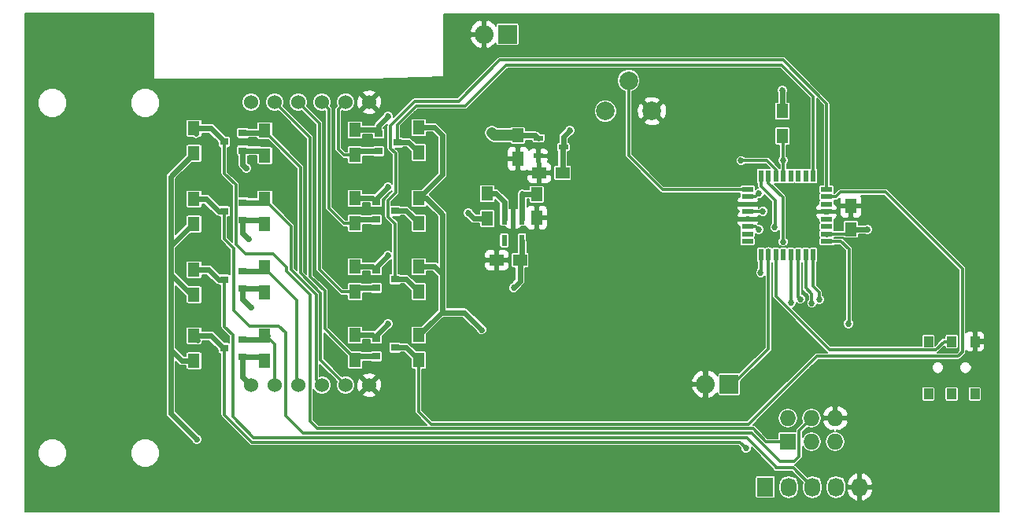
<source format=gtl>
G04 #@! TF.FileFunction,Copper,L1,Top,Signal*
%FSLAX46Y46*%
G04 Gerber Fmt 4.6, Leading zero omitted, Abs format (unit mm)*
G04 Created by KiCad (PCBNEW 0.201508140901+6091~28~ubuntu14.04.1-product) date Tue 22 Sep 2015 11:40:43 PM CEST*
%MOMM*%
G01*
G04 APERTURE LIST*
%ADD10C,0.100000*%
%ADD11R,1.250000X1.500000*%
%ADD12R,1.500000X1.250000*%
%ADD13R,1.200000X0.600000*%
%ADD14R,0.600000X1.200000*%
%ADD15R,2.032000X2.032000*%
%ADD16O,2.032000X2.032000*%
%ADD17R,1.727200X1.727200*%
%ADD18O,1.727200X1.727200*%
%ADD19R,0.900000X0.800000*%
%ADD20R,1.300000X1.500000*%
%ADD21R,1.000000X1.150000*%
%ADD22C,2.000000*%
%ADD23R,1.000000X0.600000*%
%ADD24C,1.524000*%
%ADD25R,1.727200X2.032000*%
%ADD26O,1.727200X2.032000*%
%ADD27C,0.685800*%
%ADD28C,0.609600*%
%ADD29C,1.219200*%
%ADD30C,0.304800*%
%ADD31C,0.152400*%
G04 APERTURE END LIST*
D10*
D11*
X151638000Y-84602000D03*
X151638000Y-87102000D03*
X149606000Y-78252000D03*
X149606000Y-80752000D03*
D12*
X154412000Y-82296000D03*
X151912000Y-82296000D03*
X149840000Y-91694000D03*
X147340000Y-91694000D03*
D11*
X185420000Y-88372000D03*
X185420000Y-85872000D03*
D13*
X174312000Y-84068000D03*
X174312000Y-84868000D03*
X174312000Y-85668000D03*
X174312000Y-86468000D03*
X174312000Y-87268000D03*
X174312000Y-88068000D03*
X174312000Y-88868000D03*
X174312000Y-89668000D03*
D14*
X175762000Y-91118000D03*
X176562000Y-91118000D03*
X177362000Y-91118000D03*
X178162000Y-91118000D03*
X178962000Y-91118000D03*
X179762000Y-91118000D03*
X180562000Y-91118000D03*
X181362000Y-91118000D03*
D13*
X182812000Y-89668000D03*
X182812000Y-88868000D03*
X182812000Y-88068000D03*
X182812000Y-87268000D03*
X182812000Y-86468000D03*
X182812000Y-85668000D03*
X182812000Y-84868000D03*
X182812000Y-84068000D03*
D14*
X181362000Y-82618000D03*
X180562000Y-82618000D03*
X179762000Y-82618000D03*
X178962000Y-82618000D03*
X178162000Y-82618000D03*
X177362000Y-82618000D03*
X176562000Y-82618000D03*
X175762000Y-82618000D03*
D15*
X148488400Y-67360800D03*
D16*
X145948400Y-67360800D03*
D17*
X178663600Y-111252000D03*
D18*
X178663600Y-108712000D03*
X181203600Y-111252000D03*
X181203600Y-108712000D03*
X183743600Y-111252000D03*
X183743600Y-108712000D03*
D19*
X134381240Y-100142000D03*
X134381240Y-102042000D03*
X136380220Y-101092000D03*
X134381240Y-92776000D03*
X134381240Y-94676000D03*
X136380220Y-93726000D03*
X120014085Y-102102804D03*
X120014085Y-100202804D03*
X118015105Y-101152804D03*
X120014086Y-87370803D03*
X120014086Y-85470803D03*
X118015106Y-86420803D03*
X120014086Y-79877803D03*
X120014086Y-77977803D03*
X118015106Y-78927803D03*
X120014086Y-94736802D03*
X120014086Y-92836802D03*
X118015106Y-93786802D03*
X134381240Y-85410000D03*
X134381240Y-87310000D03*
X136380220Y-86360000D03*
X134635240Y-78044000D03*
X134635240Y-79944000D03*
X136634220Y-78994000D03*
D20*
X146304000Y-87202000D03*
X146304000Y-84502000D03*
X132080000Y-99742000D03*
X132080000Y-102442000D03*
X138938000Y-99742000D03*
X138938000Y-102442000D03*
X132080000Y-92376000D03*
X132080000Y-95076000D03*
X138938000Y-92376000D03*
X138938000Y-95076000D03*
X122383326Y-102531802D03*
X122383326Y-99831802D03*
X114763325Y-102531802D03*
X114763325Y-99831802D03*
X122383326Y-87799804D03*
X122383326Y-85099804D03*
X114763325Y-87799803D03*
X114763325Y-85099803D03*
X122383326Y-80433802D03*
X122383326Y-77733802D03*
X114763325Y-80179802D03*
X114763325Y-77479802D03*
X122383325Y-95165802D03*
X122383325Y-92465802D03*
X114763326Y-95419802D03*
X114763326Y-92719802D03*
X132080000Y-85010000D03*
X132080000Y-87710000D03*
X138938000Y-85010000D03*
X138938000Y-87710000D03*
X132080000Y-77644000D03*
X132080000Y-80344000D03*
X138938000Y-77390000D03*
X138938000Y-80090000D03*
X178054000Y-75612000D03*
X178054000Y-78312000D03*
D21*
X196265800Y-100451400D03*
X196265800Y-106101400D03*
X193765800Y-100451400D03*
X198765800Y-100451400D03*
X193765800Y-106101400D03*
X198765800Y-106101400D03*
D15*
X172339000Y-105054400D03*
D16*
X169799000Y-105054400D03*
D22*
X161518600Y-72340200D03*
X159018600Y-75640200D03*
X164018600Y-75640200D03*
D23*
X151812000Y-78552000D03*
X151812000Y-80452000D03*
X154512000Y-79502000D03*
D14*
X150048000Y-87242000D03*
X149098000Y-87242000D03*
X148148000Y-87242000D03*
X148148000Y-89542000D03*
X150048000Y-89542000D03*
D24*
X133604000Y-105156000D03*
X131064000Y-105156000D03*
X128524000Y-105156000D03*
X125984000Y-105156000D03*
X123444000Y-105156000D03*
X120904000Y-105156000D03*
X120904000Y-74676000D03*
X123444000Y-74676000D03*
X125984000Y-74676000D03*
X128524000Y-74676000D03*
X131064000Y-74676000D03*
X133604000Y-74676000D03*
D25*
X176225200Y-116128800D03*
D26*
X178765200Y-116128800D03*
X181305200Y-116128800D03*
X183845200Y-116128800D03*
X186385200Y-116128800D03*
D27*
X150114000Y-84582000D03*
X144272000Y-86614000D03*
X146812000Y-77978000D03*
X171500800Y-80492600D03*
X196519800Y-112293400D03*
X186004200Y-95504000D03*
X186004200Y-80518000D03*
X171424600Y-95529400D03*
X178130200Y-80924400D03*
X149148800Y-94665800D03*
X120904000Y-96774000D03*
X135636000Y-98552000D03*
X135636000Y-91186000D03*
X135636000Y-83820000D03*
X135636000Y-76200000D03*
X120650000Y-89408000D03*
X120396000Y-81788000D03*
X175539400Y-84480400D03*
X175717200Y-93040200D03*
X179984400Y-95885000D03*
X173609000Y-80975200D03*
X178130200Y-89712800D03*
X177241200Y-88163400D03*
X178968400Y-96266000D03*
X174142400Y-111937800D03*
X181229000Y-96316800D03*
X182016400Y-95910400D03*
X185166000Y-98526600D03*
X145694400Y-99187000D03*
X175959307Y-86422693D03*
X115062000Y-110998000D03*
X175514000Y-88392000D03*
X187198000Y-88392000D03*
X178054000Y-73406000D03*
X155194000Y-77724000D03*
D28*
X151618000Y-84582000D02*
X150114000Y-84582000D01*
X150048000Y-84648000D02*
X150048000Y-87242000D01*
X150048000Y-84648000D02*
X150114000Y-84582000D01*
X151618000Y-84582000D02*
X151638000Y-84602000D01*
X146304000Y-87202000D02*
X144860000Y-87202000D01*
X144860000Y-87202000D02*
X144272000Y-86614000D01*
D29*
X149606000Y-78252000D02*
X147086000Y-78252000D01*
X147086000Y-78252000D02*
X146812000Y-77978000D01*
D28*
X149606000Y-78252000D02*
X151512000Y-78252000D01*
X151512000Y-78252000D02*
X151812000Y-78552000D01*
D30*
X178130200Y-78388200D02*
X178130200Y-80924400D01*
X178162000Y-80956200D02*
X178130200Y-80924400D01*
X178162000Y-80956200D02*
X178162000Y-82618000D01*
X178130200Y-78388200D02*
X178054000Y-78312000D01*
X178054000Y-82510000D02*
X178162000Y-82618000D01*
D31*
X178134000Y-82590000D02*
X178162000Y-82618000D01*
D28*
X149840000Y-91694000D02*
X149840000Y-93974600D01*
X149840000Y-93974600D02*
X149148800Y-94665800D01*
X150048000Y-89542000D02*
X150048000Y-91486000D01*
X150048000Y-91486000D02*
X149840000Y-91694000D01*
X120014086Y-87370803D02*
X120014086Y-88772086D01*
X120014086Y-88772086D02*
X120650000Y-89408000D01*
X120014086Y-94736802D02*
X120014086Y-95884086D01*
X120014086Y-95884086D02*
X120904000Y-96774000D01*
X134381240Y-100142000D02*
X134381240Y-99806760D01*
X134381240Y-99806760D02*
X135636000Y-98552000D01*
X134381240Y-92776000D02*
X134381240Y-92440760D01*
X134381240Y-92440760D02*
X135636000Y-91186000D01*
X134381240Y-85410000D02*
X134381240Y-85074760D01*
X134381240Y-85074760D02*
X135636000Y-83820000D01*
X134635240Y-78044000D02*
X134635240Y-77200760D01*
X134635240Y-77200760D02*
X135636000Y-76200000D01*
X132080000Y-99742000D02*
X133981240Y-99742000D01*
X133981240Y-99742000D02*
X134381240Y-100142000D01*
X132080000Y-92376000D02*
X133981240Y-92376000D01*
X133981240Y-92376000D02*
X134381240Y-92776000D01*
X132080000Y-85010000D02*
X133981240Y-85010000D01*
X133981240Y-85010000D02*
X134381240Y-85410000D01*
X132080000Y-77644000D02*
X134235240Y-77644000D01*
X134235240Y-77644000D02*
X134635240Y-78044000D01*
X150048000Y-91486000D02*
X149840000Y-91694000D01*
X120014085Y-102102804D02*
X120014085Y-104266085D01*
X120014085Y-104266085D02*
X120904000Y-105156000D01*
X120014086Y-79877803D02*
X120014086Y-81406086D01*
X120014086Y-81406086D02*
X120396000Y-81788000D01*
X120014085Y-102102804D02*
X121954328Y-102102804D01*
X121954328Y-102102804D02*
X122383326Y-102531802D01*
X120014086Y-94736802D02*
X121954325Y-94736802D01*
X121954325Y-94736802D02*
X122383325Y-95165802D01*
X120014086Y-87370803D02*
X121954325Y-87370803D01*
X121954325Y-87370803D02*
X122383326Y-87799804D01*
X120014086Y-79877803D02*
X121827327Y-79877803D01*
X121827327Y-79877803D02*
X122383326Y-80433802D01*
D30*
X165938200Y-84068000D02*
X165144800Y-84068000D01*
X161518600Y-80441800D02*
X161518600Y-72340200D01*
X165144800Y-84068000D02*
X161518600Y-80441800D01*
X165856000Y-84068000D02*
X165938200Y-84068000D01*
X165938200Y-84068000D02*
X174312000Y-84068000D01*
X175151800Y-84868000D02*
X174312000Y-84868000D01*
X175539400Y-84480400D02*
X175151800Y-84868000D01*
X175762000Y-91118000D02*
X175762000Y-92995400D01*
X175762000Y-92995400D02*
X175717200Y-93040200D01*
X175762000Y-92995400D02*
X175762000Y-92958000D01*
X175717200Y-93040200D02*
X175762000Y-92995400D01*
X172339000Y-105054400D02*
X172720000Y-105054400D01*
X172720000Y-105054400D02*
X176562000Y-101212400D01*
X176562000Y-101212400D02*
X176562000Y-91118000D01*
X176562000Y-91118000D02*
X176562000Y-90576421D01*
X183093801Y-101331201D02*
X177362000Y-95599400D01*
X177362000Y-95599400D02*
X177362000Y-91118000D01*
X196265800Y-100451400D02*
X195461000Y-100451400D01*
X195461000Y-100451400D02*
X194581199Y-101331201D01*
X194581199Y-101331201D02*
X183093801Y-101331201D01*
X179762000Y-93198800D02*
X179762000Y-91118000D01*
X179762000Y-95662600D02*
X179762000Y-93198800D01*
X179984400Y-95885000D02*
X179762000Y-95662600D01*
X177362000Y-81934200D02*
X177362000Y-82618000D01*
X176403000Y-80975200D02*
X177362000Y-81934200D01*
X173609000Y-80975200D02*
X176403000Y-80975200D01*
X176562000Y-82618000D02*
X176562000Y-83369400D01*
X178130200Y-84937600D02*
X178130200Y-89712800D01*
X176562000Y-83369400D02*
X178130200Y-84937600D01*
X175762000Y-82618000D02*
X175762000Y-83763200D01*
X177266600Y-88138000D02*
X177241200Y-88163400D01*
X177266600Y-85267800D02*
X177266600Y-88138000D01*
X175762000Y-83763200D02*
X177266600Y-85267800D01*
D28*
X136380220Y-86360000D02*
X137588000Y-86360000D01*
X137588000Y-86360000D02*
X138938000Y-87710000D01*
X146304000Y-84502000D02*
X147240000Y-84502000D01*
X148148000Y-85410000D02*
X148148000Y-87242000D01*
X147240000Y-84502000D02*
X148148000Y-85410000D01*
D30*
X136634220Y-77597000D02*
X136634220Y-77081380D01*
X143941800Y-75057000D02*
X148336000Y-70662800D01*
X138658600Y-75057000D02*
X143941800Y-75057000D01*
X136634220Y-77081380D02*
X138658600Y-75057000D01*
X136634220Y-77724000D02*
X136634220Y-77597000D01*
X136634220Y-77597000D02*
X136634220Y-77563980D01*
X177977800Y-70662800D02*
X181362000Y-74047000D01*
X181362000Y-81713200D02*
X181362000Y-82618000D01*
X181362000Y-74047000D02*
X181362000Y-81713200D01*
X148336000Y-70662800D02*
X177977800Y-70662800D01*
X136634220Y-78994000D02*
X136634220Y-77724000D01*
X136634220Y-77724000D02*
X136634220Y-77745138D01*
D28*
X136634220Y-78994000D02*
X137842000Y-78994000D01*
X137842000Y-78994000D02*
X138938000Y-80090000D01*
D30*
X135879419Y-77724000D02*
X135879419Y-77175781D01*
X143256000Y-74574400D02*
X147701000Y-70129400D01*
X138480800Y-74574400D02*
X143256000Y-74574400D01*
X135879419Y-77175781D02*
X138480800Y-74574400D01*
X135879419Y-77724000D02*
X135879419Y-77632981D01*
X178130200Y-70129400D02*
X182812000Y-74811200D01*
X182812000Y-74811200D02*
X182812000Y-84068000D01*
X147701000Y-70129400D02*
X178130200Y-70129400D01*
X136448800Y-84429600D02*
X136448800Y-80207222D01*
X136448800Y-80207222D02*
X135879419Y-79637841D01*
X135879419Y-79637841D02*
X135879419Y-77724000D01*
X135625419Y-85252981D02*
X136448800Y-84429600D01*
X136380220Y-93726000D02*
X136380220Y-87758642D01*
X136380220Y-87758642D02*
X135625419Y-87003841D01*
X135625419Y-87003841D02*
X135625419Y-85252981D01*
D28*
X136380220Y-93726000D02*
X137588000Y-93726000D01*
X137588000Y-93726000D02*
X138938000Y-95076000D01*
D30*
X118015105Y-108337705D02*
X118015105Y-101152804D01*
X178962000Y-96259600D02*
X178962000Y-93122800D01*
X178968400Y-96266000D02*
X178962000Y-96259600D01*
X173507400Y-111302800D02*
X174142400Y-111937800D01*
X120980200Y-111302800D02*
X173507400Y-111302800D01*
X118015105Y-108337705D02*
X120980200Y-111302800D01*
X178962000Y-91118000D02*
X178962000Y-93065600D01*
X178962000Y-93065600D02*
X178962000Y-93364000D01*
D28*
X118015105Y-101152804D02*
X117916804Y-101152804D01*
X117916804Y-101152804D02*
X116595802Y-99831802D01*
X116595802Y-99831802D02*
X114763325Y-99831802D01*
X115110000Y-100298000D02*
X114554000Y-99742000D01*
D30*
X180562000Y-93160600D02*
X180562000Y-91118000D01*
X180562000Y-94684600D02*
X180562000Y-93160600D01*
X181229000Y-95351600D02*
X180562000Y-94684600D01*
X181229000Y-96316800D02*
X181229000Y-95351600D01*
X124637800Y-108458000D02*
X124637802Y-108458000D01*
X123139200Y-98777001D02*
X123897601Y-98777001D01*
X179857400Y-110058200D02*
X181203600Y-108712000D01*
X179857400Y-112852200D02*
X179857400Y-110058200D01*
X179324000Y-113385600D02*
X179857400Y-112852200D01*
X177800000Y-113385600D02*
X179324000Y-113385600D01*
X124637800Y-99517200D02*
X124637800Y-108000800D01*
X123897601Y-98777001D02*
X124637800Y-99517200D01*
X124637800Y-108000800D02*
X124637800Y-108458000D01*
X174752000Y-110337600D02*
X177800000Y-113385600D01*
X126517402Y-110337600D02*
X174752000Y-110337600D01*
X124637802Y-108458000D02*
X126517402Y-110337600D01*
X119024400Y-97104200D02*
X120697201Y-98777001D01*
X118015106Y-89400898D02*
X119024400Y-90410192D01*
X119024400Y-90410192D02*
X119024400Y-97104200D01*
X118015106Y-86420803D02*
X118015106Y-89400898D01*
X120697201Y-98777001D02*
X123139200Y-98777001D01*
X123139200Y-98777001D02*
X123163217Y-98777001D01*
D28*
X118015106Y-86420803D02*
X117408803Y-86420803D01*
X116087803Y-85099803D02*
X114763325Y-85099803D01*
X117408803Y-86420803D02*
X116087803Y-85099803D01*
X114983000Y-85439000D02*
X114554000Y-85010000D01*
D30*
X181362000Y-92958000D02*
X181362000Y-91118000D01*
X181362000Y-94519400D02*
X181362000Y-92958000D01*
X182016400Y-95173800D02*
X181362000Y-94519400D01*
X182016400Y-95910400D02*
X182016400Y-95173800D01*
X174421800Y-109829600D02*
X174890582Y-109829600D01*
X176312982Y-111252000D02*
X178663600Y-111252000D01*
X174890582Y-109829600D02*
X176312982Y-111252000D01*
X127228600Y-108559600D02*
X127228600Y-109042198D01*
X127228600Y-106832400D02*
X127228600Y-107848400D01*
X122899765Y-91033600D02*
X123266200Y-91033600D01*
X119259285Y-83597685D02*
X119259285Y-89998485D01*
X119259285Y-89998485D02*
X120294400Y-91033600D01*
X118015106Y-78927803D02*
X118015106Y-82353506D01*
X120294400Y-91033600D02*
X122899765Y-91033600D01*
X118015106Y-82353506D02*
X119259285Y-83597685D01*
X127228600Y-95427800D02*
X127228600Y-106832400D01*
X124688600Y-92887800D02*
X127228600Y-95427800D01*
X124688600Y-92456000D02*
X124688600Y-92887800D01*
X123266200Y-91033600D02*
X124688600Y-92456000D01*
X127228600Y-107848400D02*
X127228600Y-108559600D01*
X128016002Y-109829600D02*
X174421800Y-109829600D01*
X127228600Y-109042198D02*
X128016002Y-109829600D01*
D28*
X118015106Y-78927803D02*
X118015106Y-78899106D01*
X118015106Y-78899106D02*
X116595802Y-77479802D01*
X116595802Y-77479802D02*
X114763325Y-77479802D01*
X114983000Y-78073000D02*
X114554000Y-77644000D01*
D30*
X118922800Y-108280200D02*
X118922800Y-108559600D01*
X118922800Y-99771200D02*
X118922800Y-108280200D01*
X174244000Y-110820200D02*
X177495200Y-114071400D01*
X121183400Y-110820200D02*
X174244000Y-110820200D01*
X118922800Y-108559600D02*
X121183400Y-110820200D01*
X179247800Y-114071400D02*
X181305200Y-116128800D01*
X177495200Y-114071400D02*
X179247800Y-114071400D01*
X177419000Y-114071400D02*
X177495200Y-114071400D01*
X118015106Y-93786802D02*
X118015106Y-98863506D01*
X118015106Y-98863506D02*
X118922800Y-99771200D01*
X118922800Y-99771200D02*
X118948200Y-99796600D01*
X185216800Y-98475800D02*
X185216800Y-90525600D01*
X185166000Y-98526600D02*
X185216800Y-98475800D01*
X182812000Y-89668000D02*
X184359200Y-89668000D01*
X184359200Y-89668000D02*
X185216800Y-90525600D01*
D28*
X118015106Y-93786802D02*
X117408802Y-93786802D01*
X116341802Y-92719802D02*
X114763326Y-92719802D01*
X117408802Y-93786802D02*
X116341802Y-92719802D01*
X114983000Y-92805000D02*
X114554000Y-92376000D01*
D30*
X138938000Y-105918000D02*
X138938000Y-108051600D01*
X181762400Y-102031800D02*
X196977000Y-102031800D01*
X196977000Y-102031800D02*
X197434200Y-101574600D01*
X197434200Y-101574600D02*
X197434200Y-92659200D01*
X197434200Y-92659200D02*
X189128400Y-84353400D01*
X189128400Y-84353400D02*
X184327800Y-84353400D01*
X184327800Y-84353400D02*
X183813200Y-84868000D01*
X183813200Y-84868000D02*
X182812000Y-84868000D01*
X174421802Y-109372398D02*
X181762400Y-102031800D01*
X140258798Y-109372398D02*
X174421802Y-109372398D01*
X138938000Y-108051600D02*
X140258798Y-109372398D01*
X138938000Y-102442000D02*
X138938000Y-105918000D01*
X138938000Y-105918000D02*
X138938000Y-105968800D01*
D28*
X136380220Y-101092000D02*
X137588000Y-101092000D01*
X137588000Y-101092000D02*
X138938000Y-102442000D01*
D30*
X127254028Y-78486028D02*
X124205999Y-75437999D01*
X132080000Y-102342000D02*
X128828829Y-99090829D01*
X132080000Y-102442000D02*
X132080000Y-102342000D01*
X128828829Y-95022888D02*
X127254028Y-93448087D01*
X128828829Y-99090829D02*
X128828829Y-95022888D01*
X127254028Y-93448087D02*
X127254028Y-78486028D01*
X124205999Y-75437999D02*
X123444000Y-74676000D01*
D28*
X134381240Y-102042000D02*
X132480000Y-102042000D01*
X132480000Y-102042000D02*
X132080000Y-102442000D01*
D30*
X132080000Y-95076000D02*
X130636000Y-95076000D01*
X128270000Y-76962000D02*
X125984000Y-74676000D01*
X128270000Y-92710000D02*
X128270000Y-76962000D01*
X130636000Y-95076000D02*
X128270000Y-92710000D01*
D28*
X134381240Y-94676000D02*
X132480000Y-94676000D01*
X132480000Y-94676000D02*
X132080000Y-95076000D01*
D30*
X122691802Y-100018978D02*
X123444000Y-100771176D01*
X123444000Y-104078370D02*
X123444000Y-105156000D01*
X122691802Y-99831802D02*
X122691802Y-100018978D01*
X123444000Y-100771176D02*
X123444000Y-104078370D01*
D28*
X122383326Y-99831802D02*
X122691802Y-99831802D01*
X120014085Y-100202804D02*
X122012324Y-100202804D01*
X122012324Y-100202804D02*
X122383326Y-99831802D01*
D30*
X127914409Y-103454200D02*
X127914409Y-104546409D01*
X127914409Y-104546409D02*
X128524000Y-105156000D01*
X125222000Y-92709243D02*
X127914409Y-95401652D01*
X127914409Y-95401652D02*
X127914409Y-103454200D01*
X127914409Y-103454200D02*
X127914409Y-103468779D01*
X125222000Y-88038478D02*
X125222000Y-92709243D01*
X122383326Y-85199804D02*
X125222000Y-88038478D01*
X122383326Y-85099804D02*
X122383326Y-85199804D01*
D28*
X120014086Y-85470803D02*
X122012327Y-85470803D01*
X122012327Y-85470803D02*
X122383326Y-85099804D01*
D30*
X122383326Y-77733802D02*
X122383326Y-77833802D01*
X128371619Y-95212270D02*
X128371619Y-102463619D01*
X126238000Y-81688476D02*
X126238000Y-93078651D01*
X126238000Y-93078651D02*
X128371619Y-95212270D01*
X122383326Y-77833802D02*
X126238000Y-81688476D01*
X130302001Y-104394001D02*
X131064000Y-105156000D01*
X128371619Y-102463619D02*
X130302001Y-104394001D01*
D28*
X120014086Y-77977803D02*
X122139325Y-77977803D01*
X122139325Y-77977803D02*
X122383326Y-77733802D01*
D30*
X125831590Y-103886000D02*
X125831590Y-105003590D01*
X125831590Y-105003590D02*
X125984000Y-105156000D01*
X122383325Y-92565802D02*
X125831590Y-96014067D01*
X125831590Y-96014067D02*
X125831590Y-103886000D01*
X125831590Y-103886000D02*
X125831590Y-103925960D01*
X122383325Y-92465802D02*
X122383325Y-92565802D01*
D28*
X120014086Y-92836802D02*
X122012325Y-92836802D01*
X122012325Y-92836802D02*
X122383325Y-92465802D01*
D30*
X132080000Y-87710000D02*
X130890000Y-87710000D01*
X129286000Y-75438000D02*
X128524000Y-74676000D01*
X129286000Y-86106000D02*
X129286000Y-75438000D01*
X130890000Y-87710000D02*
X129286000Y-86106000D01*
D28*
X134381240Y-87310000D02*
X132480000Y-87310000D01*
X132480000Y-87310000D02*
X132080000Y-87710000D01*
D30*
X132080000Y-80344000D02*
X130890000Y-80344000D01*
X130302000Y-75438000D02*
X131064000Y-74676000D01*
X130302000Y-79756000D02*
X130302000Y-75438000D01*
X130890000Y-80344000D02*
X130302000Y-79756000D01*
D28*
X134635240Y-79944000D02*
X132480000Y-79944000D01*
X132480000Y-79944000D02*
X132080000Y-80344000D01*
X143611600Y-97318200D02*
X143825600Y-97318200D01*
X143825600Y-97318200D02*
X145694400Y-99187000D01*
X141361800Y-97318200D02*
X143611600Y-97318200D01*
X143611600Y-97318200D02*
X143698600Y-97318200D01*
X138938000Y-85010000D02*
X139747000Y-85010000D01*
X141478000Y-86741000D02*
X141478000Y-93218000D01*
X139747000Y-85010000D02*
X141478000Y-86741000D01*
D30*
X175914000Y-86468000D02*
X175959307Y-86422693D01*
X174312000Y-86468000D02*
X175914000Y-86468000D01*
D28*
X112268000Y-101346000D02*
X112268000Y-108204000D01*
X112268000Y-108204000D02*
X115062000Y-110998000D01*
X138938000Y-92376000D02*
X140636000Y-92376000D01*
X140636000Y-92376000D02*
X141478000Y-93218000D01*
X141478000Y-97202000D02*
X141361800Y-97318200D01*
X141361800Y-97318200D02*
X140422000Y-98258000D01*
X141478000Y-93218000D02*
X141478000Y-97202000D01*
X140422000Y-98258000D02*
X138938000Y-99742000D01*
D30*
X174312000Y-88068000D02*
X175190000Y-88068000D01*
X175190000Y-88068000D02*
X175514000Y-88392000D01*
D28*
X185420000Y-88372000D02*
X187178000Y-88372000D01*
X187178000Y-88372000D02*
X187198000Y-88392000D01*
D30*
X182812000Y-88868000D02*
X184924000Y-88868000D01*
X184924000Y-88868000D02*
X185420000Y-88372000D01*
D28*
X178054000Y-75612000D02*
X178054000Y-73406000D01*
X182824000Y-88880000D02*
X182812000Y-88868000D01*
X138938000Y-77390000D02*
X140636000Y-77390000D01*
X141478000Y-82470000D02*
X138938000Y-85010000D01*
X141478000Y-78232000D02*
X141478000Y-82470000D01*
X140636000Y-77390000D02*
X141478000Y-78232000D01*
X114763325Y-87799803D02*
X114638197Y-87799803D01*
X114638197Y-87799803D02*
X112268000Y-90170000D01*
X114763326Y-95419802D02*
X114469802Y-95419802D01*
X114469802Y-95419802D02*
X112268000Y-93218000D01*
X114763325Y-102531802D02*
X113453802Y-102531802D01*
X112268000Y-82675127D02*
X114763325Y-80179802D01*
X112268000Y-101346000D02*
X112268000Y-93218000D01*
X112268000Y-93218000D02*
X112268000Y-90170000D01*
X112268000Y-90170000D02*
X112268000Y-82675127D01*
X113453802Y-102531802D02*
X112268000Y-101346000D01*
X154412000Y-82296000D02*
X154412000Y-79602000D01*
X154412000Y-79602000D02*
X154512000Y-79502000D01*
X154512000Y-79502000D02*
X154512000Y-78406000D01*
X154512000Y-78406000D02*
X155194000Y-77724000D01*
D31*
G36*
X110413800Y-72110600D02*
X110419803Y-72140246D01*
X110436868Y-72165221D01*
X110462305Y-72181589D01*
X110490000Y-72186800D01*
X133731000Y-72186800D01*
X133733211Y-72186768D01*
X141607211Y-71958168D01*
X141636671Y-71951307D01*
X141661140Y-71933525D01*
X141676763Y-71907624D01*
X141681200Y-71882000D01*
X141681200Y-67785189D01*
X144405489Y-67785189D01*
X144685343Y-68343331D01*
X145157486Y-68751891D01*
X145524013Y-68903699D01*
X145770600Y-68804039D01*
X145770600Y-67538600D01*
X144504146Y-67538600D01*
X144405489Y-67785189D01*
X141681200Y-67785189D01*
X141681200Y-66936411D01*
X144405489Y-66936411D01*
X144504146Y-67183000D01*
X145770600Y-67183000D01*
X145770600Y-65917561D01*
X146126200Y-65917561D01*
X146126200Y-67183000D01*
X146146200Y-67183000D01*
X146146200Y-67538600D01*
X146126200Y-67538600D01*
X146126200Y-68804039D01*
X146372787Y-68903699D01*
X146739314Y-68751891D01*
X147211457Y-68343331D01*
X147239322Y-68287757D01*
X147239322Y-68376800D01*
X147255262Y-68461514D01*
X147305328Y-68539318D01*
X147381720Y-68591515D01*
X147472400Y-68609878D01*
X149504400Y-68609878D01*
X149589114Y-68593938D01*
X149666918Y-68543872D01*
X149719115Y-68467480D01*
X149737478Y-68376800D01*
X149737478Y-66344800D01*
X149721538Y-66260086D01*
X149671472Y-66182282D01*
X149595080Y-66130085D01*
X149504400Y-66111722D01*
X147472400Y-66111722D01*
X147387686Y-66127662D01*
X147309882Y-66177728D01*
X147257685Y-66254120D01*
X147239322Y-66344800D01*
X147239322Y-66433843D01*
X147211457Y-66378269D01*
X146739314Y-65969709D01*
X146372787Y-65817901D01*
X146126200Y-65917561D01*
X145770600Y-65917561D01*
X145524013Y-65817901D01*
X145157486Y-65969709D01*
X144685343Y-66378269D01*
X144405489Y-66936411D01*
X141681200Y-66936411D01*
X141681200Y-65176400D01*
X201345800Y-65176400D01*
X201345800Y-118795800D01*
X96596200Y-118795800D01*
X96596200Y-115112800D01*
X175128522Y-115112800D01*
X175128522Y-117144800D01*
X175144462Y-117229514D01*
X175194528Y-117307318D01*
X175270920Y-117359515D01*
X175361600Y-117377878D01*
X177088800Y-117377878D01*
X177173514Y-117361938D01*
X177251318Y-117311872D01*
X177303515Y-117235480D01*
X177321878Y-117144800D01*
X177321878Y-115952017D01*
X177673000Y-115952017D01*
X177673000Y-116305583D01*
X177756139Y-116723550D01*
X177992898Y-117077885D01*
X178347233Y-117314644D01*
X178765200Y-117397783D01*
X179183167Y-117314644D01*
X179537502Y-117077885D01*
X179774261Y-116723550D01*
X179857400Y-116305583D01*
X179857400Y-115952017D01*
X179774261Y-115534050D01*
X179537502Y-115179715D01*
X179183167Y-114942956D01*
X178765200Y-114859817D01*
X178347233Y-114942956D01*
X177992898Y-115179715D01*
X177756139Y-115534050D01*
X177673000Y-115952017D01*
X177321878Y-115952017D01*
X177321878Y-115112800D01*
X177305938Y-115028086D01*
X177255872Y-114950282D01*
X177179480Y-114898085D01*
X177088800Y-114879722D01*
X175361600Y-114879722D01*
X175276886Y-114895662D01*
X175199082Y-114945728D01*
X175146885Y-115022120D01*
X175128522Y-115112800D01*
X96596200Y-115112800D01*
X96596200Y-112795523D01*
X97939464Y-112795523D01*
X98179285Y-113375935D01*
X98622965Y-113820390D01*
X99202957Y-114061224D01*
X99830963Y-114061772D01*
X100411375Y-113821951D01*
X100855830Y-113378271D01*
X101096664Y-112798279D01*
X101096666Y-112795522D01*
X107939464Y-112795522D01*
X108179285Y-113375934D01*
X108622965Y-113820389D01*
X109202957Y-114061223D01*
X109830963Y-114061771D01*
X110411375Y-113821950D01*
X110855830Y-113378270D01*
X111096664Y-112798278D01*
X111097212Y-112170272D01*
X110857391Y-111589860D01*
X110413711Y-111145405D01*
X109833719Y-110904571D01*
X109205713Y-110904023D01*
X108625301Y-111143844D01*
X108180846Y-111587524D01*
X107940012Y-112167516D01*
X107939464Y-112795522D01*
X101096666Y-112795522D01*
X101097212Y-112170273D01*
X100857391Y-111589861D01*
X100413711Y-111145406D01*
X99833719Y-110904572D01*
X99205713Y-110904024D01*
X98625301Y-111143845D01*
X98180846Y-111587525D01*
X97940012Y-112167517D01*
X97939464Y-112795523D01*
X96596200Y-112795523D01*
X96596200Y-82675127D01*
X111734600Y-82675127D01*
X111734600Y-108204000D01*
X111775203Y-108408123D01*
X111890829Y-108581171D01*
X114539383Y-111229725D01*
X114577224Y-111321306D01*
X114737849Y-111482211D01*
X114947823Y-111569400D01*
X115175180Y-111569599D01*
X115385306Y-111482776D01*
X115546211Y-111322151D01*
X115633400Y-111112177D01*
X115633599Y-110884820D01*
X115546776Y-110674694D01*
X115386151Y-110513789D01*
X115293772Y-110475430D01*
X112801400Y-107983058D01*
X112801400Y-102633742D01*
X113076631Y-102908973D01*
X113249678Y-103024599D01*
X113453802Y-103065202D01*
X113880247Y-103065202D01*
X113880247Y-103281802D01*
X113896187Y-103366516D01*
X113946253Y-103444320D01*
X114022645Y-103496517D01*
X114113325Y-103514880D01*
X115413325Y-103514880D01*
X115498039Y-103498940D01*
X115575843Y-103448874D01*
X115628040Y-103372482D01*
X115646403Y-103281802D01*
X115646403Y-101781802D01*
X115630463Y-101697088D01*
X115580397Y-101619284D01*
X115504005Y-101567087D01*
X115413325Y-101548724D01*
X114113325Y-101548724D01*
X114028611Y-101564664D01*
X113950807Y-101614730D01*
X113898610Y-101691122D01*
X113880247Y-101781802D01*
X113880247Y-101998402D01*
X113674744Y-101998402D01*
X112801400Y-101125058D01*
X112801400Y-94505742D01*
X113880248Y-95584590D01*
X113880248Y-96169802D01*
X113896188Y-96254516D01*
X113946254Y-96332320D01*
X114022646Y-96384517D01*
X114113326Y-96402880D01*
X115413326Y-96402880D01*
X115498040Y-96386940D01*
X115575844Y-96336874D01*
X115628041Y-96260482D01*
X115646404Y-96169802D01*
X115646404Y-94669802D01*
X115630464Y-94585088D01*
X115580398Y-94507284D01*
X115504006Y-94455087D01*
X115413326Y-94436724D01*
X114241066Y-94436724D01*
X112801400Y-92997058D01*
X112801400Y-90390942D01*
X114409461Y-88782881D01*
X115413325Y-88782881D01*
X115498039Y-88766941D01*
X115575843Y-88716875D01*
X115628040Y-88640483D01*
X115646403Y-88549803D01*
X115646403Y-87049803D01*
X115630463Y-86965089D01*
X115580397Y-86887285D01*
X115504005Y-86835088D01*
X115413325Y-86816725D01*
X114113325Y-86816725D01*
X114028611Y-86832665D01*
X113950807Y-86882731D01*
X113898610Y-86959123D01*
X113880247Y-87049803D01*
X113880247Y-87803411D01*
X112801400Y-88882258D01*
X112801400Y-82896069D01*
X114534588Y-81162880D01*
X115413325Y-81162880D01*
X115498039Y-81146940D01*
X115575843Y-81096874D01*
X115628040Y-81020482D01*
X115646403Y-80929802D01*
X115646403Y-79429802D01*
X115630463Y-79345088D01*
X115580397Y-79267284D01*
X115504005Y-79215087D01*
X115413325Y-79196724D01*
X114113325Y-79196724D01*
X114028611Y-79212664D01*
X113950807Y-79262730D01*
X113898610Y-79339122D01*
X113880247Y-79429802D01*
X113880247Y-80308539D01*
X111890829Y-82297956D01*
X111775203Y-82471004D01*
X111734600Y-82675127D01*
X96596200Y-82675127D01*
X96596200Y-76729802D01*
X113880247Y-76729802D01*
X113880247Y-78229802D01*
X113896187Y-78314516D01*
X113946253Y-78392320D01*
X114022645Y-78444517D01*
X114113325Y-78462880D01*
X114624850Y-78462880D01*
X114778877Y-78565797D01*
X114983000Y-78606401D01*
X115187124Y-78565797D01*
X115341151Y-78462880D01*
X115413325Y-78462880D01*
X115498039Y-78446940D01*
X115575843Y-78396874D01*
X115628040Y-78320482D01*
X115646403Y-78229802D01*
X115646403Y-78013202D01*
X116374860Y-78013202D01*
X117332028Y-78970370D01*
X117332028Y-79327803D01*
X117347968Y-79412517D01*
X117398034Y-79490321D01*
X117474426Y-79542518D01*
X117565106Y-79560881D01*
X117634106Y-79560881D01*
X117634106Y-82353506D01*
X117663108Y-82499309D01*
X117745698Y-82622914D01*
X118878285Y-83755501D01*
X118878285Y-89725262D01*
X118396106Y-89243082D01*
X118396106Y-87053881D01*
X118465106Y-87053881D01*
X118549820Y-87037941D01*
X118627624Y-86987875D01*
X118679821Y-86911483D01*
X118698184Y-86820803D01*
X118698184Y-86020803D01*
X118682244Y-85936089D01*
X118632178Y-85858285D01*
X118555786Y-85806088D01*
X118465106Y-85787725D01*
X117565106Y-85787725D01*
X117535616Y-85793274D01*
X116464974Y-84722632D01*
X116291926Y-84607006D01*
X116087803Y-84566403D01*
X115646403Y-84566403D01*
X115646403Y-84349803D01*
X115630463Y-84265089D01*
X115580397Y-84187285D01*
X115504005Y-84135088D01*
X115413325Y-84116725D01*
X114113325Y-84116725D01*
X114028611Y-84132665D01*
X113950807Y-84182731D01*
X113898610Y-84259123D01*
X113880247Y-84349803D01*
X113880247Y-85849803D01*
X113896187Y-85934517D01*
X113946253Y-86012321D01*
X114022645Y-86064518D01*
X114113325Y-86082881D01*
X115413325Y-86082881D01*
X115498039Y-86066941D01*
X115575843Y-86016875D01*
X115628040Y-85940483D01*
X115646403Y-85849803D01*
X115646403Y-85633203D01*
X115866861Y-85633203D01*
X117031632Y-86797974D01*
X117204680Y-86913600D01*
X117374966Y-86947472D01*
X117398034Y-86983321D01*
X117474426Y-87035518D01*
X117565106Y-87053881D01*
X117634106Y-87053881D01*
X117634106Y-89400898D01*
X117663108Y-89546701D01*
X117745698Y-89670306D01*
X118643400Y-90568007D01*
X118643400Y-93241723D01*
X118632178Y-93224284D01*
X118555786Y-93172087D01*
X118465106Y-93153724D01*
X117565106Y-93153724D01*
X117535615Y-93159273D01*
X116718973Y-92342631D01*
X116545925Y-92227005D01*
X116341802Y-92186402D01*
X115646404Y-92186402D01*
X115646404Y-91969802D01*
X115630464Y-91885088D01*
X115580398Y-91807284D01*
X115504006Y-91755087D01*
X115413326Y-91736724D01*
X114113326Y-91736724D01*
X114028612Y-91752664D01*
X113950808Y-91802730D01*
X113898611Y-91879122D01*
X113880248Y-91969802D01*
X113880248Y-93469802D01*
X113896188Y-93554516D01*
X113946254Y-93632320D01*
X114022646Y-93684517D01*
X114113326Y-93702880D01*
X115413326Y-93702880D01*
X115498040Y-93686940D01*
X115575844Y-93636874D01*
X115628041Y-93560482D01*
X115646404Y-93469802D01*
X115646404Y-93253202D01*
X116120860Y-93253202D01*
X117031631Y-94163973D01*
X117204679Y-94279599D01*
X117374966Y-94313472D01*
X117398034Y-94349320D01*
X117474426Y-94401517D01*
X117565106Y-94419880D01*
X117634106Y-94419880D01*
X117634106Y-98863506D01*
X117663108Y-99009309D01*
X117745698Y-99132914D01*
X118541800Y-99929016D01*
X118541800Y-100535257D01*
X118465105Y-100519726D01*
X118038068Y-100519726D01*
X116972973Y-99454631D01*
X116799925Y-99339005D01*
X116595802Y-99298402D01*
X115646403Y-99298402D01*
X115646403Y-99081802D01*
X115630463Y-98997088D01*
X115580397Y-98919284D01*
X115504005Y-98867087D01*
X115413325Y-98848724D01*
X114113325Y-98848724D01*
X114028611Y-98864664D01*
X113950807Y-98914730D01*
X113898610Y-98991122D01*
X113880247Y-99081802D01*
X113880247Y-100581802D01*
X113896187Y-100666516D01*
X113946253Y-100744320D01*
X114022645Y-100796517D01*
X114113325Y-100814880D01*
X115026946Y-100814880D01*
X115110000Y-100831401D01*
X115193054Y-100814880D01*
X115413325Y-100814880D01*
X115498039Y-100798940D01*
X115575843Y-100748874D01*
X115628040Y-100672482D01*
X115646403Y-100581802D01*
X115646403Y-100365202D01*
X116374860Y-100365202D01*
X117332027Y-101322369D01*
X117332027Y-101552804D01*
X117347967Y-101637518D01*
X117398033Y-101715322D01*
X117474425Y-101767519D01*
X117565105Y-101785882D01*
X117634105Y-101785882D01*
X117634105Y-108337705D01*
X117663107Y-108483508D01*
X117745697Y-108607113D01*
X120710790Y-111572205D01*
X120710792Y-111572208D01*
X120801775Y-111633000D01*
X120834398Y-111654798D01*
X120980200Y-111683801D01*
X120980205Y-111683800D01*
X173349584Y-111683800D01*
X173570929Y-111905144D01*
X173570801Y-112050980D01*
X173657624Y-112261106D01*
X173818249Y-112422011D01*
X174028223Y-112509200D01*
X174255580Y-112509399D01*
X174465706Y-112422576D01*
X174626611Y-112261951D01*
X174713800Y-112051977D01*
X174713995Y-111829011D01*
X177058266Y-114173282D01*
X177067002Y-114217202D01*
X177149592Y-114340808D01*
X177273198Y-114423398D01*
X177419000Y-114452400D01*
X179089984Y-114452400D01*
X180275482Y-115637898D01*
X180213000Y-115952017D01*
X180213000Y-116305583D01*
X180296139Y-116723550D01*
X180532898Y-117077885D01*
X180887233Y-117314644D01*
X181305200Y-117397783D01*
X181723167Y-117314644D01*
X182077502Y-117077885D01*
X182314261Y-116723550D01*
X182397400Y-116305583D01*
X182397400Y-115952017D01*
X182753000Y-115952017D01*
X182753000Y-116305583D01*
X182836139Y-116723550D01*
X183072898Y-117077885D01*
X183427233Y-117314644D01*
X183845200Y-117397783D01*
X184263167Y-117314644D01*
X184617502Y-117077885D01*
X184854261Y-116723550D01*
X184892257Y-116532529D01*
X184960738Y-116532529D01*
X185165348Y-117058516D01*
X185555670Y-117466163D01*
X185984818Y-117672537D01*
X186207400Y-117570750D01*
X186207400Y-116306600D01*
X186563000Y-116306600D01*
X186563000Y-117570750D01*
X186785582Y-117672537D01*
X187214730Y-117466163D01*
X187605052Y-117058516D01*
X187809662Y-116532529D01*
X187685391Y-116306600D01*
X186563000Y-116306600D01*
X186207400Y-116306600D01*
X185085009Y-116306600D01*
X184960738Y-116532529D01*
X184892257Y-116532529D01*
X184937400Y-116305583D01*
X184937400Y-115952017D01*
X184892258Y-115725071D01*
X184960738Y-115725071D01*
X185085009Y-115951000D01*
X186207400Y-115951000D01*
X186207400Y-114686850D01*
X186563000Y-114686850D01*
X186563000Y-115951000D01*
X187685391Y-115951000D01*
X187809662Y-115725071D01*
X187605052Y-115199084D01*
X187214730Y-114791437D01*
X186785582Y-114585063D01*
X186563000Y-114686850D01*
X186207400Y-114686850D01*
X185984818Y-114585063D01*
X185555670Y-114791437D01*
X185165348Y-115199084D01*
X184960738Y-115725071D01*
X184892258Y-115725071D01*
X184854261Y-115534050D01*
X184617502Y-115179715D01*
X184263167Y-114942956D01*
X183845200Y-114859817D01*
X183427233Y-114942956D01*
X183072898Y-115179715D01*
X182836139Y-115534050D01*
X182753000Y-115952017D01*
X182397400Y-115952017D01*
X182314261Y-115534050D01*
X182077502Y-115179715D01*
X181723167Y-114942956D01*
X181305200Y-114859817D01*
X180887233Y-114942956D01*
X180749921Y-115034705D01*
X179517208Y-113801992D01*
X179432069Y-113745104D01*
X179469803Y-113737598D01*
X179593408Y-113655008D01*
X180126805Y-113121610D01*
X180126808Y-113121608D01*
X180209398Y-112998002D01*
X180238401Y-112852200D01*
X180238400Y-112852195D01*
X180238400Y-111757007D01*
X180431298Y-112045699D01*
X180785633Y-112282458D01*
X181203600Y-112365597D01*
X181621567Y-112282458D01*
X181975902Y-112045699D01*
X182212661Y-111691364D01*
X182295800Y-111273397D01*
X182295800Y-111230603D01*
X182212661Y-110812636D01*
X181975902Y-110458301D01*
X181621567Y-110221542D01*
X181203600Y-110138403D01*
X180785633Y-110221542D01*
X180431298Y-110458301D01*
X180238400Y-110746993D01*
X180238400Y-110216016D01*
X180741468Y-109712948D01*
X180785633Y-109742458D01*
X181203600Y-109825597D01*
X181621567Y-109742458D01*
X181975902Y-109505699D01*
X182212661Y-109151364D01*
X182220414Y-109112385D01*
X182352249Y-109112385D01*
X182611380Y-109614354D01*
X183042881Y-109978948D01*
X183343218Y-110103337D01*
X183565798Y-110001551D01*
X183565798Y-110159800D01*
X183636030Y-110159800D01*
X183325633Y-110221542D01*
X182971298Y-110458301D01*
X182734539Y-110812636D01*
X182651400Y-111230603D01*
X182651400Y-111273397D01*
X182734539Y-111691364D01*
X182971298Y-112045699D01*
X183325633Y-112282458D01*
X183743600Y-112365597D01*
X184161567Y-112282458D01*
X184515902Y-112045699D01*
X184752661Y-111691364D01*
X184835800Y-111273397D01*
X184835800Y-111230603D01*
X184752661Y-110812636D01*
X184515902Y-110458301D01*
X184161567Y-110221542D01*
X183851170Y-110159800D01*
X183921402Y-110159800D01*
X183921402Y-110001551D01*
X184143982Y-110103337D01*
X184444319Y-109978948D01*
X184875820Y-109614354D01*
X185134951Y-109112385D01*
X185034405Y-108889800D01*
X183921400Y-108889800D01*
X183921400Y-108909800D01*
X183565800Y-108909800D01*
X183565800Y-108889800D01*
X182452795Y-108889800D01*
X182352249Y-109112385D01*
X182220414Y-109112385D01*
X182295800Y-108733397D01*
X182295800Y-108690603D01*
X182220415Y-108311615D01*
X182352249Y-108311615D01*
X182452795Y-108534200D01*
X183565800Y-108534200D01*
X183565800Y-107422450D01*
X183921400Y-107422450D01*
X183921400Y-108534200D01*
X185034405Y-108534200D01*
X185134951Y-108311615D01*
X184875820Y-107809646D01*
X184444319Y-107445052D01*
X184143982Y-107320663D01*
X183921400Y-107422450D01*
X183565800Y-107422450D01*
X183343218Y-107320663D01*
X183042881Y-107445052D01*
X182611380Y-107809646D01*
X182352249Y-108311615D01*
X182220415Y-108311615D01*
X182212661Y-108272636D01*
X181975902Y-107918301D01*
X181621567Y-107681542D01*
X181203600Y-107598403D01*
X180785633Y-107681542D01*
X180431298Y-107918301D01*
X180194539Y-108272636D01*
X180111400Y-108690603D01*
X180111400Y-108733397D01*
X180194539Y-109151364D01*
X180206908Y-109169876D01*
X179587992Y-109788792D01*
X179505402Y-109912397D01*
X179492870Y-109975402D01*
X179476400Y-110058200D01*
X179476400Y-110155322D01*
X177800000Y-110155322D01*
X177715286Y-110171262D01*
X177637482Y-110221328D01*
X177585285Y-110297720D01*
X177566922Y-110388400D01*
X177566922Y-110871000D01*
X176470797Y-110871000D01*
X175159990Y-109560192D01*
X175036385Y-109477602D01*
X174890582Y-109448600D01*
X174884416Y-109448600D01*
X175642413Y-108690603D01*
X177571400Y-108690603D01*
X177571400Y-108733397D01*
X177654539Y-109151364D01*
X177891298Y-109505699D01*
X178245633Y-109742458D01*
X178663600Y-109825597D01*
X179081567Y-109742458D01*
X179435902Y-109505699D01*
X179672661Y-109151364D01*
X179755800Y-108733397D01*
X179755800Y-108690603D01*
X179672661Y-108272636D01*
X179435902Y-107918301D01*
X179081567Y-107681542D01*
X178663600Y-107598403D01*
X178245633Y-107681542D01*
X177891298Y-107918301D01*
X177654539Y-108272636D01*
X177571400Y-108690603D01*
X175642413Y-108690603D01*
X178806616Y-105526400D01*
X193032722Y-105526400D01*
X193032722Y-106676400D01*
X193048662Y-106761114D01*
X193098728Y-106838918D01*
X193175120Y-106891115D01*
X193265800Y-106909478D01*
X194265800Y-106909478D01*
X194350514Y-106893538D01*
X194428318Y-106843472D01*
X194480515Y-106767080D01*
X194498878Y-106676400D01*
X194498878Y-105526400D01*
X195532722Y-105526400D01*
X195532722Y-106676400D01*
X195548662Y-106761114D01*
X195598728Y-106838918D01*
X195675120Y-106891115D01*
X195765800Y-106909478D01*
X196765800Y-106909478D01*
X196850514Y-106893538D01*
X196928318Y-106843472D01*
X196980515Y-106767080D01*
X196998878Y-106676400D01*
X196998878Y-105526400D01*
X198032722Y-105526400D01*
X198032722Y-106676400D01*
X198048662Y-106761114D01*
X198098728Y-106838918D01*
X198175120Y-106891115D01*
X198265800Y-106909478D01*
X199265800Y-106909478D01*
X199350514Y-106893538D01*
X199428318Y-106843472D01*
X199480515Y-106767080D01*
X199498878Y-106676400D01*
X199498878Y-105526400D01*
X199482938Y-105441686D01*
X199432872Y-105363882D01*
X199356480Y-105311685D01*
X199265800Y-105293322D01*
X198265800Y-105293322D01*
X198181086Y-105309262D01*
X198103282Y-105359328D01*
X198051085Y-105435720D01*
X198032722Y-105526400D01*
X196998878Y-105526400D01*
X196982938Y-105441686D01*
X196932872Y-105363882D01*
X196856480Y-105311685D01*
X196765800Y-105293322D01*
X195765800Y-105293322D01*
X195681086Y-105309262D01*
X195603282Y-105359328D01*
X195551085Y-105435720D01*
X195532722Y-105526400D01*
X194498878Y-105526400D01*
X194482938Y-105441686D01*
X194432872Y-105363882D01*
X194356480Y-105311685D01*
X194265800Y-105293322D01*
X193265800Y-105293322D01*
X193181086Y-105309262D01*
X193103282Y-105359328D01*
X193051085Y-105435720D01*
X193032722Y-105526400D01*
X178806616Y-105526400D01*
X180927177Y-103405839D01*
X194112087Y-103405839D01*
X194211382Y-103646151D01*
X194395082Y-103830172D01*
X194635221Y-103929887D01*
X194895239Y-103930113D01*
X195135551Y-103830818D01*
X195319572Y-103647118D01*
X195419287Y-103406979D01*
X195419287Y-103405839D01*
X197112087Y-103405839D01*
X197211382Y-103646151D01*
X197395082Y-103830172D01*
X197635221Y-103929887D01*
X197895239Y-103930113D01*
X198135551Y-103830818D01*
X198319572Y-103647118D01*
X198419287Y-103406979D01*
X198419513Y-103146961D01*
X198320218Y-102906649D01*
X198136518Y-102722628D01*
X197896379Y-102622913D01*
X197636361Y-102622687D01*
X197396049Y-102721982D01*
X197212028Y-102905682D01*
X197112313Y-103145821D01*
X197112087Y-103405839D01*
X195419287Y-103405839D01*
X195419513Y-103146961D01*
X195320218Y-102906649D01*
X195136518Y-102722628D01*
X194896379Y-102622913D01*
X194636361Y-102622687D01*
X194396049Y-102721982D01*
X194212028Y-102905682D01*
X194112313Y-103145821D01*
X194112087Y-103405839D01*
X180927177Y-103405839D01*
X181920216Y-102412800D01*
X196977000Y-102412800D01*
X197122803Y-102383798D01*
X197246408Y-102301208D01*
X197703605Y-101844010D01*
X197703608Y-101844008D01*
X197786198Y-101720402D01*
X197815200Y-101574600D01*
X197815200Y-101401983D01*
X197934877Y-101521661D01*
X198149595Y-101610600D01*
X198441950Y-101610600D01*
X198588000Y-101464550D01*
X198588000Y-100629200D01*
X198943600Y-100629200D01*
X198943600Y-101464550D01*
X199089650Y-101610600D01*
X199382005Y-101610600D01*
X199596723Y-101521661D01*
X199761061Y-101357322D01*
X199850000Y-101142604D01*
X199850000Y-100775250D01*
X199703950Y-100629200D01*
X198943600Y-100629200D01*
X198588000Y-100629200D01*
X198568000Y-100629200D01*
X198568000Y-100273600D01*
X198588000Y-100273600D01*
X198588000Y-99438250D01*
X198943600Y-99438250D01*
X198943600Y-100273600D01*
X199703950Y-100273600D01*
X199850000Y-100127550D01*
X199850000Y-99760196D01*
X199761061Y-99545478D01*
X199596723Y-99381139D01*
X199382005Y-99292200D01*
X199089650Y-99292200D01*
X198943600Y-99438250D01*
X198588000Y-99438250D01*
X198441950Y-99292200D01*
X198149595Y-99292200D01*
X197934877Y-99381139D01*
X197815200Y-99500817D01*
X197815200Y-92659200D01*
X197807083Y-92618392D01*
X197786198Y-92513397D01*
X197703608Y-92389792D01*
X189397808Y-84083992D01*
X189274203Y-84001402D01*
X189128400Y-83972400D01*
X184327800Y-83972400D01*
X184181997Y-84001402D01*
X184147993Y-84024123D01*
X184058392Y-84083992D01*
X184058390Y-84083995D01*
X183655384Y-84487000D01*
X183629837Y-84487000D01*
X183629138Y-84483286D01*
X183619809Y-84468788D01*
X183626715Y-84458680D01*
X183645078Y-84368000D01*
X183645078Y-83768000D01*
X183629138Y-83683286D01*
X183579072Y-83605482D01*
X183502680Y-83553285D01*
X183412000Y-83534922D01*
X183193000Y-83534922D01*
X183193000Y-74811200D01*
X183177781Y-74734688D01*
X183163998Y-74665397D01*
X183081408Y-74541792D01*
X178399608Y-69859992D01*
X178276003Y-69777402D01*
X178130200Y-69748400D01*
X147701000Y-69748400D01*
X147555197Y-69777402D01*
X147505688Y-69810483D01*
X147431592Y-69859992D01*
X147431590Y-69859995D01*
X143098184Y-74193400D01*
X138480800Y-74193400D01*
X138334997Y-74222402D01*
X138313331Y-74236879D01*
X138211392Y-74304992D01*
X138211390Y-74304995D01*
X136207405Y-76308980D01*
X136207599Y-76086820D01*
X136120776Y-75876694D01*
X135960151Y-75715789D01*
X135750177Y-75628600D01*
X135522820Y-75628401D01*
X135312694Y-75715224D01*
X135151789Y-75875849D01*
X135113429Y-75968230D01*
X134258069Y-76823589D01*
X134142443Y-76996637D01*
X134119774Y-77110600D01*
X132963078Y-77110600D01*
X132963078Y-76894000D01*
X132947138Y-76809286D01*
X132897072Y-76731482D01*
X132820680Y-76679285D01*
X132730000Y-76660922D01*
X131430000Y-76660922D01*
X131345286Y-76676862D01*
X131267482Y-76726928D01*
X131215285Y-76803320D01*
X131196922Y-76894000D01*
X131196922Y-78394000D01*
X131212862Y-78478714D01*
X131262928Y-78556518D01*
X131339320Y-78608715D01*
X131430000Y-78627078D01*
X132730000Y-78627078D01*
X132814714Y-78611138D01*
X132892518Y-78561072D01*
X132944715Y-78484680D01*
X132963078Y-78394000D01*
X132963078Y-78177400D01*
X133952162Y-78177400D01*
X133952162Y-78444000D01*
X133968102Y-78528714D01*
X134018168Y-78606518D01*
X134094560Y-78658715D01*
X134185240Y-78677078D01*
X135085240Y-78677078D01*
X135169954Y-78661138D01*
X135247758Y-78611072D01*
X135299955Y-78534680D01*
X135318318Y-78444000D01*
X135318318Y-77644000D01*
X135302378Y-77559286D01*
X135252312Y-77481482D01*
X135175920Y-77429285D01*
X135168640Y-77427811D01*
X135168640Y-77421702D01*
X135519241Y-77071100D01*
X135511941Y-77107802D01*
X135498419Y-77175781D01*
X135498419Y-79637841D01*
X135527421Y-79783644D01*
X135610011Y-79907249D01*
X136067800Y-80365037D01*
X136067800Y-83443626D01*
X135960151Y-83335789D01*
X135750177Y-83248600D01*
X135522820Y-83248401D01*
X135312694Y-83335224D01*
X135151789Y-83495849D01*
X135113429Y-83588230D01*
X134184606Y-84517052D01*
X133981240Y-84476600D01*
X132963078Y-84476600D01*
X132963078Y-84260000D01*
X132947138Y-84175286D01*
X132897072Y-84097482D01*
X132820680Y-84045285D01*
X132730000Y-84026922D01*
X131430000Y-84026922D01*
X131345286Y-84042862D01*
X131267482Y-84092928D01*
X131215285Y-84169320D01*
X131196922Y-84260000D01*
X131196922Y-85760000D01*
X131212862Y-85844714D01*
X131262928Y-85922518D01*
X131339320Y-85974715D01*
X131430000Y-85993078D01*
X132730000Y-85993078D01*
X132814714Y-85977138D01*
X132892518Y-85927072D01*
X132944715Y-85850680D01*
X132963078Y-85760000D01*
X132963078Y-85543400D01*
X133698162Y-85543400D01*
X133698162Y-85810000D01*
X133714102Y-85894714D01*
X133764168Y-85972518D01*
X133840560Y-86024715D01*
X133931240Y-86043078D01*
X134831240Y-86043078D01*
X134915954Y-86027138D01*
X134993758Y-85977072D01*
X135045955Y-85900680D01*
X135064318Y-85810000D01*
X135064318Y-85146024D01*
X135867724Y-84342617D01*
X135959306Y-84304776D01*
X136067800Y-84196471D01*
X136067800Y-84271785D01*
X135356011Y-84983573D01*
X135273421Y-85107178D01*
X135267807Y-85135400D01*
X135244419Y-85252981D01*
X135244419Y-87003841D01*
X135273421Y-87149644D01*
X135356011Y-87273249D01*
X135999220Y-87916458D01*
X135999220Y-90740926D01*
X135960151Y-90701789D01*
X135750177Y-90614600D01*
X135522820Y-90614401D01*
X135312694Y-90701224D01*
X135151789Y-90861849D01*
X135113429Y-90954230D01*
X134184606Y-91883052D01*
X133981240Y-91842600D01*
X132963078Y-91842600D01*
X132963078Y-91626000D01*
X132947138Y-91541286D01*
X132897072Y-91463482D01*
X132820680Y-91411285D01*
X132730000Y-91392922D01*
X131430000Y-91392922D01*
X131345286Y-91408862D01*
X131267482Y-91458928D01*
X131215285Y-91535320D01*
X131196922Y-91626000D01*
X131196922Y-93126000D01*
X131212862Y-93210714D01*
X131262928Y-93288518D01*
X131339320Y-93340715D01*
X131430000Y-93359078D01*
X132730000Y-93359078D01*
X132814714Y-93343138D01*
X132892518Y-93293072D01*
X132944715Y-93216680D01*
X132963078Y-93126000D01*
X132963078Y-92909400D01*
X133698162Y-92909400D01*
X133698162Y-93176000D01*
X133714102Y-93260714D01*
X133764168Y-93338518D01*
X133840560Y-93390715D01*
X133931240Y-93409078D01*
X134831240Y-93409078D01*
X134915954Y-93393138D01*
X134993758Y-93343072D01*
X135045955Y-93266680D01*
X135064318Y-93176000D01*
X135064318Y-92512024D01*
X135867724Y-91708617D01*
X135959306Y-91670776D01*
X135999220Y-91630931D01*
X135999220Y-93092922D01*
X135930220Y-93092922D01*
X135845506Y-93108862D01*
X135767702Y-93158928D01*
X135715505Y-93235320D01*
X135697142Y-93326000D01*
X135697142Y-94126000D01*
X135713082Y-94210714D01*
X135763148Y-94288518D01*
X135839540Y-94340715D01*
X135930220Y-94359078D01*
X136830220Y-94359078D01*
X136914934Y-94343138D01*
X136992738Y-94293072D01*
X137015745Y-94259400D01*
X137367058Y-94259400D01*
X138054922Y-94947264D01*
X138054922Y-95826000D01*
X138070862Y-95910714D01*
X138120928Y-95988518D01*
X138197320Y-96040715D01*
X138288000Y-96059078D01*
X139588000Y-96059078D01*
X139672714Y-96043138D01*
X139750518Y-95993072D01*
X139802715Y-95916680D01*
X139821078Y-95826000D01*
X139821078Y-94326000D01*
X139805138Y-94241286D01*
X139755072Y-94163482D01*
X139678680Y-94111285D01*
X139588000Y-94092922D01*
X138709264Y-94092922D01*
X137965171Y-93348829D01*
X137792123Y-93233203D01*
X137588000Y-93192600D01*
X137016029Y-93192600D01*
X136997292Y-93163482D01*
X136920900Y-93111285D01*
X136830220Y-93092922D01*
X136761220Y-93092922D01*
X136761220Y-87758647D01*
X136761221Y-87758642D01*
X136732218Y-87612840D01*
X136649628Y-87489234D01*
X136153472Y-86993078D01*
X136830220Y-86993078D01*
X136914934Y-86977138D01*
X136992738Y-86927072D01*
X137015745Y-86893400D01*
X137367058Y-86893400D01*
X138054922Y-87581264D01*
X138054922Y-88460000D01*
X138070862Y-88544714D01*
X138120928Y-88622518D01*
X138197320Y-88674715D01*
X138288000Y-88693078D01*
X139588000Y-88693078D01*
X139672714Y-88677138D01*
X139750518Y-88627072D01*
X139802715Y-88550680D01*
X139821078Y-88460000D01*
X139821078Y-86960000D01*
X139805138Y-86875286D01*
X139755072Y-86797482D01*
X139678680Y-86745285D01*
X139588000Y-86726922D01*
X138709264Y-86726922D01*
X137965171Y-85982829D01*
X137792123Y-85867203D01*
X137588000Y-85826600D01*
X137016029Y-85826600D01*
X136997292Y-85797482D01*
X136920900Y-85745285D01*
X136830220Y-85726922D01*
X136006419Y-85726922D01*
X136006419Y-85410797D01*
X136718205Y-84699010D01*
X136718208Y-84699008D01*
X136800798Y-84575402D01*
X136804538Y-84556600D01*
X136829801Y-84429600D01*
X136829800Y-84429595D01*
X136829800Y-80207222D01*
X136800798Y-80061420D01*
X136800798Y-80061419D01*
X136754415Y-79992002D01*
X136718208Y-79937814D01*
X136718205Y-79937812D01*
X136407472Y-79627078D01*
X137084220Y-79627078D01*
X137168934Y-79611138D01*
X137246738Y-79561072D01*
X137269745Y-79527400D01*
X137621058Y-79527400D01*
X138054922Y-79961264D01*
X138054922Y-80840000D01*
X138070862Y-80924714D01*
X138120928Y-81002518D01*
X138197320Y-81054715D01*
X138288000Y-81073078D01*
X139588000Y-81073078D01*
X139672714Y-81057138D01*
X139750518Y-81007072D01*
X139802715Y-80930680D01*
X139821078Y-80840000D01*
X139821078Y-79340000D01*
X139805138Y-79255286D01*
X139755072Y-79177482D01*
X139678680Y-79125285D01*
X139588000Y-79106922D01*
X138709264Y-79106922D01*
X138219171Y-78616829D01*
X138046123Y-78501203D01*
X137842000Y-78460600D01*
X137270029Y-78460600D01*
X137251292Y-78431482D01*
X137174900Y-78379285D01*
X137084220Y-78360922D01*
X137015220Y-78360922D01*
X137015220Y-77239196D01*
X137614415Y-76640000D01*
X138054922Y-76640000D01*
X138054922Y-78140000D01*
X138070862Y-78224714D01*
X138120928Y-78302518D01*
X138197320Y-78354715D01*
X138288000Y-78373078D01*
X139588000Y-78373078D01*
X139672714Y-78357138D01*
X139750518Y-78307072D01*
X139802715Y-78230680D01*
X139821078Y-78140000D01*
X139821078Y-77923400D01*
X140415058Y-77923400D01*
X140944600Y-78452942D01*
X140944600Y-82249059D01*
X139166736Y-84026922D01*
X138288000Y-84026922D01*
X138203286Y-84042862D01*
X138125482Y-84092928D01*
X138073285Y-84169320D01*
X138054922Y-84260000D01*
X138054922Y-85760000D01*
X138070862Y-85844714D01*
X138120928Y-85922518D01*
X138197320Y-85974715D01*
X138288000Y-85993078D01*
X139588000Y-85993078D01*
X139672714Y-85977138D01*
X139750518Y-85927072D01*
X139802715Y-85850680D01*
X139807872Y-85825214D01*
X140944600Y-86961942D01*
X140944600Y-91953012D01*
X140840123Y-91883203D01*
X140636000Y-91842600D01*
X139821078Y-91842600D01*
X139821078Y-91626000D01*
X139805138Y-91541286D01*
X139755072Y-91463482D01*
X139678680Y-91411285D01*
X139588000Y-91392922D01*
X138288000Y-91392922D01*
X138203286Y-91408862D01*
X138125482Y-91458928D01*
X138073285Y-91535320D01*
X138054922Y-91626000D01*
X138054922Y-93126000D01*
X138070862Y-93210714D01*
X138120928Y-93288518D01*
X138197320Y-93340715D01*
X138288000Y-93359078D01*
X139588000Y-93359078D01*
X139672714Y-93343138D01*
X139750518Y-93293072D01*
X139802715Y-93216680D01*
X139821078Y-93126000D01*
X139821078Y-92909400D01*
X140415058Y-92909400D01*
X140944600Y-93438942D01*
X140944600Y-96981058D01*
X139166736Y-98758922D01*
X138288000Y-98758922D01*
X138203286Y-98774862D01*
X138125482Y-98824928D01*
X138073285Y-98901320D01*
X138054922Y-98992000D01*
X138054922Y-100492000D01*
X138070862Y-100576714D01*
X138120928Y-100654518D01*
X138197320Y-100706715D01*
X138288000Y-100725078D01*
X139588000Y-100725078D01*
X139672714Y-100709138D01*
X139750518Y-100659072D01*
X139802715Y-100582680D01*
X139821078Y-100492000D01*
X139821078Y-99613264D01*
X141582742Y-97851600D01*
X143604658Y-97851600D01*
X145171783Y-99418725D01*
X145209624Y-99510306D01*
X145370249Y-99671211D01*
X145580223Y-99758400D01*
X145807580Y-99758599D01*
X146017706Y-99671776D01*
X146178611Y-99511151D01*
X146265800Y-99301177D01*
X146265999Y-99073820D01*
X146179176Y-98863694D01*
X146018551Y-98702789D01*
X145926172Y-98664430D01*
X144202771Y-96941029D01*
X144029723Y-96825403D01*
X143825600Y-96784800D01*
X142011400Y-96784800D01*
X142011400Y-94778980D01*
X148577201Y-94778980D01*
X148664024Y-94989106D01*
X148824649Y-95150011D01*
X149034623Y-95237200D01*
X149261980Y-95237399D01*
X149472106Y-95150576D01*
X149633011Y-94989951D01*
X149671370Y-94897571D01*
X150217168Y-94351773D01*
X150217171Y-94351771D01*
X150290994Y-94241286D01*
X150332797Y-94178724D01*
X150373400Y-93974600D01*
X150373400Y-92552078D01*
X150590000Y-92552078D01*
X150674714Y-92536138D01*
X150752518Y-92486072D01*
X150804715Y-92409680D01*
X150823078Y-92319000D01*
X150823078Y-91069000D01*
X150807138Y-90984286D01*
X150757072Y-90906482D01*
X150680680Y-90854285D01*
X150590000Y-90835922D01*
X150581400Y-90835922D01*
X150581400Y-89542000D01*
X150581078Y-89540381D01*
X150581078Y-88942000D01*
X150565138Y-88857286D01*
X150515072Y-88779482D01*
X150438680Y-88727285D01*
X150348000Y-88708922D01*
X149748000Y-88708922D01*
X149663286Y-88724862D01*
X149585482Y-88774928D01*
X149533285Y-88851320D01*
X149514922Y-88942000D01*
X149514922Y-89540381D01*
X149514600Y-89542000D01*
X149514600Y-90835922D01*
X149090000Y-90835922D01*
X149005286Y-90851862D01*
X148927482Y-90901928D01*
X148875285Y-90978320D01*
X148856922Y-91069000D01*
X148856922Y-92319000D01*
X148872862Y-92403714D01*
X148922928Y-92481518D01*
X148999320Y-92533715D01*
X149090000Y-92552078D01*
X149306600Y-92552078D01*
X149306600Y-93753659D01*
X148917075Y-94143183D01*
X148825494Y-94181024D01*
X148664589Y-94341649D01*
X148577400Y-94551623D01*
X148577201Y-94778980D01*
X142011400Y-94778980D01*
X142011400Y-92017850D01*
X146005800Y-92017850D01*
X146005800Y-92435204D01*
X146094739Y-92649922D01*
X146259077Y-92814261D01*
X146473795Y-92903200D01*
X147016150Y-92903200D01*
X147162200Y-92757150D01*
X147162200Y-91871800D01*
X147517800Y-91871800D01*
X147517800Y-92757150D01*
X147663850Y-92903200D01*
X148206205Y-92903200D01*
X148420923Y-92814261D01*
X148585261Y-92649922D01*
X148674200Y-92435204D01*
X148674200Y-92017850D01*
X148528150Y-91871800D01*
X147517800Y-91871800D01*
X147162200Y-91871800D01*
X146151850Y-91871800D01*
X146005800Y-92017850D01*
X142011400Y-92017850D01*
X142011400Y-90952796D01*
X146005800Y-90952796D01*
X146005800Y-91370150D01*
X146151850Y-91516200D01*
X147162200Y-91516200D01*
X147162200Y-90630850D01*
X147517800Y-90630850D01*
X147517800Y-91516200D01*
X148528150Y-91516200D01*
X148674200Y-91370150D01*
X148674200Y-90952796D01*
X148585261Y-90738078D01*
X148420923Y-90573739D01*
X148206205Y-90484800D01*
X147663850Y-90484800D01*
X147517800Y-90630850D01*
X147162200Y-90630850D01*
X147016150Y-90484800D01*
X146473795Y-90484800D01*
X146259077Y-90573739D01*
X146094739Y-90738078D01*
X146005800Y-90952796D01*
X142011400Y-90952796D01*
X142011400Y-88942000D01*
X147614922Y-88942000D01*
X147614922Y-90142000D01*
X147630862Y-90226714D01*
X147680928Y-90304518D01*
X147757320Y-90356715D01*
X147848000Y-90375078D01*
X148448000Y-90375078D01*
X148532714Y-90359138D01*
X148610518Y-90309072D01*
X148662715Y-90232680D01*
X148681078Y-90142000D01*
X148681078Y-88942000D01*
X148665138Y-88857286D01*
X148615072Y-88779482D01*
X148538680Y-88727285D01*
X148448000Y-88708922D01*
X147848000Y-88708922D01*
X147763286Y-88724862D01*
X147685482Y-88774928D01*
X147633285Y-88851320D01*
X147614922Y-88942000D01*
X142011400Y-88942000D01*
X142011400Y-86741005D01*
X142011401Y-86741000D01*
X142008652Y-86727180D01*
X143700401Y-86727180D01*
X143787224Y-86937306D01*
X143947849Y-87098211D01*
X144040229Y-87136571D01*
X144482827Y-87579168D01*
X144482829Y-87579171D01*
X144640023Y-87684204D01*
X144655877Y-87694797D01*
X144860000Y-87735401D01*
X144860005Y-87735400D01*
X145420922Y-87735400D01*
X145420922Y-87952000D01*
X145436862Y-88036714D01*
X145486928Y-88114518D01*
X145563320Y-88166715D01*
X145654000Y-88185078D01*
X146954000Y-88185078D01*
X147038714Y-88169138D01*
X147116518Y-88119072D01*
X147168715Y-88042680D01*
X147187078Y-87952000D01*
X147187078Y-86452000D01*
X147171138Y-86367286D01*
X147121072Y-86289482D01*
X147044680Y-86237285D01*
X146954000Y-86218922D01*
X145654000Y-86218922D01*
X145569286Y-86234862D01*
X145491482Y-86284928D01*
X145439285Y-86361320D01*
X145420922Y-86452000D01*
X145420922Y-86668600D01*
X145080941Y-86668600D01*
X144794617Y-86382275D01*
X144756776Y-86290694D01*
X144596151Y-86129789D01*
X144386177Y-86042600D01*
X144158820Y-86042401D01*
X143948694Y-86129224D01*
X143787789Y-86289849D01*
X143700600Y-86499823D01*
X143700401Y-86727180D01*
X142008652Y-86727180D01*
X141970797Y-86536877D01*
X141855171Y-86363829D01*
X140124171Y-84632829D01*
X140091406Y-84610936D01*
X140950341Y-83752000D01*
X145420922Y-83752000D01*
X145420922Y-85252000D01*
X145436862Y-85336714D01*
X145486928Y-85414518D01*
X145563320Y-85466715D01*
X145654000Y-85485078D01*
X146954000Y-85485078D01*
X147038714Y-85469138D01*
X147116518Y-85419072D01*
X147168715Y-85342680D01*
X147187078Y-85252000D01*
X147187078Y-85203420D01*
X147614600Y-85630942D01*
X147614600Y-87242000D01*
X147614922Y-87243619D01*
X147614922Y-87842000D01*
X147630862Y-87926714D01*
X147680928Y-88004518D01*
X147757320Y-88056715D01*
X147848000Y-88075078D01*
X148262210Y-88075078D01*
X148302739Y-88172923D01*
X148467078Y-88337261D01*
X148681796Y-88426200D01*
X148801950Y-88426200D01*
X148948000Y-88280150D01*
X148948000Y-87419800D01*
X148900200Y-87419800D01*
X148900200Y-87064200D01*
X148948000Y-87064200D01*
X148948000Y-86203850D01*
X149248000Y-86203850D01*
X149248000Y-87064200D01*
X149295800Y-87064200D01*
X149295800Y-87419800D01*
X149248000Y-87419800D01*
X149248000Y-88280150D01*
X149394050Y-88426200D01*
X149514204Y-88426200D01*
X149728922Y-88337261D01*
X149893261Y-88172923D01*
X149933790Y-88075078D01*
X150348000Y-88075078D01*
X150432714Y-88059138D01*
X150459363Y-88041990D01*
X150517739Y-88182923D01*
X150682078Y-88347261D01*
X150896796Y-88436200D01*
X151314150Y-88436200D01*
X151460200Y-88290150D01*
X151460200Y-87279800D01*
X151815800Y-87279800D01*
X151815800Y-88290150D01*
X151961850Y-88436200D01*
X152379204Y-88436200D01*
X152593922Y-88347261D01*
X152758261Y-88182923D01*
X152847200Y-87968205D01*
X152847200Y-87564050D01*
X173127800Y-87564050D01*
X173127800Y-87684204D01*
X173216739Y-87898922D01*
X173381077Y-88063261D01*
X173478922Y-88103790D01*
X173478922Y-88368000D01*
X173494862Y-88452714D01*
X173504191Y-88467212D01*
X173497285Y-88477320D01*
X173478922Y-88568000D01*
X173478922Y-89168000D01*
X173494862Y-89252714D01*
X173504191Y-89267212D01*
X173497285Y-89277320D01*
X173478922Y-89368000D01*
X173478922Y-89968000D01*
X173494862Y-90052714D01*
X173544928Y-90130518D01*
X173621320Y-90182715D01*
X173712000Y-90201078D01*
X174912000Y-90201078D01*
X174996714Y-90185138D01*
X175074518Y-90135072D01*
X175126715Y-90058680D01*
X175145078Y-89968000D01*
X175145078Y-89368000D01*
X175129138Y-89283286D01*
X175119809Y-89268788D01*
X175126715Y-89258680D01*
X175145078Y-89168000D01*
X175145078Y-88831362D01*
X175189849Y-88876211D01*
X175399823Y-88963400D01*
X175627180Y-88963599D01*
X175837306Y-88876776D01*
X175998211Y-88716151D01*
X176085400Y-88506177D01*
X176085599Y-88278820D01*
X175998776Y-88068694D01*
X175838151Y-87907789D01*
X175628177Y-87820600D01*
X175481287Y-87820471D01*
X175459408Y-87798592D01*
X175451114Y-87793050D01*
X175496200Y-87684204D01*
X175496200Y-87564050D01*
X175350150Y-87418000D01*
X174489800Y-87418000D01*
X174489800Y-87465800D01*
X174134200Y-87465800D01*
X174134200Y-87418000D01*
X173273850Y-87418000D01*
X173127800Y-87564050D01*
X152847200Y-87564050D01*
X152847200Y-87425850D01*
X152701150Y-87279800D01*
X151815800Y-87279800D01*
X151460200Y-87279800D01*
X151440200Y-87279800D01*
X151440200Y-86924200D01*
X151460200Y-86924200D01*
X151460200Y-85913850D01*
X151815800Y-85913850D01*
X151815800Y-86924200D01*
X152701150Y-86924200D01*
X152847200Y-86778150D01*
X152847200Y-86235795D01*
X152758261Y-86021077D01*
X152701234Y-85964050D01*
X173127800Y-85964050D01*
X173127800Y-86084204D01*
X173216739Y-86298922D01*
X173381077Y-86463261D01*
X173392518Y-86468000D01*
X173381077Y-86472739D01*
X173216739Y-86637078D01*
X173127800Y-86851796D01*
X173127800Y-86971950D01*
X173273850Y-87118000D01*
X174134200Y-87118000D01*
X174134200Y-87070200D01*
X174489800Y-87070200D01*
X174489800Y-87118000D01*
X175350150Y-87118000D01*
X175496200Y-86971950D01*
X175496200Y-86851796D01*
X175495042Y-86849000D01*
X175577353Y-86849000D01*
X175635156Y-86906904D01*
X175845130Y-86994093D01*
X176072487Y-86994292D01*
X176282613Y-86907469D01*
X176443518Y-86746844D01*
X176530707Y-86536870D01*
X176530906Y-86309513D01*
X176444083Y-86099387D01*
X176283458Y-85938482D01*
X176073484Y-85851293D01*
X175846127Y-85851094D01*
X175636001Y-85937917D01*
X175496200Y-86077475D01*
X175496200Y-85964050D01*
X175350150Y-85818000D01*
X174489800Y-85818000D01*
X174489800Y-85865800D01*
X174134200Y-85865800D01*
X174134200Y-85818000D01*
X173273850Y-85818000D01*
X173127800Y-85964050D01*
X152701234Y-85964050D01*
X152593922Y-85856739D01*
X152379204Y-85767800D01*
X151961850Y-85767800D01*
X151815800Y-85913850D01*
X151460200Y-85913850D01*
X151314150Y-85767800D01*
X150896796Y-85767800D01*
X150682078Y-85856739D01*
X150581400Y-85957416D01*
X150581400Y-85115400D01*
X150779922Y-85115400D01*
X150779922Y-85352000D01*
X150795862Y-85436714D01*
X150845928Y-85514518D01*
X150922320Y-85566715D01*
X151013000Y-85585078D01*
X152263000Y-85585078D01*
X152347714Y-85569138D01*
X152425518Y-85519072D01*
X152477715Y-85442680D01*
X152496078Y-85352000D01*
X152496078Y-83852000D01*
X152480138Y-83767286D01*
X152430072Y-83689482D01*
X152353680Y-83637285D01*
X152263000Y-83618922D01*
X151013000Y-83618922D01*
X150928286Y-83634862D01*
X150850482Y-83684928D01*
X150798285Y-83761320D01*
X150779922Y-83852000D01*
X150779922Y-84048600D01*
X150319691Y-84048600D01*
X150228177Y-84010600D01*
X150000820Y-84010401D01*
X149790694Y-84097224D01*
X149629789Y-84257849D01*
X149542600Y-84467823D01*
X149542565Y-84507410D01*
X149514600Y-84648000D01*
X149514600Y-86057964D01*
X149514204Y-86057800D01*
X149394050Y-86057800D01*
X149248000Y-86203850D01*
X148948000Y-86203850D01*
X148801950Y-86057800D01*
X148681796Y-86057800D01*
X148681400Y-86057964D01*
X148681400Y-85410000D01*
X148640797Y-85205877D01*
X148525171Y-85032829D01*
X147617171Y-84124829D01*
X147444123Y-84009203D01*
X147240000Y-83968600D01*
X147187078Y-83968600D01*
X147187078Y-83752000D01*
X147171138Y-83667286D01*
X147121072Y-83589482D01*
X147044680Y-83537285D01*
X146954000Y-83518922D01*
X145654000Y-83518922D01*
X145569286Y-83534862D01*
X145491482Y-83584928D01*
X145439285Y-83661320D01*
X145420922Y-83752000D01*
X140950341Y-83752000D01*
X141855168Y-82847173D01*
X141855171Y-82847171D01*
X141949829Y-82705504D01*
X141970797Y-82674124D01*
X141981592Y-82619850D01*
X150577800Y-82619850D01*
X150577800Y-83037204D01*
X150666739Y-83251922D01*
X150831077Y-83416261D01*
X151045795Y-83505200D01*
X151588150Y-83505200D01*
X151734200Y-83359150D01*
X151734200Y-82473800D01*
X152089800Y-82473800D01*
X152089800Y-83359150D01*
X152235850Y-83505200D01*
X152778205Y-83505200D01*
X152992923Y-83416261D01*
X153157261Y-83251922D01*
X153246200Y-83037204D01*
X153246200Y-82619850D01*
X153100150Y-82473800D01*
X152089800Y-82473800D01*
X151734200Y-82473800D01*
X150723850Y-82473800D01*
X150577800Y-82619850D01*
X141981592Y-82619850D01*
X142011400Y-82470000D01*
X142011400Y-81075850D01*
X148396800Y-81075850D01*
X148396800Y-81618205D01*
X148485739Y-81832923D01*
X148650078Y-81997261D01*
X148864796Y-82086200D01*
X149282150Y-82086200D01*
X149428200Y-81940150D01*
X149428200Y-80929800D01*
X148542850Y-80929800D01*
X148396800Y-81075850D01*
X142011400Y-81075850D01*
X142011400Y-79885795D01*
X148396800Y-79885795D01*
X148396800Y-80428150D01*
X148542850Y-80574200D01*
X149428200Y-80574200D01*
X149428200Y-79563850D01*
X149783800Y-79563850D01*
X149783800Y-80574200D01*
X149803800Y-80574200D01*
X149803800Y-80929800D01*
X149783800Y-80929800D01*
X149783800Y-81940150D01*
X149929850Y-82086200D01*
X150347204Y-82086200D01*
X150561922Y-81997261D01*
X150582417Y-81976767D01*
X150723850Y-82118200D01*
X151734200Y-82118200D01*
X151734200Y-81232850D01*
X151634200Y-81132850D01*
X151634200Y-80602000D01*
X151989800Y-80602000D01*
X151989800Y-81190150D01*
X152089800Y-81290150D01*
X152089800Y-82118200D01*
X153100150Y-82118200D01*
X153246200Y-81972150D01*
X153246200Y-81671000D01*
X153428922Y-81671000D01*
X153428922Y-82921000D01*
X153444862Y-83005714D01*
X153494928Y-83083518D01*
X153571320Y-83135715D01*
X153662000Y-83154078D01*
X155162000Y-83154078D01*
X155246714Y-83138138D01*
X155324518Y-83088072D01*
X155376715Y-83011680D01*
X155395078Y-82921000D01*
X155395078Y-81671000D01*
X155379138Y-81586286D01*
X155329072Y-81508482D01*
X155252680Y-81456285D01*
X155162000Y-81437922D01*
X154945400Y-81437922D01*
X154945400Y-80035078D01*
X155012000Y-80035078D01*
X155096714Y-80019138D01*
X155174518Y-79969072D01*
X155226715Y-79892680D01*
X155245078Y-79802000D01*
X155245078Y-79202000D01*
X155229138Y-79117286D01*
X155179072Y-79039482D01*
X155102680Y-78987285D01*
X155045400Y-78975686D01*
X155045400Y-78626942D01*
X155425725Y-78246617D01*
X155517306Y-78208776D01*
X155678211Y-78048151D01*
X155765400Y-77838177D01*
X155765599Y-77610820D01*
X155678776Y-77400694D01*
X155518151Y-77239789D01*
X155308177Y-77152600D01*
X155080820Y-77152401D01*
X154870694Y-77239224D01*
X154709789Y-77399849D01*
X154671430Y-77492228D01*
X154134829Y-78028829D01*
X154019203Y-78201877D01*
X153978600Y-78406000D01*
X153978600Y-78975207D01*
X153927286Y-78984862D01*
X153849482Y-79034928D01*
X153797285Y-79111320D01*
X153778922Y-79202000D01*
X153778922Y-79802000D01*
X153794862Y-79886714D01*
X153844928Y-79964518D01*
X153878600Y-79987525D01*
X153878600Y-81437922D01*
X153662000Y-81437922D01*
X153577286Y-81453862D01*
X153499482Y-81503928D01*
X153447285Y-81580320D01*
X153428922Y-81671000D01*
X153246200Y-81671000D01*
X153246200Y-81554796D01*
X153157261Y-81340078D01*
X152992923Y-81175739D01*
X152796009Y-81094175D01*
X152807261Y-81082923D01*
X152896200Y-80868205D01*
X152896200Y-80748050D01*
X152750150Y-80602000D01*
X151989800Y-80602000D01*
X151634200Y-80602000D01*
X151614200Y-80602000D01*
X151614200Y-80302000D01*
X151634200Y-80302000D01*
X151634200Y-79713850D01*
X151989800Y-79713850D01*
X151989800Y-80302000D01*
X152750150Y-80302000D01*
X152896200Y-80155950D01*
X152896200Y-80035795D01*
X152807261Y-79821077D01*
X152642922Y-79656739D01*
X152428204Y-79567800D01*
X152135850Y-79567800D01*
X151989800Y-79713850D01*
X151634200Y-79713850D01*
X151488150Y-79567800D01*
X151195796Y-79567800D01*
X150981078Y-79656739D01*
X150816739Y-79821077D01*
X150802566Y-79855294D01*
X150726261Y-79671077D01*
X150561922Y-79506739D01*
X150347204Y-79417800D01*
X149929850Y-79417800D01*
X149783800Y-79563850D01*
X149428200Y-79563850D01*
X149282150Y-79417800D01*
X148864796Y-79417800D01*
X148650078Y-79506739D01*
X148485739Y-79671077D01*
X148396800Y-79885795D01*
X142011400Y-79885795D01*
X142011400Y-78232000D01*
X141970797Y-78027877D01*
X141937471Y-77978000D01*
X145973800Y-77978000D01*
X146037604Y-78298766D01*
X146219303Y-78570697D01*
X146493303Y-78844697D01*
X146765235Y-79026396D01*
X147086000Y-79090200D01*
X148766105Y-79090200D01*
X148813928Y-79164518D01*
X148890320Y-79216715D01*
X148981000Y-79235078D01*
X150231000Y-79235078D01*
X150315714Y-79219138D01*
X150393518Y-79169072D01*
X150445715Y-79092680D01*
X150464078Y-79002000D01*
X150464078Y-78785400D01*
X151078922Y-78785400D01*
X151078922Y-78852000D01*
X151094862Y-78936714D01*
X151144928Y-79014518D01*
X151221320Y-79066715D01*
X151312000Y-79085078D01*
X151810381Y-79085078D01*
X151812000Y-79085400D01*
X151813619Y-79085078D01*
X152312000Y-79085078D01*
X152396714Y-79069138D01*
X152474518Y-79019072D01*
X152526715Y-78942680D01*
X152545078Y-78852000D01*
X152545078Y-78252000D01*
X152529138Y-78167286D01*
X152479072Y-78089482D01*
X152402680Y-78037285D01*
X152312000Y-78018922D01*
X152033264Y-78018922D01*
X151889171Y-77874829D01*
X151716123Y-77759203D01*
X151512000Y-77718600D01*
X150464078Y-77718600D01*
X150464078Y-77502000D01*
X150448138Y-77417286D01*
X150398072Y-77339482D01*
X150321680Y-77287285D01*
X150231000Y-77268922D01*
X148981000Y-77268922D01*
X148896286Y-77284862D01*
X148818482Y-77334928D01*
X148766285Y-77411320D01*
X148765783Y-77413800D01*
X147433194Y-77413800D01*
X147404697Y-77385303D01*
X147132766Y-77203604D01*
X146812000Y-77139800D01*
X146491234Y-77203604D01*
X146219303Y-77385303D01*
X146037604Y-77657234D01*
X145973800Y-77978000D01*
X141937471Y-77978000D01*
X141855171Y-77854829D01*
X141013171Y-77012829D01*
X140840123Y-76897203D01*
X140636000Y-76856600D01*
X139821078Y-76856600D01*
X139821078Y-76640000D01*
X139805138Y-76555286D01*
X139755072Y-76477482D01*
X139678680Y-76425285D01*
X139588000Y-76406922D01*
X138288000Y-76406922D01*
X138203286Y-76422862D01*
X138125482Y-76472928D01*
X138073285Y-76549320D01*
X138054922Y-76640000D01*
X137614415Y-76640000D01*
X138370903Y-75883512D01*
X157789787Y-75883512D01*
X157976436Y-76335237D01*
X158321745Y-76681149D01*
X158773144Y-76868587D01*
X159261912Y-76869013D01*
X159713637Y-76682364D01*
X160059549Y-76337055D01*
X160246987Y-75885656D01*
X160247413Y-75396888D01*
X160060764Y-74945163D01*
X159715455Y-74599251D01*
X159264056Y-74411813D01*
X158775288Y-74411387D01*
X158323563Y-74598036D01*
X157977651Y-74943345D01*
X157790213Y-75394744D01*
X157789787Y-75883512D01*
X138370903Y-75883512D01*
X138816415Y-75438000D01*
X143941800Y-75438000D01*
X144087603Y-75408998D01*
X144211208Y-75326408D01*
X148493816Y-71043800D01*
X177819984Y-71043800D01*
X180981000Y-74204815D01*
X180981000Y-81800163D01*
X180977286Y-81800862D01*
X180962788Y-81810191D01*
X180952680Y-81803285D01*
X180862000Y-81784922D01*
X180262000Y-81784922D01*
X180177286Y-81800862D01*
X180162788Y-81810191D01*
X180152680Y-81803285D01*
X180062000Y-81784922D01*
X179462000Y-81784922D01*
X179377286Y-81800862D01*
X179362788Y-81810191D01*
X179352680Y-81803285D01*
X179262000Y-81784922D01*
X178662000Y-81784922D01*
X178577286Y-81800862D01*
X178562788Y-81810191D01*
X178552680Y-81803285D01*
X178543000Y-81801325D01*
X178543000Y-81319838D01*
X178614411Y-81248551D01*
X178701600Y-81038577D01*
X178701799Y-80811220D01*
X178614976Y-80601094D01*
X178511200Y-80497137D01*
X178511200Y-79295078D01*
X178704000Y-79295078D01*
X178788714Y-79279138D01*
X178866518Y-79229072D01*
X178918715Y-79152680D01*
X178937078Y-79062000D01*
X178937078Y-77562000D01*
X178921138Y-77477286D01*
X178871072Y-77399482D01*
X178794680Y-77347285D01*
X178704000Y-77328922D01*
X177404000Y-77328922D01*
X177319286Y-77344862D01*
X177241482Y-77394928D01*
X177189285Y-77471320D01*
X177170922Y-77562000D01*
X177170922Y-79062000D01*
X177186862Y-79146714D01*
X177236928Y-79224518D01*
X177313320Y-79276715D01*
X177404000Y-79295078D01*
X177749200Y-79295078D01*
X177749200Y-80497218D01*
X177645989Y-80600249D01*
X177558800Y-80810223D01*
X177558601Y-81037580D01*
X177645424Y-81247706D01*
X177781000Y-81383518D01*
X177781000Y-81800163D01*
X177777286Y-81800862D01*
X177762788Y-81810191D01*
X177752680Y-81803285D01*
X177715460Y-81795748D01*
X177713998Y-81788398D01*
X177631408Y-81664792D01*
X176672408Y-80705792D01*
X176548803Y-80623202D01*
X176403000Y-80594200D01*
X174036182Y-80594200D01*
X173933151Y-80490989D01*
X173723177Y-80403800D01*
X173495820Y-80403601D01*
X173285694Y-80490424D01*
X173124789Y-80651049D01*
X173037600Y-80861023D01*
X173037401Y-81088380D01*
X173124224Y-81298506D01*
X173284849Y-81459411D01*
X173494823Y-81546600D01*
X173722180Y-81546799D01*
X173932306Y-81459976D01*
X174036263Y-81356200D01*
X176245184Y-81356200D01*
X176673906Y-81784922D01*
X176262000Y-81784922D01*
X176177286Y-81800862D01*
X176162788Y-81810191D01*
X176152680Y-81803285D01*
X176062000Y-81784922D01*
X175462000Y-81784922D01*
X175377286Y-81800862D01*
X175299482Y-81850928D01*
X175247285Y-81927320D01*
X175228922Y-82018000D01*
X175228922Y-83218000D01*
X175244862Y-83302714D01*
X175294928Y-83380518D01*
X175371320Y-83432715D01*
X175381000Y-83434675D01*
X175381000Y-83763200D01*
X175410002Y-83909003D01*
X175413405Y-83914096D01*
X175216094Y-83995624D01*
X175145078Y-84066516D01*
X175145078Y-83768000D01*
X175129138Y-83683286D01*
X175079072Y-83605482D01*
X175002680Y-83553285D01*
X174912000Y-83534922D01*
X173712000Y-83534922D01*
X173627286Y-83550862D01*
X173549482Y-83600928D01*
X173497285Y-83677320D01*
X173495325Y-83687000D01*
X165302616Y-83687000D01*
X161899600Y-80283984D01*
X161899600Y-76797160D01*
X163113088Y-76797160D01*
X163218801Y-77043521D01*
X163816709Y-77242769D01*
X164445353Y-77198041D01*
X164818399Y-77043521D01*
X164924112Y-76797160D01*
X164018600Y-75891647D01*
X163113088Y-76797160D01*
X161899600Y-76797160D01*
X161899600Y-75438309D01*
X162416031Y-75438309D01*
X162460759Y-76066953D01*
X162615279Y-76439999D01*
X162861640Y-76545712D01*
X163767153Y-75640200D01*
X164270047Y-75640200D01*
X165175560Y-76545712D01*
X165421921Y-76439999D01*
X165621169Y-75842091D01*
X165576441Y-75213447D01*
X165430868Y-74862000D01*
X177170922Y-74862000D01*
X177170922Y-76362000D01*
X177186862Y-76446714D01*
X177236928Y-76524518D01*
X177313320Y-76576715D01*
X177404000Y-76595078D01*
X178704000Y-76595078D01*
X178788714Y-76579138D01*
X178866518Y-76529072D01*
X178918715Y-76452680D01*
X178937078Y-76362000D01*
X178937078Y-74862000D01*
X178921138Y-74777286D01*
X178871072Y-74699482D01*
X178794680Y-74647285D01*
X178704000Y-74628922D01*
X178587400Y-74628922D01*
X178587400Y-73611691D01*
X178625400Y-73520177D01*
X178625599Y-73292820D01*
X178538776Y-73082694D01*
X178378151Y-72921789D01*
X178168177Y-72834600D01*
X177940820Y-72834401D01*
X177730694Y-72921224D01*
X177569789Y-73081849D01*
X177482600Y-73291823D01*
X177482401Y-73519180D01*
X177520600Y-73611628D01*
X177520600Y-74628922D01*
X177404000Y-74628922D01*
X177319286Y-74644862D01*
X177241482Y-74694928D01*
X177189285Y-74771320D01*
X177170922Y-74862000D01*
X165430868Y-74862000D01*
X165421921Y-74840401D01*
X165175560Y-74734688D01*
X164270047Y-75640200D01*
X163767153Y-75640200D01*
X162861640Y-74734688D01*
X162615279Y-74840401D01*
X162416031Y-75438309D01*
X161899600Y-75438309D01*
X161899600Y-74483240D01*
X163113088Y-74483240D01*
X164018600Y-75388753D01*
X164924112Y-74483240D01*
X164818399Y-74236879D01*
X164220491Y-74037631D01*
X163591847Y-74082359D01*
X163218801Y-74236879D01*
X163113088Y-74483240D01*
X161899600Y-74483240D01*
X161899600Y-73512121D01*
X162213637Y-73382364D01*
X162559549Y-73037055D01*
X162746987Y-72585656D01*
X162747413Y-72096888D01*
X162560764Y-71645163D01*
X162215455Y-71299251D01*
X161764056Y-71111813D01*
X161275288Y-71111387D01*
X160823563Y-71298036D01*
X160477651Y-71643345D01*
X160290213Y-72094744D01*
X160289787Y-72583512D01*
X160476436Y-73035237D01*
X160821745Y-73381149D01*
X161137600Y-73512304D01*
X161137600Y-80441800D01*
X161166602Y-80587603D01*
X161249192Y-80711208D01*
X164875392Y-84337408D01*
X164998997Y-84419998D01*
X165144800Y-84449000D01*
X173494163Y-84449000D01*
X173494862Y-84452714D01*
X173504191Y-84467212D01*
X173497285Y-84477320D01*
X173478922Y-84568000D01*
X173478922Y-84832210D01*
X173381077Y-84872739D01*
X173216739Y-85037078D01*
X173127800Y-85251796D01*
X173127800Y-85371950D01*
X173273850Y-85518000D01*
X174134200Y-85518000D01*
X174134200Y-85470200D01*
X174489800Y-85470200D01*
X174489800Y-85518000D01*
X175350150Y-85518000D01*
X175496200Y-85371950D01*
X175496200Y-85251796D01*
X175440732Y-85117884D01*
X175506745Y-85051871D01*
X175652580Y-85051999D01*
X175862706Y-84965176D01*
X176023611Y-84804551D01*
X176094299Y-84634315D01*
X176885600Y-85425615D01*
X176885600Y-87710862D01*
X176756989Y-87839249D01*
X176669800Y-88049223D01*
X176669601Y-88276580D01*
X176756424Y-88486706D01*
X176917049Y-88647611D01*
X177127023Y-88734800D01*
X177354380Y-88734999D01*
X177564506Y-88648176D01*
X177725411Y-88487551D01*
X177749200Y-88430261D01*
X177749200Y-89285618D01*
X177645989Y-89388649D01*
X177558800Y-89598623D01*
X177558601Y-89825980D01*
X177645424Y-90036106D01*
X177806049Y-90197011D01*
X178016023Y-90284200D01*
X178243380Y-90284399D01*
X178453506Y-90197576D01*
X178614411Y-90036951D01*
X178701600Y-89826977D01*
X178701799Y-89599620D01*
X178614976Y-89389494D01*
X178511200Y-89285537D01*
X178511200Y-86764050D01*
X181627800Y-86764050D01*
X181627800Y-86884204D01*
X181716739Y-87098922D01*
X181881077Y-87263261D01*
X181978922Y-87303790D01*
X181978922Y-87568000D01*
X181994862Y-87652714D01*
X182004191Y-87667212D01*
X181997285Y-87677320D01*
X181978922Y-87768000D01*
X181978922Y-88368000D01*
X181994862Y-88452714D01*
X182004191Y-88467212D01*
X181997285Y-88477320D01*
X181978922Y-88568000D01*
X181978922Y-89168000D01*
X181994862Y-89252714D01*
X182004191Y-89267212D01*
X181997285Y-89277320D01*
X181978922Y-89368000D01*
X181978922Y-89968000D01*
X181994862Y-90052714D01*
X182044928Y-90130518D01*
X182121320Y-90182715D01*
X182212000Y-90201078D01*
X183412000Y-90201078D01*
X183496714Y-90185138D01*
X183574518Y-90135072D01*
X183626715Y-90058680D01*
X183628675Y-90049000D01*
X184201384Y-90049000D01*
X184835800Y-90683415D01*
X184835800Y-98048706D01*
X184681789Y-98202449D01*
X184594600Y-98412423D01*
X184594401Y-98639780D01*
X184681224Y-98849906D01*
X184841849Y-99010811D01*
X185051823Y-99098000D01*
X185279180Y-99098199D01*
X185489306Y-99011376D01*
X185650211Y-98850751D01*
X185737400Y-98640777D01*
X185737599Y-98413420D01*
X185650776Y-98203294D01*
X185597800Y-98150226D01*
X185597800Y-90525605D01*
X185597801Y-90525600D01*
X185568798Y-90379798D01*
X185565006Y-90374123D01*
X185486208Y-90256192D01*
X185486205Y-90256190D01*
X184628608Y-89398592D01*
X184505003Y-89316002D01*
X184359200Y-89287000D01*
X183629837Y-89287000D01*
X183629138Y-89283286D01*
X183619809Y-89268788D01*
X183626715Y-89258680D01*
X183628675Y-89249000D01*
X184605073Y-89249000D01*
X184627928Y-89284518D01*
X184704320Y-89336715D01*
X184795000Y-89355078D01*
X186045000Y-89355078D01*
X186129714Y-89339138D01*
X186207518Y-89289072D01*
X186259715Y-89212680D01*
X186278078Y-89122000D01*
X186278078Y-88905400D01*
X186944144Y-88905400D01*
X187083823Y-88963400D01*
X187311180Y-88963599D01*
X187521306Y-88876776D01*
X187682211Y-88716151D01*
X187769400Y-88506177D01*
X187769599Y-88278820D01*
X187682776Y-88068694D01*
X187522151Y-87907789D01*
X187312177Y-87820600D01*
X187084820Y-87820401D01*
X187040775Y-87838600D01*
X186278078Y-87838600D01*
X186278078Y-87622000D01*
X186262138Y-87537286D01*
X186212072Y-87459482D01*
X186135680Y-87407285D01*
X186045000Y-87388922D01*
X184795000Y-87388922D01*
X184710286Y-87404862D01*
X184632482Y-87454928D01*
X184580285Y-87531320D01*
X184561922Y-87622000D01*
X184561922Y-88487000D01*
X183629837Y-88487000D01*
X183629138Y-88483286D01*
X183619809Y-88468788D01*
X183626715Y-88458680D01*
X183645078Y-88368000D01*
X183645078Y-87768000D01*
X183629138Y-87683286D01*
X183619809Y-87668788D01*
X183626715Y-87658680D01*
X183645078Y-87568000D01*
X183645078Y-87303790D01*
X183742923Y-87263261D01*
X183907261Y-87098922D01*
X183996200Y-86884204D01*
X183996200Y-86764050D01*
X183850150Y-86618000D01*
X182989800Y-86618000D01*
X182989800Y-86665800D01*
X182634200Y-86665800D01*
X182634200Y-86618000D01*
X181773850Y-86618000D01*
X181627800Y-86764050D01*
X178511200Y-86764050D01*
X178511200Y-84937605D01*
X178511201Y-84937600D01*
X178482198Y-84791798D01*
X178435693Y-84722198D01*
X178399608Y-84668192D01*
X178399605Y-84668190D01*
X177182494Y-83451078D01*
X177662000Y-83451078D01*
X177746714Y-83435138D01*
X177761212Y-83425809D01*
X177771320Y-83432715D01*
X177862000Y-83451078D01*
X178462000Y-83451078D01*
X178546714Y-83435138D01*
X178561212Y-83425809D01*
X178571320Y-83432715D01*
X178662000Y-83451078D01*
X179262000Y-83451078D01*
X179346714Y-83435138D01*
X179361212Y-83425809D01*
X179371320Y-83432715D01*
X179462000Y-83451078D01*
X180062000Y-83451078D01*
X180146714Y-83435138D01*
X180161212Y-83425809D01*
X180171320Y-83432715D01*
X180262000Y-83451078D01*
X180862000Y-83451078D01*
X180946714Y-83435138D01*
X180961212Y-83425809D01*
X180971320Y-83432715D01*
X181062000Y-83451078D01*
X181662000Y-83451078D01*
X181746714Y-83435138D01*
X181824518Y-83385072D01*
X181876715Y-83308680D01*
X181895078Y-83218000D01*
X181895078Y-82018000D01*
X181879138Y-81933286D01*
X181829072Y-81855482D01*
X181752680Y-81803285D01*
X181743000Y-81801325D01*
X181743000Y-74281016D01*
X182431000Y-74969016D01*
X182431000Y-83534922D01*
X182212000Y-83534922D01*
X182127286Y-83550862D01*
X182049482Y-83600928D01*
X181997285Y-83677320D01*
X181978922Y-83768000D01*
X181978922Y-84368000D01*
X181994862Y-84452714D01*
X182004191Y-84467212D01*
X181997285Y-84477320D01*
X181978922Y-84568000D01*
X181978922Y-85168000D01*
X181994862Y-85252714D01*
X182004191Y-85267212D01*
X181997285Y-85277320D01*
X181978922Y-85368000D01*
X181978922Y-85632210D01*
X181881077Y-85672739D01*
X181716739Y-85837078D01*
X181627800Y-86051796D01*
X181627800Y-86171950D01*
X181773850Y-86318000D01*
X182634200Y-86318000D01*
X182634200Y-86270200D01*
X182989800Y-86270200D01*
X182989800Y-86318000D01*
X183850150Y-86318000D01*
X183972300Y-86195850D01*
X184210800Y-86195850D01*
X184210800Y-86738205D01*
X184299739Y-86952923D01*
X184464078Y-87117261D01*
X184678796Y-87206200D01*
X185096150Y-87206200D01*
X185242200Y-87060150D01*
X185242200Y-86049800D01*
X185597800Y-86049800D01*
X185597800Y-87060150D01*
X185743850Y-87206200D01*
X186161204Y-87206200D01*
X186375922Y-87117261D01*
X186540261Y-86952923D01*
X186629200Y-86738205D01*
X186629200Y-86195850D01*
X186483150Y-86049800D01*
X185597800Y-86049800D01*
X185242200Y-86049800D01*
X184356850Y-86049800D01*
X184210800Y-86195850D01*
X183972300Y-86195850D01*
X183996200Y-86171950D01*
X183996200Y-86051796D01*
X183907261Y-85837078D01*
X183742923Y-85672739D01*
X183645078Y-85632210D01*
X183645078Y-85368000D01*
X183629138Y-85283286D01*
X183619809Y-85268788D01*
X183626715Y-85258680D01*
X183628675Y-85249000D01*
X183813200Y-85249000D01*
X183959003Y-85219998D01*
X184082608Y-85137408D01*
X184210800Y-85009216D01*
X184210800Y-85548150D01*
X184356850Y-85694200D01*
X185242200Y-85694200D01*
X185242200Y-85674200D01*
X185597800Y-85674200D01*
X185597800Y-85694200D01*
X186483150Y-85694200D01*
X186629200Y-85548150D01*
X186629200Y-85005795D01*
X186540261Y-84791077D01*
X186483584Y-84734400D01*
X188970584Y-84734400D01*
X197053200Y-92817016D01*
X197053200Y-101416785D01*
X196819184Y-101650800D01*
X194775491Y-101650800D01*
X194850607Y-101600609D01*
X195532722Y-100918493D01*
X195532722Y-101026400D01*
X195548662Y-101111114D01*
X195598728Y-101188918D01*
X195675120Y-101241115D01*
X195765800Y-101259478D01*
X196765800Y-101259478D01*
X196850514Y-101243538D01*
X196928318Y-101193472D01*
X196980515Y-101117080D01*
X196998878Y-101026400D01*
X196998878Y-99876400D01*
X196982938Y-99791686D01*
X196932872Y-99713882D01*
X196856480Y-99661685D01*
X196765800Y-99643322D01*
X195765800Y-99643322D01*
X195681086Y-99659262D01*
X195603282Y-99709328D01*
X195551085Y-99785720D01*
X195532722Y-99876400D01*
X195532722Y-100070400D01*
X195461005Y-100070400D01*
X195461000Y-100070399D01*
X195315198Y-100099402D01*
X195191592Y-100181992D01*
X195191590Y-100181995D01*
X194498878Y-100874706D01*
X194498878Y-99876400D01*
X194482938Y-99791686D01*
X194432872Y-99713882D01*
X194356480Y-99661685D01*
X194265800Y-99643322D01*
X193265800Y-99643322D01*
X193181086Y-99659262D01*
X193103282Y-99709328D01*
X193051085Y-99785720D01*
X193032722Y-99876400D01*
X193032722Y-100950201D01*
X183251616Y-100950201D01*
X179122222Y-96820806D01*
X179291706Y-96750776D01*
X179452611Y-96590151D01*
X179539800Y-96380177D01*
X179539915Y-96248667D01*
X179660249Y-96369211D01*
X179870223Y-96456400D01*
X180097580Y-96456599D01*
X180307706Y-96369776D01*
X180468611Y-96209151D01*
X180555800Y-95999177D01*
X180555999Y-95771820D01*
X180469176Y-95561694D01*
X180308551Y-95400789D01*
X180143000Y-95332046D01*
X180143000Y-91935837D01*
X180146714Y-91935138D01*
X180161212Y-91925809D01*
X180171320Y-91932715D01*
X180181000Y-91934675D01*
X180181000Y-94684600D01*
X180210002Y-94830403D01*
X180292592Y-94954008D01*
X180848000Y-95509415D01*
X180848000Y-95889618D01*
X180744789Y-95992649D01*
X180657600Y-96202623D01*
X180657401Y-96429980D01*
X180744224Y-96640106D01*
X180904849Y-96801011D01*
X181114823Y-96888200D01*
X181342180Y-96888399D01*
X181552306Y-96801576D01*
X181713211Y-96640951D01*
X181797375Y-96438263D01*
X181902223Y-96481800D01*
X182129580Y-96481999D01*
X182339706Y-96395176D01*
X182500611Y-96234551D01*
X182587800Y-96024577D01*
X182587999Y-95797220D01*
X182501176Y-95587094D01*
X182397400Y-95483137D01*
X182397400Y-95173800D01*
X182372138Y-95046800D01*
X182368398Y-95027997D01*
X182330046Y-94970600D01*
X182285808Y-94904392D01*
X182285805Y-94904390D01*
X181743000Y-94361584D01*
X181743000Y-91935837D01*
X181746714Y-91935138D01*
X181824518Y-91885072D01*
X181876715Y-91808680D01*
X181895078Y-91718000D01*
X181895078Y-90518000D01*
X181879138Y-90433286D01*
X181829072Y-90355482D01*
X181752680Y-90303285D01*
X181662000Y-90284922D01*
X181062000Y-90284922D01*
X180977286Y-90300862D01*
X180962788Y-90310191D01*
X180952680Y-90303285D01*
X180862000Y-90284922D01*
X180262000Y-90284922D01*
X180177286Y-90300862D01*
X180162788Y-90310191D01*
X180152680Y-90303285D01*
X180062000Y-90284922D01*
X179462000Y-90284922D01*
X179377286Y-90300862D01*
X179362788Y-90310191D01*
X179352680Y-90303285D01*
X179262000Y-90284922D01*
X178662000Y-90284922D01*
X178577286Y-90300862D01*
X178562788Y-90310191D01*
X178552680Y-90303285D01*
X178462000Y-90284922D01*
X177862000Y-90284922D01*
X177777286Y-90300862D01*
X177762788Y-90310191D01*
X177752680Y-90303285D01*
X177662000Y-90284922D01*
X177062000Y-90284922D01*
X176977286Y-90300862D01*
X176962788Y-90310191D01*
X176952680Y-90303285D01*
X176862000Y-90284922D01*
X176798346Y-90284922D01*
X176707802Y-90224423D01*
X176562000Y-90195421D01*
X176416198Y-90224423D01*
X176325654Y-90284922D01*
X176262000Y-90284922D01*
X176177286Y-90300862D01*
X176162788Y-90310191D01*
X176152680Y-90303285D01*
X176062000Y-90284922D01*
X175462000Y-90284922D01*
X175377286Y-90300862D01*
X175299482Y-90350928D01*
X175247285Y-90427320D01*
X175228922Y-90518000D01*
X175228922Y-91718000D01*
X175244862Y-91802714D01*
X175294928Y-91880518D01*
X175371320Y-91932715D01*
X175381000Y-91934675D01*
X175381000Y-92568296D01*
X175232989Y-92716049D01*
X175145800Y-92926023D01*
X175145601Y-93153380D01*
X175232424Y-93363506D01*
X175393049Y-93524411D01*
X175603023Y-93611600D01*
X175830380Y-93611799D01*
X176040506Y-93524976D01*
X176181000Y-93384726D01*
X176181000Y-101054585D01*
X173417588Y-103817996D01*
X173355000Y-103805322D01*
X171323000Y-103805322D01*
X171238286Y-103821262D01*
X171160482Y-103871328D01*
X171108285Y-103947720D01*
X171089922Y-104038400D01*
X171089922Y-104127443D01*
X171062057Y-104071869D01*
X170589914Y-103663309D01*
X170223387Y-103511501D01*
X169976800Y-103611161D01*
X169976800Y-104876600D01*
X169996800Y-104876600D01*
X169996800Y-105232200D01*
X169976800Y-105232200D01*
X169976800Y-106497639D01*
X170223387Y-106597299D01*
X170589914Y-106445491D01*
X171062057Y-106036931D01*
X171089922Y-105981357D01*
X171089922Y-106070400D01*
X171105862Y-106155114D01*
X171155928Y-106232918D01*
X171232320Y-106285115D01*
X171323000Y-106303478D01*
X173355000Y-106303478D01*
X173439714Y-106287538D01*
X173517518Y-106237472D01*
X173569715Y-106161080D01*
X173588078Y-106070400D01*
X173588078Y-104725138D01*
X176831405Y-101481810D01*
X176831408Y-101481808D01*
X176913998Y-101358202D01*
X176919369Y-101331201D01*
X176943001Y-101212400D01*
X176943000Y-101212395D01*
X176943000Y-91935837D01*
X176946714Y-91935138D01*
X176961212Y-91925809D01*
X176971320Y-91932715D01*
X176981000Y-91934675D01*
X176981000Y-95599400D01*
X177010002Y-95745203D01*
X177092592Y-95868808D01*
X182824391Y-101600606D01*
X182824393Y-101600609D01*
X182899510Y-101650800D01*
X181762400Y-101650800D01*
X181616597Y-101679802D01*
X181492992Y-101762392D01*
X174263986Y-108991398D01*
X140416613Y-108991398D01*
X139319000Y-107893784D01*
X139319000Y-105478789D01*
X168256089Y-105478789D01*
X168535943Y-106036931D01*
X169008086Y-106445491D01*
X169374613Y-106597299D01*
X169621200Y-106497639D01*
X169621200Y-105232200D01*
X168354746Y-105232200D01*
X168256089Y-105478789D01*
X139319000Y-105478789D01*
X139319000Y-104630011D01*
X168256089Y-104630011D01*
X168354746Y-104876600D01*
X169621200Y-104876600D01*
X169621200Y-103611161D01*
X169374613Y-103511501D01*
X169008086Y-103663309D01*
X168535943Y-104071869D01*
X168256089Y-104630011D01*
X139319000Y-104630011D01*
X139319000Y-103425078D01*
X139588000Y-103425078D01*
X139672714Y-103409138D01*
X139750518Y-103359072D01*
X139802715Y-103282680D01*
X139821078Y-103192000D01*
X139821078Y-101692000D01*
X139805138Y-101607286D01*
X139755072Y-101529482D01*
X139678680Y-101477285D01*
X139588000Y-101458922D01*
X138709264Y-101458922D01*
X137965171Y-100714829D01*
X137792123Y-100599203D01*
X137588000Y-100558600D01*
X137016029Y-100558600D01*
X136997292Y-100529482D01*
X136920900Y-100477285D01*
X136830220Y-100458922D01*
X135930220Y-100458922D01*
X135845506Y-100474862D01*
X135767702Y-100524928D01*
X135715505Y-100601320D01*
X135697142Y-100692000D01*
X135697142Y-101492000D01*
X135713082Y-101576714D01*
X135763148Y-101654518D01*
X135839540Y-101706715D01*
X135930220Y-101725078D01*
X136830220Y-101725078D01*
X136914934Y-101709138D01*
X136992738Y-101659072D01*
X137015745Y-101625400D01*
X137367058Y-101625400D01*
X138054922Y-102313264D01*
X138054922Y-103192000D01*
X138070862Y-103276714D01*
X138120928Y-103354518D01*
X138197320Y-103406715D01*
X138288000Y-103425078D01*
X138557000Y-103425078D01*
X138557000Y-108051600D01*
X138586002Y-108197403D01*
X138668592Y-108321008D01*
X139796185Y-109448600D01*
X128173817Y-109448600D01*
X127609600Y-108884382D01*
X127609600Y-105537011D01*
X127683721Y-105716397D01*
X127962138Y-105995300D01*
X128326093Y-106146428D01*
X128720178Y-106146772D01*
X129084397Y-105996279D01*
X129363300Y-105717862D01*
X129514428Y-105353907D01*
X129514772Y-104959822D01*
X129364279Y-104595603D01*
X129085862Y-104316700D01*
X128721907Y-104165572D01*
X128327822Y-104165228D01*
X128295409Y-104178621D01*
X128295409Y-102926225D01*
X130032591Y-104663406D01*
X130032593Y-104663409D01*
X130148010Y-104778826D01*
X130073572Y-104958093D01*
X130073228Y-105352178D01*
X130223721Y-105716397D01*
X130502138Y-105995300D01*
X130866093Y-106146428D01*
X131260178Y-106146772D01*
X131276940Y-106139846D01*
X132871601Y-106139846D01*
X132947862Y-106361588D01*
X133459166Y-106520911D01*
X133992520Y-106472439D01*
X134260138Y-106361588D01*
X134336399Y-106139846D01*
X133604000Y-105407447D01*
X132871601Y-106139846D01*
X131276940Y-106139846D01*
X131624397Y-105996279D01*
X131903300Y-105717862D01*
X132054428Y-105353907D01*
X132054727Y-105011166D01*
X132239089Y-105011166D01*
X132287561Y-105544520D01*
X132398412Y-105812138D01*
X132620154Y-105888399D01*
X133352553Y-105156000D01*
X133855447Y-105156000D01*
X134587846Y-105888399D01*
X134809588Y-105812138D01*
X134968911Y-105300834D01*
X134920439Y-104767480D01*
X134809588Y-104499862D01*
X134587846Y-104423601D01*
X133855447Y-105156000D01*
X133352553Y-105156000D01*
X132620154Y-104423601D01*
X132398412Y-104499862D01*
X132239089Y-105011166D01*
X132054727Y-105011166D01*
X132054772Y-104959822D01*
X131904279Y-104595603D01*
X131625862Y-104316700D01*
X131277759Y-104172154D01*
X132871601Y-104172154D01*
X133604000Y-104904553D01*
X134336399Y-104172154D01*
X134260138Y-103950412D01*
X133748834Y-103791089D01*
X133215480Y-103839561D01*
X132947862Y-103950412D01*
X132871601Y-104172154D01*
X131277759Y-104172154D01*
X131261907Y-104165572D01*
X130867822Y-104165228D01*
X130686829Y-104240013D01*
X130571409Y-104124593D01*
X130571406Y-104124591D01*
X128752619Y-102305803D01*
X128752619Y-99553435D01*
X131196922Y-101997738D01*
X131196922Y-103192000D01*
X131212862Y-103276714D01*
X131262928Y-103354518D01*
X131339320Y-103406715D01*
X131430000Y-103425078D01*
X132730000Y-103425078D01*
X132814714Y-103409138D01*
X132892518Y-103359072D01*
X132944715Y-103282680D01*
X132963078Y-103192000D01*
X132963078Y-102575400D01*
X133745431Y-102575400D01*
X133764168Y-102604518D01*
X133840560Y-102656715D01*
X133931240Y-102675078D01*
X134831240Y-102675078D01*
X134915954Y-102659138D01*
X134993758Y-102609072D01*
X135045955Y-102532680D01*
X135064318Y-102442000D01*
X135064318Y-101642000D01*
X135048378Y-101557286D01*
X134998312Y-101479482D01*
X134921920Y-101427285D01*
X134831240Y-101408922D01*
X133931240Y-101408922D01*
X133846526Y-101424862D01*
X133768722Y-101474928D01*
X133745715Y-101508600D01*
X132866511Y-101508600D01*
X132820680Y-101477285D01*
X132730000Y-101458922D01*
X131735738Y-101458922D01*
X129268816Y-98992000D01*
X131196922Y-98992000D01*
X131196922Y-100492000D01*
X131212862Y-100576714D01*
X131262928Y-100654518D01*
X131339320Y-100706715D01*
X131430000Y-100725078D01*
X132730000Y-100725078D01*
X132814714Y-100709138D01*
X132892518Y-100659072D01*
X132944715Y-100582680D01*
X132963078Y-100492000D01*
X132963078Y-100275400D01*
X133698162Y-100275400D01*
X133698162Y-100542000D01*
X133714102Y-100626714D01*
X133764168Y-100704518D01*
X133840560Y-100756715D01*
X133931240Y-100775078D01*
X134831240Y-100775078D01*
X134915954Y-100759138D01*
X134993758Y-100709072D01*
X135045955Y-100632680D01*
X135064318Y-100542000D01*
X135064318Y-99878024D01*
X135867724Y-99074617D01*
X135959306Y-99036776D01*
X136120211Y-98876151D01*
X136207400Y-98666177D01*
X136207599Y-98438820D01*
X136120776Y-98228694D01*
X135960151Y-98067789D01*
X135750177Y-97980600D01*
X135522820Y-97980401D01*
X135312694Y-98067224D01*
X135151789Y-98227849D01*
X135113429Y-98320230D01*
X134184606Y-99249052D01*
X133981240Y-99208600D01*
X132963078Y-99208600D01*
X132963078Y-98992000D01*
X132947138Y-98907286D01*
X132897072Y-98829482D01*
X132820680Y-98777285D01*
X132730000Y-98758922D01*
X131430000Y-98758922D01*
X131345286Y-98774862D01*
X131267482Y-98824928D01*
X131215285Y-98901320D01*
X131196922Y-98992000D01*
X129268816Y-98992000D01*
X129209829Y-98933013D01*
X129209829Y-95022888D01*
X129193911Y-94942862D01*
X129180827Y-94877085D01*
X129098237Y-94753480D01*
X127635028Y-93290271D01*
X127635028Y-78486028D01*
X127630351Y-78462517D01*
X127606026Y-78340225D01*
X127523436Y-78216620D01*
X124475407Y-75168591D01*
X124475404Y-75168589D01*
X124359989Y-75053174D01*
X124434428Y-74873907D01*
X124434429Y-74872178D01*
X124993228Y-74872178D01*
X125143721Y-75236397D01*
X125422138Y-75515300D01*
X125786093Y-75666428D01*
X126180178Y-75666772D01*
X126361171Y-75591987D01*
X127889000Y-77119816D01*
X127889000Y-92710000D01*
X127918002Y-92855803D01*
X128000592Y-92979408D01*
X130366590Y-95345405D01*
X130366592Y-95345408D01*
X130435259Y-95391289D01*
X130490197Y-95427998D01*
X130636000Y-95457000D01*
X131196922Y-95457000D01*
X131196922Y-95826000D01*
X131212862Y-95910714D01*
X131262928Y-95988518D01*
X131339320Y-96040715D01*
X131430000Y-96059078D01*
X132730000Y-96059078D01*
X132814714Y-96043138D01*
X132892518Y-95993072D01*
X132944715Y-95916680D01*
X132963078Y-95826000D01*
X132963078Y-95209400D01*
X133745431Y-95209400D01*
X133764168Y-95238518D01*
X133840560Y-95290715D01*
X133931240Y-95309078D01*
X134831240Y-95309078D01*
X134915954Y-95293138D01*
X134993758Y-95243072D01*
X135045955Y-95166680D01*
X135064318Y-95076000D01*
X135064318Y-94276000D01*
X135048378Y-94191286D01*
X134998312Y-94113482D01*
X134921920Y-94061285D01*
X134831240Y-94042922D01*
X133931240Y-94042922D01*
X133846526Y-94058862D01*
X133768722Y-94108928D01*
X133745715Y-94142600D01*
X132866511Y-94142600D01*
X132820680Y-94111285D01*
X132730000Y-94092922D01*
X131430000Y-94092922D01*
X131345286Y-94108862D01*
X131267482Y-94158928D01*
X131215285Y-94235320D01*
X131196922Y-94326000D01*
X131196922Y-94695000D01*
X130793815Y-94695000D01*
X128651000Y-92552184D01*
X128651000Y-76962000D01*
X128621998Y-76816198D01*
X128621998Y-76816197D01*
X128539408Y-76692592D01*
X126899990Y-75053174D01*
X126974428Y-74873907D01*
X126974429Y-74872178D01*
X127533228Y-74872178D01*
X127683721Y-75236397D01*
X127962138Y-75515300D01*
X128326093Y-75666428D01*
X128720178Y-75666772D01*
X128901171Y-75591987D01*
X128905000Y-75595815D01*
X128905000Y-86106000D01*
X128934002Y-86251803D01*
X129016592Y-86375408D01*
X130620590Y-87979405D01*
X130620592Y-87979408D01*
X130715286Y-88042680D01*
X130744198Y-88061998D01*
X130890000Y-88091001D01*
X130890005Y-88091000D01*
X131196922Y-88091000D01*
X131196922Y-88460000D01*
X131212862Y-88544714D01*
X131262928Y-88622518D01*
X131339320Y-88674715D01*
X131430000Y-88693078D01*
X132730000Y-88693078D01*
X132814714Y-88677138D01*
X132892518Y-88627072D01*
X132944715Y-88550680D01*
X132963078Y-88460000D01*
X132963078Y-87843400D01*
X133745431Y-87843400D01*
X133764168Y-87872518D01*
X133840560Y-87924715D01*
X133931240Y-87943078D01*
X134831240Y-87943078D01*
X134915954Y-87927138D01*
X134993758Y-87877072D01*
X135045955Y-87800680D01*
X135064318Y-87710000D01*
X135064318Y-86910000D01*
X135048378Y-86825286D01*
X134998312Y-86747482D01*
X134921920Y-86695285D01*
X134831240Y-86676922D01*
X133931240Y-86676922D01*
X133846526Y-86692862D01*
X133768722Y-86742928D01*
X133745715Y-86776600D01*
X132866511Y-86776600D01*
X132820680Y-86745285D01*
X132730000Y-86726922D01*
X131430000Y-86726922D01*
X131345286Y-86742862D01*
X131267482Y-86792928D01*
X131215285Y-86869320D01*
X131196922Y-86960000D01*
X131196922Y-87329000D01*
X131047815Y-87329000D01*
X129667000Y-85948184D01*
X129667000Y-75438005D01*
X129667001Y-75438000D01*
X129921000Y-75438000D01*
X129921000Y-79756000D01*
X129950002Y-79901803D01*
X130032592Y-80025408D01*
X130620590Y-80613405D01*
X130620592Y-80613408D01*
X130682828Y-80654992D01*
X130744198Y-80695998D01*
X130890000Y-80725001D01*
X130890005Y-80725000D01*
X131196922Y-80725000D01*
X131196922Y-81094000D01*
X131212862Y-81178714D01*
X131262928Y-81256518D01*
X131339320Y-81308715D01*
X131430000Y-81327078D01*
X132730000Y-81327078D01*
X132814714Y-81311138D01*
X132892518Y-81261072D01*
X132944715Y-81184680D01*
X132963078Y-81094000D01*
X132963078Y-80477400D01*
X133999431Y-80477400D01*
X134018168Y-80506518D01*
X134094560Y-80558715D01*
X134185240Y-80577078D01*
X135085240Y-80577078D01*
X135169954Y-80561138D01*
X135247758Y-80511072D01*
X135299955Y-80434680D01*
X135318318Y-80344000D01*
X135318318Y-79544000D01*
X135302378Y-79459286D01*
X135252312Y-79381482D01*
X135175920Y-79329285D01*
X135085240Y-79310922D01*
X134185240Y-79310922D01*
X134100526Y-79326862D01*
X134022722Y-79376928D01*
X133999715Y-79410600D01*
X132866511Y-79410600D01*
X132820680Y-79379285D01*
X132730000Y-79360922D01*
X131430000Y-79360922D01*
X131345286Y-79376862D01*
X131267482Y-79426928D01*
X131215285Y-79503320D01*
X131196922Y-79594000D01*
X131196922Y-79963000D01*
X131047815Y-79963000D01*
X130683000Y-79598184D01*
X130683000Y-75595816D01*
X130686826Y-75591990D01*
X130866093Y-75666428D01*
X131260178Y-75666772D01*
X131276940Y-75659846D01*
X132871601Y-75659846D01*
X132947862Y-75881588D01*
X133459166Y-76040911D01*
X133992520Y-75992439D01*
X134260138Y-75881588D01*
X134336399Y-75659846D01*
X133604000Y-74927447D01*
X132871601Y-75659846D01*
X131276940Y-75659846D01*
X131624397Y-75516279D01*
X131903300Y-75237862D01*
X132054428Y-74873907D01*
X132054727Y-74531166D01*
X132239089Y-74531166D01*
X132287561Y-75064520D01*
X132398412Y-75332138D01*
X132620154Y-75408399D01*
X133352553Y-74676000D01*
X133855447Y-74676000D01*
X134587846Y-75408399D01*
X134809588Y-75332138D01*
X134968911Y-74820834D01*
X134920439Y-74287480D01*
X134809588Y-74019862D01*
X134587846Y-73943601D01*
X133855447Y-74676000D01*
X133352553Y-74676000D01*
X132620154Y-73943601D01*
X132398412Y-74019862D01*
X132239089Y-74531166D01*
X132054727Y-74531166D01*
X132054772Y-74479822D01*
X131904279Y-74115603D01*
X131625862Y-73836700D01*
X131277759Y-73692154D01*
X132871601Y-73692154D01*
X133604000Y-74424553D01*
X134336399Y-73692154D01*
X134260138Y-73470412D01*
X133748834Y-73311089D01*
X133215480Y-73359561D01*
X132947862Y-73470412D01*
X132871601Y-73692154D01*
X131277759Y-73692154D01*
X131261907Y-73685572D01*
X130867822Y-73685228D01*
X130503603Y-73835721D01*
X130224700Y-74114138D01*
X130073572Y-74478093D01*
X130073228Y-74872178D01*
X130148013Y-75053171D01*
X130032592Y-75168592D01*
X129950002Y-75292197D01*
X129950002Y-75292198D01*
X129921000Y-75438000D01*
X129667001Y-75438000D01*
X129637998Y-75292198D01*
X129600713Y-75236397D01*
X129555408Y-75168592D01*
X129555405Y-75168590D01*
X129439989Y-75053174D01*
X129514428Y-74873907D01*
X129514772Y-74479822D01*
X129364279Y-74115603D01*
X129085862Y-73836700D01*
X128721907Y-73685572D01*
X128327822Y-73685228D01*
X127963603Y-73835721D01*
X127684700Y-74114138D01*
X127533572Y-74478093D01*
X127533228Y-74872178D01*
X126974429Y-74872178D01*
X126974772Y-74479822D01*
X126824279Y-74115603D01*
X126545862Y-73836700D01*
X126181907Y-73685572D01*
X125787822Y-73685228D01*
X125423603Y-73835721D01*
X125144700Y-74114138D01*
X124993572Y-74478093D01*
X124993228Y-74872178D01*
X124434429Y-74872178D01*
X124434772Y-74479822D01*
X124284279Y-74115603D01*
X124005862Y-73836700D01*
X123641907Y-73685572D01*
X123247822Y-73685228D01*
X122883603Y-73835721D01*
X122604700Y-74114138D01*
X122453572Y-74478093D01*
X122453228Y-74872178D01*
X122603721Y-75236397D01*
X122882138Y-75515300D01*
X123246093Y-75666428D01*
X123640178Y-75666772D01*
X123821171Y-75591987D01*
X123936589Y-75707404D01*
X123936591Y-75707407D01*
X126873028Y-78643844D01*
X126873028Y-93174863D01*
X126619000Y-92920835D01*
X126619000Y-81688476D01*
X126589998Y-81542674D01*
X126589998Y-81542673D01*
X126507408Y-81419068D01*
X123266404Y-78178064D01*
X123266404Y-76983802D01*
X123250464Y-76899088D01*
X123200398Y-76821284D01*
X123124006Y-76769087D01*
X123033326Y-76750724D01*
X121733326Y-76750724D01*
X121648612Y-76766664D01*
X121570808Y-76816730D01*
X121518611Y-76893122D01*
X121500248Y-76983802D01*
X121500248Y-77444403D01*
X120649895Y-77444403D01*
X120631158Y-77415285D01*
X120554766Y-77363088D01*
X120464086Y-77344725D01*
X119564086Y-77344725D01*
X119479372Y-77360665D01*
X119401568Y-77410731D01*
X119349371Y-77487123D01*
X119331008Y-77577803D01*
X119331008Y-78377803D01*
X119346948Y-78462517D01*
X119397014Y-78540321D01*
X119473406Y-78592518D01*
X119564086Y-78610881D01*
X120464086Y-78610881D01*
X120548800Y-78594941D01*
X120626604Y-78544875D01*
X120649611Y-78511203D01*
X121505404Y-78511203D01*
X121516188Y-78568516D01*
X121566254Y-78646320D01*
X121642646Y-78698517D01*
X121733326Y-78716880D01*
X122727588Y-78716880D01*
X125857000Y-81846292D01*
X125857000Y-92805427D01*
X125603000Y-92551427D01*
X125603000Y-88038478D01*
X125599325Y-88020002D01*
X125573998Y-87892675D01*
X125513943Y-87802797D01*
X125491408Y-87769070D01*
X125491405Y-87769068D01*
X123266404Y-85544066D01*
X123266404Y-84349804D01*
X123250464Y-84265090D01*
X123200398Y-84187286D01*
X123124006Y-84135089D01*
X123033326Y-84116726D01*
X121733326Y-84116726D01*
X121648612Y-84132666D01*
X121570808Y-84182732D01*
X121518611Y-84259124D01*
X121500248Y-84349804D01*
X121500248Y-84937403D01*
X120649895Y-84937403D01*
X120631158Y-84908285D01*
X120554766Y-84856088D01*
X120464086Y-84837725D01*
X119640285Y-84837725D01*
X119640285Y-83597690D01*
X119640286Y-83597685D01*
X119611283Y-83451883D01*
X119528693Y-83328277D01*
X118396106Y-82195690D01*
X118396106Y-79560881D01*
X118465106Y-79560881D01*
X118549820Y-79544941D01*
X118627624Y-79494875D01*
X118639288Y-79477803D01*
X119331008Y-79477803D01*
X119331008Y-80277803D01*
X119346948Y-80362517D01*
X119397014Y-80440321D01*
X119473406Y-80492518D01*
X119480686Y-80493992D01*
X119480686Y-81406086D01*
X119521289Y-81610209D01*
X119636915Y-81783257D01*
X119873383Y-82019725D01*
X119911224Y-82111306D01*
X120071849Y-82272211D01*
X120281823Y-82359400D01*
X120509180Y-82359599D01*
X120719306Y-82272776D01*
X120880211Y-82112151D01*
X120967400Y-81902177D01*
X120967599Y-81674820D01*
X120880776Y-81464694D01*
X120720151Y-81303789D01*
X120627772Y-81265430D01*
X120547486Y-81185144D01*
X120547486Y-80495188D01*
X120548800Y-80494941D01*
X120626604Y-80444875D01*
X120649611Y-80411203D01*
X121500248Y-80411203D01*
X121500248Y-81183802D01*
X121516188Y-81268516D01*
X121566254Y-81346320D01*
X121642646Y-81398517D01*
X121733326Y-81416880D01*
X123033326Y-81416880D01*
X123118040Y-81400940D01*
X123195844Y-81350874D01*
X123248041Y-81274482D01*
X123266404Y-81183802D01*
X123266404Y-79683802D01*
X123250464Y-79599088D01*
X123200398Y-79521284D01*
X123124006Y-79469087D01*
X123033326Y-79450724D01*
X122129805Y-79450724D01*
X122031450Y-79385006D01*
X121827327Y-79344403D01*
X120649895Y-79344403D01*
X120631158Y-79315285D01*
X120554766Y-79263088D01*
X120464086Y-79244725D01*
X119564086Y-79244725D01*
X119479372Y-79260665D01*
X119401568Y-79310731D01*
X119349371Y-79387123D01*
X119331008Y-79477803D01*
X118639288Y-79477803D01*
X118679821Y-79418483D01*
X118698184Y-79327803D01*
X118698184Y-78527803D01*
X118682244Y-78443089D01*
X118632178Y-78365285D01*
X118555786Y-78313088D01*
X118465106Y-78294725D01*
X118165067Y-78294725D01*
X116972973Y-77102631D01*
X116799925Y-76987005D01*
X116595802Y-76946402D01*
X115646403Y-76946402D01*
X115646403Y-76729802D01*
X115630463Y-76645088D01*
X115580397Y-76567284D01*
X115504005Y-76515087D01*
X115413325Y-76496724D01*
X114113325Y-76496724D01*
X114028611Y-76512664D01*
X113950807Y-76562730D01*
X113898610Y-76639122D01*
X113880247Y-76729802D01*
X96596200Y-76729802D01*
X96596200Y-75065522D01*
X97939464Y-75065522D01*
X98179285Y-75645934D01*
X98622965Y-76090389D01*
X99202957Y-76331223D01*
X99830963Y-76331771D01*
X100411375Y-76091950D01*
X100855830Y-75648270D01*
X101096664Y-75068278D01*
X101096666Y-75065522D01*
X107939465Y-75065522D01*
X108179286Y-75645934D01*
X108622966Y-76090389D01*
X109202958Y-76331223D01*
X109830964Y-76331771D01*
X110411376Y-76091950D01*
X110855831Y-75648270D01*
X111096665Y-75068278D01*
X111096836Y-74872178D01*
X119913228Y-74872178D01*
X120063721Y-75236397D01*
X120342138Y-75515300D01*
X120706093Y-75666428D01*
X121100178Y-75666772D01*
X121464397Y-75516279D01*
X121743300Y-75237862D01*
X121894428Y-74873907D01*
X121894772Y-74479822D01*
X121744279Y-74115603D01*
X121465862Y-73836700D01*
X121101907Y-73685572D01*
X120707822Y-73685228D01*
X120343603Y-73835721D01*
X120064700Y-74114138D01*
X119913572Y-74478093D01*
X119913228Y-74872178D01*
X111096836Y-74872178D01*
X111097213Y-74440272D01*
X110857392Y-73859860D01*
X110413712Y-73415405D01*
X109833720Y-73174571D01*
X109205714Y-73174023D01*
X108625302Y-73413844D01*
X108180847Y-73857524D01*
X107940013Y-74437516D01*
X107939465Y-75065522D01*
X101096666Y-75065522D01*
X101097212Y-74440272D01*
X100857391Y-73859860D01*
X100413711Y-73415405D01*
X99833719Y-73174571D01*
X99205713Y-73174023D01*
X98625301Y-73413844D01*
X98180846Y-73857524D01*
X97940012Y-74437516D01*
X97939464Y-75065522D01*
X96596200Y-75065522D01*
X96596200Y-65100200D01*
X110413800Y-65100200D01*
X110413800Y-72110600D01*
X110413800Y-72110600D01*
G37*
X110413800Y-72110600D02*
X110419803Y-72140246D01*
X110436868Y-72165221D01*
X110462305Y-72181589D01*
X110490000Y-72186800D01*
X133731000Y-72186800D01*
X133733211Y-72186768D01*
X141607211Y-71958168D01*
X141636671Y-71951307D01*
X141661140Y-71933525D01*
X141676763Y-71907624D01*
X141681200Y-71882000D01*
X141681200Y-67785189D01*
X144405489Y-67785189D01*
X144685343Y-68343331D01*
X145157486Y-68751891D01*
X145524013Y-68903699D01*
X145770600Y-68804039D01*
X145770600Y-67538600D01*
X144504146Y-67538600D01*
X144405489Y-67785189D01*
X141681200Y-67785189D01*
X141681200Y-66936411D01*
X144405489Y-66936411D01*
X144504146Y-67183000D01*
X145770600Y-67183000D01*
X145770600Y-65917561D01*
X146126200Y-65917561D01*
X146126200Y-67183000D01*
X146146200Y-67183000D01*
X146146200Y-67538600D01*
X146126200Y-67538600D01*
X146126200Y-68804039D01*
X146372787Y-68903699D01*
X146739314Y-68751891D01*
X147211457Y-68343331D01*
X147239322Y-68287757D01*
X147239322Y-68376800D01*
X147255262Y-68461514D01*
X147305328Y-68539318D01*
X147381720Y-68591515D01*
X147472400Y-68609878D01*
X149504400Y-68609878D01*
X149589114Y-68593938D01*
X149666918Y-68543872D01*
X149719115Y-68467480D01*
X149737478Y-68376800D01*
X149737478Y-66344800D01*
X149721538Y-66260086D01*
X149671472Y-66182282D01*
X149595080Y-66130085D01*
X149504400Y-66111722D01*
X147472400Y-66111722D01*
X147387686Y-66127662D01*
X147309882Y-66177728D01*
X147257685Y-66254120D01*
X147239322Y-66344800D01*
X147239322Y-66433843D01*
X147211457Y-66378269D01*
X146739314Y-65969709D01*
X146372787Y-65817901D01*
X146126200Y-65917561D01*
X145770600Y-65917561D01*
X145524013Y-65817901D01*
X145157486Y-65969709D01*
X144685343Y-66378269D01*
X144405489Y-66936411D01*
X141681200Y-66936411D01*
X141681200Y-65176400D01*
X201345800Y-65176400D01*
X201345800Y-118795800D01*
X96596200Y-118795800D01*
X96596200Y-115112800D01*
X175128522Y-115112800D01*
X175128522Y-117144800D01*
X175144462Y-117229514D01*
X175194528Y-117307318D01*
X175270920Y-117359515D01*
X175361600Y-117377878D01*
X177088800Y-117377878D01*
X177173514Y-117361938D01*
X177251318Y-117311872D01*
X177303515Y-117235480D01*
X177321878Y-117144800D01*
X177321878Y-115952017D01*
X177673000Y-115952017D01*
X177673000Y-116305583D01*
X177756139Y-116723550D01*
X177992898Y-117077885D01*
X178347233Y-117314644D01*
X178765200Y-117397783D01*
X179183167Y-117314644D01*
X179537502Y-117077885D01*
X179774261Y-116723550D01*
X179857400Y-116305583D01*
X179857400Y-115952017D01*
X179774261Y-115534050D01*
X179537502Y-115179715D01*
X179183167Y-114942956D01*
X178765200Y-114859817D01*
X178347233Y-114942956D01*
X177992898Y-115179715D01*
X177756139Y-115534050D01*
X177673000Y-115952017D01*
X177321878Y-115952017D01*
X177321878Y-115112800D01*
X177305938Y-115028086D01*
X177255872Y-114950282D01*
X177179480Y-114898085D01*
X177088800Y-114879722D01*
X175361600Y-114879722D01*
X175276886Y-114895662D01*
X175199082Y-114945728D01*
X175146885Y-115022120D01*
X175128522Y-115112800D01*
X96596200Y-115112800D01*
X96596200Y-112795523D01*
X97939464Y-112795523D01*
X98179285Y-113375935D01*
X98622965Y-113820390D01*
X99202957Y-114061224D01*
X99830963Y-114061772D01*
X100411375Y-113821951D01*
X100855830Y-113378271D01*
X101096664Y-112798279D01*
X101096666Y-112795522D01*
X107939464Y-112795522D01*
X108179285Y-113375934D01*
X108622965Y-113820389D01*
X109202957Y-114061223D01*
X109830963Y-114061771D01*
X110411375Y-113821950D01*
X110855830Y-113378270D01*
X111096664Y-112798278D01*
X111097212Y-112170272D01*
X110857391Y-111589860D01*
X110413711Y-111145405D01*
X109833719Y-110904571D01*
X109205713Y-110904023D01*
X108625301Y-111143844D01*
X108180846Y-111587524D01*
X107940012Y-112167516D01*
X107939464Y-112795522D01*
X101096666Y-112795522D01*
X101097212Y-112170273D01*
X100857391Y-111589861D01*
X100413711Y-111145406D01*
X99833719Y-110904572D01*
X99205713Y-110904024D01*
X98625301Y-111143845D01*
X98180846Y-111587525D01*
X97940012Y-112167517D01*
X97939464Y-112795523D01*
X96596200Y-112795523D01*
X96596200Y-82675127D01*
X111734600Y-82675127D01*
X111734600Y-108204000D01*
X111775203Y-108408123D01*
X111890829Y-108581171D01*
X114539383Y-111229725D01*
X114577224Y-111321306D01*
X114737849Y-111482211D01*
X114947823Y-111569400D01*
X115175180Y-111569599D01*
X115385306Y-111482776D01*
X115546211Y-111322151D01*
X115633400Y-111112177D01*
X115633599Y-110884820D01*
X115546776Y-110674694D01*
X115386151Y-110513789D01*
X115293772Y-110475430D01*
X112801400Y-107983058D01*
X112801400Y-102633742D01*
X113076631Y-102908973D01*
X113249678Y-103024599D01*
X113453802Y-103065202D01*
X113880247Y-103065202D01*
X113880247Y-103281802D01*
X113896187Y-103366516D01*
X113946253Y-103444320D01*
X114022645Y-103496517D01*
X114113325Y-103514880D01*
X115413325Y-103514880D01*
X115498039Y-103498940D01*
X115575843Y-103448874D01*
X115628040Y-103372482D01*
X115646403Y-103281802D01*
X115646403Y-101781802D01*
X115630463Y-101697088D01*
X115580397Y-101619284D01*
X115504005Y-101567087D01*
X115413325Y-101548724D01*
X114113325Y-101548724D01*
X114028611Y-101564664D01*
X113950807Y-101614730D01*
X113898610Y-101691122D01*
X113880247Y-101781802D01*
X113880247Y-101998402D01*
X113674744Y-101998402D01*
X112801400Y-101125058D01*
X112801400Y-94505742D01*
X113880248Y-95584590D01*
X113880248Y-96169802D01*
X113896188Y-96254516D01*
X113946254Y-96332320D01*
X114022646Y-96384517D01*
X114113326Y-96402880D01*
X115413326Y-96402880D01*
X115498040Y-96386940D01*
X115575844Y-96336874D01*
X115628041Y-96260482D01*
X115646404Y-96169802D01*
X115646404Y-94669802D01*
X115630464Y-94585088D01*
X115580398Y-94507284D01*
X115504006Y-94455087D01*
X115413326Y-94436724D01*
X114241066Y-94436724D01*
X112801400Y-92997058D01*
X112801400Y-90390942D01*
X114409461Y-88782881D01*
X115413325Y-88782881D01*
X115498039Y-88766941D01*
X115575843Y-88716875D01*
X115628040Y-88640483D01*
X115646403Y-88549803D01*
X115646403Y-87049803D01*
X115630463Y-86965089D01*
X115580397Y-86887285D01*
X115504005Y-86835088D01*
X115413325Y-86816725D01*
X114113325Y-86816725D01*
X114028611Y-86832665D01*
X113950807Y-86882731D01*
X113898610Y-86959123D01*
X113880247Y-87049803D01*
X113880247Y-87803411D01*
X112801400Y-88882258D01*
X112801400Y-82896069D01*
X114534588Y-81162880D01*
X115413325Y-81162880D01*
X115498039Y-81146940D01*
X115575843Y-81096874D01*
X115628040Y-81020482D01*
X115646403Y-80929802D01*
X115646403Y-79429802D01*
X115630463Y-79345088D01*
X115580397Y-79267284D01*
X115504005Y-79215087D01*
X115413325Y-79196724D01*
X114113325Y-79196724D01*
X114028611Y-79212664D01*
X113950807Y-79262730D01*
X113898610Y-79339122D01*
X113880247Y-79429802D01*
X113880247Y-80308539D01*
X111890829Y-82297956D01*
X111775203Y-82471004D01*
X111734600Y-82675127D01*
X96596200Y-82675127D01*
X96596200Y-76729802D01*
X113880247Y-76729802D01*
X113880247Y-78229802D01*
X113896187Y-78314516D01*
X113946253Y-78392320D01*
X114022645Y-78444517D01*
X114113325Y-78462880D01*
X114624850Y-78462880D01*
X114778877Y-78565797D01*
X114983000Y-78606401D01*
X115187124Y-78565797D01*
X115341151Y-78462880D01*
X115413325Y-78462880D01*
X115498039Y-78446940D01*
X115575843Y-78396874D01*
X115628040Y-78320482D01*
X115646403Y-78229802D01*
X115646403Y-78013202D01*
X116374860Y-78013202D01*
X117332028Y-78970370D01*
X117332028Y-79327803D01*
X117347968Y-79412517D01*
X117398034Y-79490321D01*
X117474426Y-79542518D01*
X117565106Y-79560881D01*
X117634106Y-79560881D01*
X117634106Y-82353506D01*
X117663108Y-82499309D01*
X117745698Y-82622914D01*
X118878285Y-83755501D01*
X118878285Y-89725262D01*
X118396106Y-89243082D01*
X118396106Y-87053881D01*
X118465106Y-87053881D01*
X118549820Y-87037941D01*
X118627624Y-86987875D01*
X118679821Y-86911483D01*
X118698184Y-86820803D01*
X118698184Y-86020803D01*
X118682244Y-85936089D01*
X118632178Y-85858285D01*
X118555786Y-85806088D01*
X118465106Y-85787725D01*
X117565106Y-85787725D01*
X117535616Y-85793274D01*
X116464974Y-84722632D01*
X116291926Y-84607006D01*
X116087803Y-84566403D01*
X115646403Y-84566403D01*
X115646403Y-84349803D01*
X115630463Y-84265089D01*
X115580397Y-84187285D01*
X115504005Y-84135088D01*
X115413325Y-84116725D01*
X114113325Y-84116725D01*
X114028611Y-84132665D01*
X113950807Y-84182731D01*
X113898610Y-84259123D01*
X113880247Y-84349803D01*
X113880247Y-85849803D01*
X113896187Y-85934517D01*
X113946253Y-86012321D01*
X114022645Y-86064518D01*
X114113325Y-86082881D01*
X115413325Y-86082881D01*
X115498039Y-86066941D01*
X115575843Y-86016875D01*
X115628040Y-85940483D01*
X115646403Y-85849803D01*
X115646403Y-85633203D01*
X115866861Y-85633203D01*
X117031632Y-86797974D01*
X117204680Y-86913600D01*
X117374966Y-86947472D01*
X117398034Y-86983321D01*
X117474426Y-87035518D01*
X117565106Y-87053881D01*
X117634106Y-87053881D01*
X117634106Y-89400898D01*
X117663108Y-89546701D01*
X117745698Y-89670306D01*
X118643400Y-90568007D01*
X118643400Y-93241723D01*
X118632178Y-93224284D01*
X118555786Y-93172087D01*
X118465106Y-93153724D01*
X117565106Y-93153724D01*
X117535615Y-93159273D01*
X116718973Y-92342631D01*
X116545925Y-92227005D01*
X116341802Y-92186402D01*
X115646404Y-92186402D01*
X115646404Y-91969802D01*
X115630464Y-91885088D01*
X115580398Y-91807284D01*
X115504006Y-91755087D01*
X115413326Y-91736724D01*
X114113326Y-91736724D01*
X114028612Y-91752664D01*
X113950808Y-91802730D01*
X113898611Y-91879122D01*
X113880248Y-91969802D01*
X113880248Y-93469802D01*
X113896188Y-93554516D01*
X113946254Y-93632320D01*
X114022646Y-93684517D01*
X114113326Y-93702880D01*
X115413326Y-93702880D01*
X115498040Y-93686940D01*
X115575844Y-93636874D01*
X115628041Y-93560482D01*
X115646404Y-93469802D01*
X115646404Y-93253202D01*
X116120860Y-93253202D01*
X117031631Y-94163973D01*
X117204679Y-94279599D01*
X117374966Y-94313472D01*
X117398034Y-94349320D01*
X117474426Y-94401517D01*
X117565106Y-94419880D01*
X117634106Y-94419880D01*
X117634106Y-98863506D01*
X117663108Y-99009309D01*
X117745698Y-99132914D01*
X118541800Y-99929016D01*
X118541800Y-100535257D01*
X118465105Y-100519726D01*
X118038068Y-100519726D01*
X116972973Y-99454631D01*
X116799925Y-99339005D01*
X116595802Y-99298402D01*
X115646403Y-99298402D01*
X115646403Y-99081802D01*
X115630463Y-98997088D01*
X115580397Y-98919284D01*
X115504005Y-98867087D01*
X115413325Y-98848724D01*
X114113325Y-98848724D01*
X114028611Y-98864664D01*
X113950807Y-98914730D01*
X113898610Y-98991122D01*
X113880247Y-99081802D01*
X113880247Y-100581802D01*
X113896187Y-100666516D01*
X113946253Y-100744320D01*
X114022645Y-100796517D01*
X114113325Y-100814880D01*
X115026946Y-100814880D01*
X115110000Y-100831401D01*
X115193054Y-100814880D01*
X115413325Y-100814880D01*
X115498039Y-100798940D01*
X115575843Y-100748874D01*
X115628040Y-100672482D01*
X115646403Y-100581802D01*
X115646403Y-100365202D01*
X116374860Y-100365202D01*
X117332027Y-101322369D01*
X117332027Y-101552804D01*
X117347967Y-101637518D01*
X117398033Y-101715322D01*
X117474425Y-101767519D01*
X117565105Y-101785882D01*
X117634105Y-101785882D01*
X117634105Y-108337705D01*
X117663107Y-108483508D01*
X117745697Y-108607113D01*
X120710790Y-111572205D01*
X120710792Y-111572208D01*
X120801775Y-111633000D01*
X120834398Y-111654798D01*
X120980200Y-111683801D01*
X120980205Y-111683800D01*
X173349584Y-111683800D01*
X173570929Y-111905144D01*
X173570801Y-112050980D01*
X173657624Y-112261106D01*
X173818249Y-112422011D01*
X174028223Y-112509200D01*
X174255580Y-112509399D01*
X174465706Y-112422576D01*
X174626611Y-112261951D01*
X174713800Y-112051977D01*
X174713995Y-111829011D01*
X177058266Y-114173282D01*
X177067002Y-114217202D01*
X177149592Y-114340808D01*
X177273198Y-114423398D01*
X177419000Y-114452400D01*
X179089984Y-114452400D01*
X180275482Y-115637898D01*
X180213000Y-115952017D01*
X180213000Y-116305583D01*
X180296139Y-116723550D01*
X180532898Y-117077885D01*
X180887233Y-117314644D01*
X181305200Y-117397783D01*
X181723167Y-117314644D01*
X182077502Y-117077885D01*
X182314261Y-116723550D01*
X182397400Y-116305583D01*
X182397400Y-115952017D01*
X182753000Y-115952017D01*
X182753000Y-116305583D01*
X182836139Y-116723550D01*
X183072898Y-117077885D01*
X183427233Y-117314644D01*
X183845200Y-117397783D01*
X184263167Y-117314644D01*
X184617502Y-117077885D01*
X184854261Y-116723550D01*
X184892257Y-116532529D01*
X184960738Y-116532529D01*
X185165348Y-117058516D01*
X185555670Y-117466163D01*
X185984818Y-117672537D01*
X186207400Y-117570750D01*
X186207400Y-116306600D01*
X186563000Y-116306600D01*
X186563000Y-117570750D01*
X186785582Y-117672537D01*
X187214730Y-117466163D01*
X187605052Y-117058516D01*
X187809662Y-116532529D01*
X187685391Y-116306600D01*
X186563000Y-116306600D01*
X186207400Y-116306600D01*
X185085009Y-116306600D01*
X184960738Y-116532529D01*
X184892257Y-116532529D01*
X184937400Y-116305583D01*
X184937400Y-115952017D01*
X184892258Y-115725071D01*
X184960738Y-115725071D01*
X185085009Y-115951000D01*
X186207400Y-115951000D01*
X186207400Y-114686850D01*
X186563000Y-114686850D01*
X186563000Y-115951000D01*
X187685391Y-115951000D01*
X187809662Y-115725071D01*
X187605052Y-115199084D01*
X187214730Y-114791437D01*
X186785582Y-114585063D01*
X186563000Y-114686850D01*
X186207400Y-114686850D01*
X185984818Y-114585063D01*
X185555670Y-114791437D01*
X185165348Y-115199084D01*
X184960738Y-115725071D01*
X184892258Y-115725071D01*
X184854261Y-115534050D01*
X184617502Y-115179715D01*
X184263167Y-114942956D01*
X183845200Y-114859817D01*
X183427233Y-114942956D01*
X183072898Y-115179715D01*
X182836139Y-115534050D01*
X182753000Y-115952017D01*
X182397400Y-115952017D01*
X182314261Y-115534050D01*
X182077502Y-115179715D01*
X181723167Y-114942956D01*
X181305200Y-114859817D01*
X180887233Y-114942956D01*
X180749921Y-115034705D01*
X179517208Y-113801992D01*
X179432069Y-113745104D01*
X179469803Y-113737598D01*
X179593408Y-113655008D01*
X180126805Y-113121610D01*
X180126808Y-113121608D01*
X180209398Y-112998002D01*
X180238401Y-112852200D01*
X180238400Y-112852195D01*
X180238400Y-111757007D01*
X180431298Y-112045699D01*
X180785633Y-112282458D01*
X181203600Y-112365597D01*
X181621567Y-112282458D01*
X181975902Y-112045699D01*
X182212661Y-111691364D01*
X182295800Y-111273397D01*
X182295800Y-111230603D01*
X182212661Y-110812636D01*
X181975902Y-110458301D01*
X181621567Y-110221542D01*
X181203600Y-110138403D01*
X180785633Y-110221542D01*
X180431298Y-110458301D01*
X180238400Y-110746993D01*
X180238400Y-110216016D01*
X180741468Y-109712948D01*
X180785633Y-109742458D01*
X181203600Y-109825597D01*
X181621567Y-109742458D01*
X181975902Y-109505699D01*
X182212661Y-109151364D01*
X182220414Y-109112385D01*
X182352249Y-109112385D01*
X182611380Y-109614354D01*
X183042881Y-109978948D01*
X183343218Y-110103337D01*
X183565798Y-110001551D01*
X183565798Y-110159800D01*
X183636030Y-110159800D01*
X183325633Y-110221542D01*
X182971298Y-110458301D01*
X182734539Y-110812636D01*
X182651400Y-111230603D01*
X182651400Y-111273397D01*
X182734539Y-111691364D01*
X182971298Y-112045699D01*
X183325633Y-112282458D01*
X183743600Y-112365597D01*
X184161567Y-112282458D01*
X184515902Y-112045699D01*
X184752661Y-111691364D01*
X184835800Y-111273397D01*
X184835800Y-111230603D01*
X184752661Y-110812636D01*
X184515902Y-110458301D01*
X184161567Y-110221542D01*
X183851170Y-110159800D01*
X183921402Y-110159800D01*
X183921402Y-110001551D01*
X184143982Y-110103337D01*
X184444319Y-109978948D01*
X184875820Y-109614354D01*
X185134951Y-109112385D01*
X185034405Y-108889800D01*
X183921400Y-108889800D01*
X183921400Y-108909800D01*
X183565800Y-108909800D01*
X183565800Y-108889800D01*
X182452795Y-108889800D01*
X182352249Y-109112385D01*
X182220414Y-109112385D01*
X182295800Y-108733397D01*
X182295800Y-108690603D01*
X182220415Y-108311615D01*
X182352249Y-108311615D01*
X182452795Y-108534200D01*
X183565800Y-108534200D01*
X183565800Y-107422450D01*
X183921400Y-107422450D01*
X183921400Y-108534200D01*
X185034405Y-108534200D01*
X185134951Y-108311615D01*
X184875820Y-107809646D01*
X184444319Y-107445052D01*
X184143982Y-107320663D01*
X183921400Y-107422450D01*
X183565800Y-107422450D01*
X183343218Y-107320663D01*
X183042881Y-107445052D01*
X182611380Y-107809646D01*
X182352249Y-108311615D01*
X182220415Y-108311615D01*
X182212661Y-108272636D01*
X181975902Y-107918301D01*
X181621567Y-107681542D01*
X181203600Y-107598403D01*
X180785633Y-107681542D01*
X180431298Y-107918301D01*
X180194539Y-108272636D01*
X180111400Y-108690603D01*
X180111400Y-108733397D01*
X180194539Y-109151364D01*
X180206908Y-109169876D01*
X179587992Y-109788792D01*
X179505402Y-109912397D01*
X179492870Y-109975402D01*
X179476400Y-110058200D01*
X179476400Y-110155322D01*
X177800000Y-110155322D01*
X177715286Y-110171262D01*
X177637482Y-110221328D01*
X177585285Y-110297720D01*
X177566922Y-110388400D01*
X177566922Y-110871000D01*
X176470797Y-110871000D01*
X175159990Y-109560192D01*
X175036385Y-109477602D01*
X174890582Y-109448600D01*
X174884416Y-109448600D01*
X175642413Y-108690603D01*
X177571400Y-108690603D01*
X177571400Y-108733397D01*
X177654539Y-109151364D01*
X177891298Y-109505699D01*
X178245633Y-109742458D01*
X178663600Y-109825597D01*
X179081567Y-109742458D01*
X179435902Y-109505699D01*
X179672661Y-109151364D01*
X179755800Y-108733397D01*
X179755800Y-108690603D01*
X179672661Y-108272636D01*
X179435902Y-107918301D01*
X179081567Y-107681542D01*
X178663600Y-107598403D01*
X178245633Y-107681542D01*
X177891298Y-107918301D01*
X177654539Y-108272636D01*
X177571400Y-108690603D01*
X175642413Y-108690603D01*
X178806616Y-105526400D01*
X193032722Y-105526400D01*
X193032722Y-106676400D01*
X193048662Y-106761114D01*
X193098728Y-106838918D01*
X193175120Y-106891115D01*
X193265800Y-106909478D01*
X194265800Y-106909478D01*
X194350514Y-106893538D01*
X194428318Y-106843472D01*
X194480515Y-106767080D01*
X194498878Y-106676400D01*
X194498878Y-105526400D01*
X195532722Y-105526400D01*
X195532722Y-106676400D01*
X195548662Y-106761114D01*
X195598728Y-106838918D01*
X195675120Y-106891115D01*
X195765800Y-106909478D01*
X196765800Y-106909478D01*
X196850514Y-106893538D01*
X196928318Y-106843472D01*
X196980515Y-106767080D01*
X196998878Y-106676400D01*
X196998878Y-105526400D01*
X198032722Y-105526400D01*
X198032722Y-106676400D01*
X198048662Y-106761114D01*
X198098728Y-106838918D01*
X198175120Y-106891115D01*
X198265800Y-106909478D01*
X199265800Y-106909478D01*
X199350514Y-106893538D01*
X199428318Y-106843472D01*
X199480515Y-106767080D01*
X199498878Y-106676400D01*
X199498878Y-105526400D01*
X199482938Y-105441686D01*
X199432872Y-105363882D01*
X199356480Y-105311685D01*
X199265800Y-105293322D01*
X198265800Y-105293322D01*
X198181086Y-105309262D01*
X198103282Y-105359328D01*
X198051085Y-105435720D01*
X198032722Y-105526400D01*
X196998878Y-105526400D01*
X196982938Y-105441686D01*
X196932872Y-105363882D01*
X196856480Y-105311685D01*
X196765800Y-105293322D01*
X195765800Y-105293322D01*
X195681086Y-105309262D01*
X195603282Y-105359328D01*
X195551085Y-105435720D01*
X195532722Y-105526400D01*
X194498878Y-105526400D01*
X194482938Y-105441686D01*
X194432872Y-105363882D01*
X194356480Y-105311685D01*
X194265800Y-105293322D01*
X193265800Y-105293322D01*
X193181086Y-105309262D01*
X193103282Y-105359328D01*
X193051085Y-105435720D01*
X193032722Y-105526400D01*
X178806616Y-105526400D01*
X180927177Y-103405839D01*
X194112087Y-103405839D01*
X194211382Y-103646151D01*
X194395082Y-103830172D01*
X194635221Y-103929887D01*
X194895239Y-103930113D01*
X195135551Y-103830818D01*
X195319572Y-103647118D01*
X195419287Y-103406979D01*
X195419287Y-103405839D01*
X197112087Y-103405839D01*
X197211382Y-103646151D01*
X197395082Y-103830172D01*
X197635221Y-103929887D01*
X197895239Y-103930113D01*
X198135551Y-103830818D01*
X198319572Y-103647118D01*
X198419287Y-103406979D01*
X198419513Y-103146961D01*
X198320218Y-102906649D01*
X198136518Y-102722628D01*
X197896379Y-102622913D01*
X197636361Y-102622687D01*
X197396049Y-102721982D01*
X197212028Y-102905682D01*
X197112313Y-103145821D01*
X197112087Y-103405839D01*
X195419287Y-103405839D01*
X195419513Y-103146961D01*
X195320218Y-102906649D01*
X195136518Y-102722628D01*
X194896379Y-102622913D01*
X194636361Y-102622687D01*
X194396049Y-102721982D01*
X194212028Y-102905682D01*
X194112313Y-103145821D01*
X194112087Y-103405839D01*
X180927177Y-103405839D01*
X181920216Y-102412800D01*
X196977000Y-102412800D01*
X197122803Y-102383798D01*
X197246408Y-102301208D01*
X197703605Y-101844010D01*
X197703608Y-101844008D01*
X197786198Y-101720402D01*
X197815200Y-101574600D01*
X197815200Y-101401983D01*
X197934877Y-101521661D01*
X198149595Y-101610600D01*
X198441950Y-101610600D01*
X198588000Y-101464550D01*
X198588000Y-100629200D01*
X198943600Y-100629200D01*
X198943600Y-101464550D01*
X199089650Y-101610600D01*
X199382005Y-101610600D01*
X199596723Y-101521661D01*
X199761061Y-101357322D01*
X199850000Y-101142604D01*
X199850000Y-100775250D01*
X199703950Y-100629200D01*
X198943600Y-100629200D01*
X198588000Y-100629200D01*
X198568000Y-100629200D01*
X198568000Y-100273600D01*
X198588000Y-100273600D01*
X198588000Y-99438250D01*
X198943600Y-99438250D01*
X198943600Y-100273600D01*
X199703950Y-100273600D01*
X199850000Y-100127550D01*
X199850000Y-99760196D01*
X199761061Y-99545478D01*
X199596723Y-99381139D01*
X199382005Y-99292200D01*
X199089650Y-99292200D01*
X198943600Y-99438250D01*
X198588000Y-99438250D01*
X198441950Y-99292200D01*
X198149595Y-99292200D01*
X197934877Y-99381139D01*
X197815200Y-99500817D01*
X197815200Y-92659200D01*
X197807083Y-92618392D01*
X197786198Y-92513397D01*
X197703608Y-92389792D01*
X189397808Y-84083992D01*
X189274203Y-84001402D01*
X189128400Y-83972400D01*
X184327800Y-83972400D01*
X184181997Y-84001402D01*
X184147993Y-84024123D01*
X184058392Y-84083992D01*
X184058390Y-84083995D01*
X183655384Y-84487000D01*
X183629837Y-84487000D01*
X183629138Y-84483286D01*
X183619809Y-84468788D01*
X183626715Y-84458680D01*
X183645078Y-84368000D01*
X183645078Y-83768000D01*
X183629138Y-83683286D01*
X183579072Y-83605482D01*
X183502680Y-83553285D01*
X183412000Y-83534922D01*
X183193000Y-83534922D01*
X183193000Y-74811200D01*
X183177781Y-74734688D01*
X183163998Y-74665397D01*
X183081408Y-74541792D01*
X178399608Y-69859992D01*
X178276003Y-69777402D01*
X178130200Y-69748400D01*
X147701000Y-69748400D01*
X147555197Y-69777402D01*
X147505688Y-69810483D01*
X147431592Y-69859992D01*
X147431590Y-69859995D01*
X143098184Y-74193400D01*
X138480800Y-74193400D01*
X138334997Y-74222402D01*
X138313331Y-74236879D01*
X138211392Y-74304992D01*
X138211390Y-74304995D01*
X136207405Y-76308980D01*
X136207599Y-76086820D01*
X136120776Y-75876694D01*
X135960151Y-75715789D01*
X135750177Y-75628600D01*
X135522820Y-75628401D01*
X135312694Y-75715224D01*
X135151789Y-75875849D01*
X135113429Y-75968230D01*
X134258069Y-76823589D01*
X134142443Y-76996637D01*
X134119774Y-77110600D01*
X132963078Y-77110600D01*
X132963078Y-76894000D01*
X132947138Y-76809286D01*
X132897072Y-76731482D01*
X132820680Y-76679285D01*
X132730000Y-76660922D01*
X131430000Y-76660922D01*
X131345286Y-76676862D01*
X131267482Y-76726928D01*
X131215285Y-76803320D01*
X131196922Y-76894000D01*
X131196922Y-78394000D01*
X131212862Y-78478714D01*
X131262928Y-78556518D01*
X131339320Y-78608715D01*
X131430000Y-78627078D01*
X132730000Y-78627078D01*
X132814714Y-78611138D01*
X132892518Y-78561072D01*
X132944715Y-78484680D01*
X132963078Y-78394000D01*
X132963078Y-78177400D01*
X133952162Y-78177400D01*
X133952162Y-78444000D01*
X133968102Y-78528714D01*
X134018168Y-78606518D01*
X134094560Y-78658715D01*
X134185240Y-78677078D01*
X135085240Y-78677078D01*
X135169954Y-78661138D01*
X135247758Y-78611072D01*
X135299955Y-78534680D01*
X135318318Y-78444000D01*
X135318318Y-77644000D01*
X135302378Y-77559286D01*
X135252312Y-77481482D01*
X135175920Y-77429285D01*
X135168640Y-77427811D01*
X135168640Y-77421702D01*
X135519241Y-77071100D01*
X135511941Y-77107802D01*
X135498419Y-77175781D01*
X135498419Y-79637841D01*
X135527421Y-79783644D01*
X135610011Y-79907249D01*
X136067800Y-80365037D01*
X136067800Y-83443626D01*
X135960151Y-83335789D01*
X135750177Y-83248600D01*
X135522820Y-83248401D01*
X135312694Y-83335224D01*
X135151789Y-83495849D01*
X135113429Y-83588230D01*
X134184606Y-84517052D01*
X133981240Y-84476600D01*
X132963078Y-84476600D01*
X132963078Y-84260000D01*
X132947138Y-84175286D01*
X132897072Y-84097482D01*
X132820680Y-84045285D01*
X132730000Y-84026922D01*
X131430000Y-84026922D01*
X131345286Y-84042862D01*
X131267482Y-84092928D01*
X131215285Y-84169320D01*
X131196922Y-84260000D01*
X131196922Y-85760000D01*
X131212862Y-85844714D01*
X131262928Y-85922518D01*
X131339320Y-85974715D01*
X131430000Y-85993078D01*
X132730000Y-85993078D01*
X132814714Y-85977138D01*
X132892518Y-85927072D01*
X132944715Y-85850680D01*
X132963078Y-85760000D01*
X132963078Y-85543400D01*
X133698162Y-85543400D01*
X133698162Y-85810000D01*
X133714102Y-85894714D01*
X133764168Y-85972518D01*
X133840560Y-86024715D01*
X133931240Y-86043078D01*
X134831240Y-86043078D01*
X134915954Y-86027138D01*
X134993758Y-85977072D01*
X135045955Y-85900680D01*
X135064318Y-85810000D01*
X135064318Y-85146024D01*
X135867724Y-84342617D01*
X135959306Y-84304776D01*
X136067800Y-84196471D01*
X136067800Y-84271785D01*
X135356011Y-84983573D01*
X135273421Y-85107178D01*
X135267807Y-85135400D01*
X135244419Y-85252981D01*
X135244419Y-87003841D01*
X135273421Y-87149644D01*
X135356011Y-87273249D01*
X135999220Y-87916458D01*
X135999220Y-90740926D01*
X135960151Y-90701789D01*
X135750177Y-90614600D01*
X135522820Y-90614401D01*
X135312694Y-90701224D01*
X135151789Y-90861849D01*
X135113429Y-90954230D01*
X134184606Y-91883052D01*
X133981240Y-91842600D01*
X132963078Y-91842600D01*
X132963078Y-91626000D01*
X132947138Y-91541286D01*
X132897072Y-91463482D01*
X132820680Y-91411285D01*
X132730000Y-91392922D01*
X131430000Y-91392922D01*
X131345286Y-91408862D01*
X131267482Y-91458928D01*
X131215285Y-91535320D01*
X131196922Y-91626000D01*
X131196922Y-93126000D01*
X131212862Y-93210714D01*
X131262928Y-93288518D01*
X131339320Y-93340715D01*
X131430000Y-93359078D01*
X132730000Y-93359078D01*
X132814714Y-93343138D01*
X132892518Y-93293072D01*
X132944715Y-93216680D01*
X132963078Y-93126000D01*
X132963078Y-92909400D01*
X133698162Y-92909400D01*
X133698162Y-93176000D01*
X133714102Y-93260714D01*
X133764168Y-93338518D01*
X133840560Y-93390715D01*
X133931240Y-93409078D01*
X134831240Y-93409078D01*
X134915954Y-93393138D01*
X134993758Y-93343072D01*
X135045955Y-93266680D01*
X135064318Y-93176000D01*
X135064318Y-92512024D01*
X135867724Y-91708617D01*
X135959306Y-91670776D01*
X135999220Y-91630931D01*
X135999220Y-93092922D01*
X135930220Y-93092922D01*
X135845506Y-93108862D01*
X135767702Y-93158928D01*
X135715505Y-93235320D01*
X135697142Y-93326000D01*
X135697142Y-94126000D01*
X135713082Y-94210714D01*
X135763148Y-94288518D01*
X135839540Y-94340715D01*
X135930220Y-94359078D01*
X136830220Y-94359078D01*
X136914934Y-94343138D01*
X136992738Y-94293072D01*
X137015745Y-94259400D01*
X137367058Y-94259400D01*
X138054922Y-94947264D01*
X138054922Y-95826000D01*
X138070862Y-95910714D01*
X138120928Y-95988518D01*
X138197320Y-96040715D01*
X138288000Y-96059078D01*
X139588000Y-96059078D01*
X139672714Y-96043138D01*
X139750518Y-95993072D01*
X139802715Y-95916680D01*
X139821078Y-95826000D01*
X139821078Y-94326000D01*
X139805138Y-94241286D01*
X139755072Y-94163482D01*
X139678680Y-94111285D01*
X139588000Y-94092922D01*
X138709264Y-94092922D01*
X137965171Y-93348829D01*
X137792123Y-93233203D01*
X137588000Y-93192600D01*
X137016029Y-93192600D01*
X136997292Y-93163482D01*
X136920900Y-93111285D01*
X136830220Y-93092922D01*
X136761220Y-93092922D01*
X136761220Y-87758647D01*
X136761221Y-87758642D01*
X136732218Y-87612840D01*
X136649628Y-87489234D01*
X136153472Y-86993078D01*
X136830220Y-86993078D01*
X136914934Y-86977138D01*
X136992738Y-86927072D01*
X137015745Y-86893400D01*
X137367058Y-86893400D01*
X138054922Y-87581264D01*
X138054922Y-88460000D01*
X138070862Y-88544714D01*
X138120928Y-88622518D01*
X138197320Y-88674715D01*
X138288000Y-88693078D01*
X139588000Y-88693078D01*
X139672714Y-88677138D01*
X139750518Y-88627072D01*
X139802715Y-88550680D01*
X139821078Y-88460000D01*
X139821078Y-86960000D01*
X139805138Y-86875286D01*
X139755072Y-86797482D01*
X139678680Y-86745285D01*
X139588000Y-86726922D01*
X138709264Y-86726922D01*
X137965171Y-85982829D01*
X137792123Y-85867203D01*
X137588000Y-85826600D01*
X137016029Y-85826600D01*
X136997292Y-85797482D01*
X136920900Y-85745285D01*
X136830220Y-85726922D01*
X136006419Y-85726922D01*
X136006419Y-85410797D01*
X136718205Y-84699010D01*
X136718208Y-84699008D01*
X136800798Y-84575402D01*
X136804538Y-84556600D01*
X136829801Y-84429600D01*
X136829800Y-84429595D01*
X136829800Y-80207222D01*
X136800798Y-80061420D01*
X136800798Y-80061419D01*
X136754415Y-79992002D01*
X136718208Y-79937814D01*
X136718205Y-79937812D01*
X136407472Y-79627078D01*
X137084220Y-79627078D01*
X137168934Y-79611138D01*
X137246738Y-79561072D01*
X137269745Y-79527400D01*
X137621058Y-79527400D01*
X138054922Y-79961264D01*
X138054922Y-80840000D01*
X138070862Y-80924714D01*
X138120928Y-81002518D01*
X138197320Y-81054715D01*
X138288000Y-81073078D01*
X139588000Y-81073078D01*
X139672714Y-81057138D01*
X139750518Y-81007072D01*
X139802715Y-80930680D01*
X139821078Y-80840000D01*
X139821078Y-79340000D01*
X139805138Y-79255286D01*
X139755072Y-79177482D01*
X139678680Y-79125285D01*
X139588000Y-79106922D01*
X138709264Y-79106922D01*
X138219171Y-78616829D01*
X138046123Y-78501203D01*
X137842000Y-78460600D01*
X137270029Y-78460600D01*
X137251292Y-78431482D01*
X137174900Y-78379285D01*
X137084220Y-78360922D01*
X137015220Y-78360922D01*
X137015220Y-77239196D01*
X137614415Y-76640000D01*
X138054922Y-76640000D01*
X138054922Y-78140000D01*
X138070862Y-78224714D01*
X138120928Y-78302518D01*
X138197320Y-78354715D01*
X138288000Y-78373078D01*
X139588000Y-78373078D01*
X139672714Y-78357138D01*
X139750518Y-78307072D01*
X139802715Y-78230680D01*
X139821078Y-78140000D01*
X139821078Y-77923400D01*
X140415058Y-77923400D01*
X140944600Y-78452942D01*
X140944600Y-82249059D01*
X139166736Y-84026922D01*
X138288000Y-84026922D01*
X138203286Y-84042862D01*
X138125482Y-84092928D01*
X138073285Y-84169320D01*
X138054922Y-84260000D01*
X138054922Y-85760000D01*
X138070862Y-85844714D01*
X138120928Y-85922518D01*
X138197320Y-85974715D01*
X138288000Y-85993078D01*
X139588000Y-85993078D01*
X139672714Y-85977138D01*
X139750518Y-85927072D01*
X139802715Y-85850680D01*
X139807872Y-85825214D01*
X140944600Y-86961942D01*
X140944600Y-91953012D01*
X140840123Y-91883203D01*
X140636000Y-91842600D01*
X139821078Y-91842600D01*
X139821078Y-91626000D01*
X139805138Y-91541286D01*
X139755072Y-91463482D01*
X139678680Y-91411285D01*
X139588000Y-91392922D01*
X138288000Y-91392922D01*
X138203286Y-91408862D01*
X138125482Y-91458928D01*
X138073285Y-91535320D01*
X138054922Y-91626000D01*
X138054922Y-93126000D01*
X138070862Y-93210714D01*
X138120928Y-93288518D01*
X138197320Y-93340715D01*
X138288000Y-93359078D01*
X139588000Y-93359078D01*
X139672714Y-93343138D01*
X139750518Y-93293072D01*
X139802715Y-93216680D01*
X139821078Y-93126000D01*
X139821078Y-92909400D01*
X140415058Y-92909400D01*
X140944600Y-93438942D01*
X140944600Y-96981058D01*
X139166736Y-98758922D01*
X138288000Y-98758922D01*
X138203286Y-98774862D01*
X138125482Y-98824928D01*
X138073285Y-98901320D01*
X138054922Y-98992000D01*
X138054922Y-100492000D01*
X138070862Y-100576714D01*
X138120928Y-100654518D01*
X138197320Y-100706715D01*
X138288000Y-100725078D01*
X139588000Y-100725078D01*
X139672714Y-100709138D01*
X139750518Y-100659072D01*
X139802715Y-100582680D01*
X139821078Y-100492000D01*
X139821078Y-99613264D01*
X141582742Y-97851600D01*
X143604658Y-97851600D01*
X145171783Y-99418725D01*
X145209624Y-99510306D01*
X145370249Y-99671211D01*
X145580223Y-99758400D01*
X145807580Y-99758599D01*
X146017706Y-99671776D01*
X146178611Y-99511151D01*
X146265800Y-99301177D01*
X146265999Y-99073820D01*
X146179176Y-98863694D01*
X146018551Y-98702789D01*
X145926172Y-98664430D01*
X144202771Y-96941029D01*
X144029723Y-96825403D01*
X143825600Y-96784800D01*
X142011400Y-96784800D01*
X142011400Y-94778980D01*
X148577201Y-94778980D01*
X148664024Y-94989106D01*
X148824649Y-95150011D01*
X149034623Y-95237200D01*
X149261980Y-95237399D01*
X149472106Y-95150576D01*
X149633011Y-94989951D01*
X149671370Y-94897571D01*
X150217168Y-94351773D01*
X150217171Y-94351771D01*
X150290994Y-94241286D01*
X150332797Y-94178724D01*
X150373400Y-93974600D01*
X150373400Y-92552078D01*
X150590000Y-92552078D01*
X150674714Y-92536138D01*
X150752518Y-92486072D01*
X150804715Y-92409680D01*
X150823078Y-92319000D01*
X150823078Y-91069000D01*
X150807138Y-90984286D01*
X150757072Y-90906482D01*
X150680680Y-90854285D01*
X150590000Y-90835922D01*
X150581400Y-90835922D01*
X150581400Y-89542000D01*
X150581078Y-89540381D01*
X150581078Y-88942000D01*
X150565138Y-88857286D01*
X150515072Y-88779482D01*
X150438680Y-88727285D01*
X150348000Y-88708922D01*
X149748000Y-88708922D01*
X149663286Y-88724862D01*
X149585482Y-88774928D01*
X149533285Y-88851320D01*
X149514922Y-88942000D01*
X149514922Y-89540381D01*
X149514600Y-89542000D01*
X149514600Y-90835922D01*
X149090000Y-90835922D01*
X149005286Y-90851862D01*
X148927482Y-90901928D01*
X148875285Y-90978320D01*
X148856922Y-91069000D01*
X148856922Y-92319000D01*
X148872862Y-92403714D01*
X148922928Y-92481518D01*
X148999320Y-92533715D01*
X149090000Y-92552078D01*
X149306600Y-92552078D01*
X149306600Y-93753659D01*
X148917075Y-94143183D01*
X148825494Y-94181024D01*
X148664589Y-94341649D01*
X148577400Y-94551623D01*
X148577201Y-94778980D01*
X142011400Y-94778980D01*
X142011400Y-92017850D01*
X146005800Y-92017850D01*
X146005800Y-92435204D01*
X146094739Y-92649922D01*
X146259077Y-92814261D01*
X146473795Y-92903200D01*
X147016150Y-92903200D01*
X147162200Y-92757150D01*
X147162200Y-91871800D01*
X147517800Y-91871800D01*
X147517800Y-92757150D01*
X147663850Y-92903200D01*
X148206205Y-92903200D01*
X148420923Y-92814261D01*
X148585261Y-92649922D01*
X148674200Y-92435204D01*
X148674200Y-92017850D01*
X148528150Y-91871800D01*
X147517800Y-91871800D01*
X147162200Y-91871800D01*
X146151850Y-91871800D01*
X146005800Y-92017850D01*
X142011400Y-92017850D01*
X142011400Y-90952796D01*
X146005800Y-90952796D01*
X146005800Y-91370150D01*
X146151850Y-91516200D01*
X147162200Y-91516200D01*
X147162200Y-90630850D01*
X147517800Y-90630850D01*
X147517800Y-91516200D01*
X148528150Y-91516200D01*
X148674200Y-91370150D01*
X148674200Y-90952796D01*
X148585261Y-90738078D01*
X148420923Y-90573739D01*
X148206205Y-90484800D01*
X147663850Y-90484800D01*
X147517800Y-90630850D01*
X147162200Y-90630850D01*
X147016150Y-90484800D01*
X146473795Y-90484800D01*
X146259077Y-90573739D01*
X146094739Y-90738078D01*
X146005800Y-90952796D01*
X142011400Y-90952796D01*
X142011400Y-88942000D01*
X147614922Y-88942000D01*
X147614922Y-90142000D01*
X147630862Y-90226714D01*
X147680928Y-90304518D01*
X147757320Y-90356715D01*
X147848000Y-90375078D01*
X148448000Y-90375078D01*
X148532714Y-90359138D01*
X148610518Y-90309072D01*
X148662715Y-90232680D01*
X148681078Y-90142000D01*
X148681078Y-88942000D01*
X148665138Y-88857286D01*
X148615072Y-88779482D01*
X148538680Y-88727285D01*
X148448000Y-88708922D01*
X147848000Y-88708922D01*
X147763286Y-88724862D01*
X147685482Y-88774928D01*
X147633285Y-88851320D01*
X147614922Y-88942000D01*
X142011400Y-88942000D01*
X142011400Y-86741005D01*
X142011401Y-86741000D01*
X142008652Y-86727180D01*
X143700401Y-86727180D01*
X143787224Y-86937306D01*
X143947849Y-87098211D01*
X144040229Y-87136571D01*
X144482827Y-87579168D01*
X144482829Y-87579171D01*
X144640023Y-87684204D01*
X144655877Y-87694797D01*
X144860000Y-87735401D01*
X144860005Y-87735400D01*
X145420922Y-87735400D01*
X145420922Y-87952000D01*
X145436862Y-88036714D01*
X145486928Y-88114518D01*
X145563320Y-88166715D01*
X145654000Y-88185078D01*
X146954000Y-88185078D01*
X147038714Y-88169138D01*
X147116518Y-88119072D01*
X147168715Y-88042680D01*
X147187078Y-87952000D01*
X147187078Y-86452000D01*
X147171138Y-86367286D01*
X147121072Y-86289482D01*
X147044680Y-86237285D01*
X146954000Y-86218922D01*
X145654000Y-86218922D01*
X145569286Y-86234862D01*
X145491482Y-86284928D01*
X145439285Y-86361320D01*
X145420922Y-86452000D01*
X145420922Y-86668600D01*
X145080941Y-86668600D01*
X144794617Y-86382275D01*
X144756776Y-86290694D01*
X144596151Y-86129789D01*
X144386177Y-86042600D01*
X144158820Y-86042401D01*
X143948694Y-86129224D01*
X143787789Y-86289849D01*
X143700600Y-86499823D01*
X143700401Y-86727180D01*
X142008652Y-86727180D01*
X141970797Y-86536877D01*
X141855171Y-86363829D01*
X140124171Y-84632829D01*
X140091406Y-84610936D01*
X140950341Y-83752000D01*
X145420922Y-83752000D01*
X145420922Y-85252000D01*
X145436862Y-85336714D01*
X145486928Y-85414518D01*
X145563320Y-85466715D01*
X145654000Y-85485078D01*
X146954000Y-85485078D01*
X147038714Y-85469138D01*
X147116518Y-85419072D01*
X147168715Y-85342680D01*
X147187078Y-85252000D01*
X147187078Y-85203420D01*
X147614600Y-85630942D01*
X147614600Y-87242000D01*
X147614922Y-87243619D01*
X147614922Y-87842000D01*
X147630862Y-87926714D01*
X147680928Y-88004518D01*
X147757320Y-88056715D01*
X147848000Y-88075078D01*
X148262210Y-88075078D01*
X148302739Y-88172923D01*
X148467078Y-88337261D01*
X148681796Y-88426200D01*
X148801950Y-88426200D01*
X148948000Y-88280150D01*
X148948000Y-87419800D01*
X148900200Y-87419800D01*
X148900200Y-87064200D01*
X148948000Y-87064200D01*
X148948000Y-86203850D01*
X149248000Y-86203850D01*
X149248000Y-87064200D01*
X149295800Y-87064200D01*
X149295800Y-87419800D01*
X149248000Y-87419800D01*
X149248000Y-88280150D01*
X149394050Y-88426200D01*
X149514204Y-88426200D01*
X149728922Y-88337261D01*
X149893261Y-88172923D01*
X149933790Y-88075078D01*
X150348000Y-88075078D01*
X150432714Y-88059138D01*
X150459363Y-88041990D01*
X150517739Y-88182923D01*
X150682078Y-88347261D01*
X150896796Y-88436200D01*
X151314150Y-88436200D01*
X151460200Y-88290150D01*
X151460200Y-87279800D01*
X151815800Y-87279800D01*
X151815800Y-88290150D01*
X151961850Y-88436200D01*
X152379204Y-88436200D01*
X152593922Y-88347261D01*
X152758261Y-88182923D01*
X152847200Y-87968205D01*
X152847200Y-87564050D01*
X173127800Y-87564050D01*
X173127800Y-87684204D01*
X173216739Y-87898922D01*
X173381077Y-88063261D01*
X173478922Y-88103790D01*
X173478922Y-88368000D01*
X173494862Y-88452714D01*
X173504191Y-88467212D01*
X173497285Y-88477320D01*
X173478922Y-88568000D01*
X173478922Y-89168000D01*
X173494862Y-89252714D01*
X173504191Y-89267212D01*
X173497285Y-89277320D01*
X173478922Y-89368000D01*
X173478922Y-89968000D01*
X173494862Y-90052714D01*
X173544928Y-90130518D01*
X173621320Y-90182715D01*
X173712000Y-90201078D01*
X174912000Y-90201078D01*
X174996714Y-90185138D01*
X175074518Y-90135072D01*
X175126715Y-90058680D01*
X175145078Y-89968000D01*
X175145078Y-89368000D01*
X175129138Y-89283286D01*
X175119809Y-89268788D01*
X175126715Y-89258680D01*
X175145078Y-89168000D01*
X175145078Y-88831362D01*
X175189849Y-88876211D01*
X175399823Y-88963400D01*
X175627180Y-88963599D01*
X175837306Y-88876776D01*
X175998211Y-88716151D01*
X176085400Y-88506177D01*
X176085599Y-88278820D01*
X175998776Y-88068694D01*
X175838151Y-87907789D01*
X175628177Y-87820600D01*
X175481287Y-87820471D01*
X175459408Y-87798592D01*
X175451114Y-87793050D01*
X175496200Y-87684204D01*
X175496200Y-87564050D01*
X175350150Y-87418000D01*
X174489800Y-87418000D01*
X174489800Y-87465800D01*
X174134200Y-87465800D01*
X174134200Y-87418000D01*
X173273850Y-87418000D01*
X173127800Y-87564050D01*
X152847200Y-87564050D01*
X152847200Y-87425850D01*
X152701150Y-87279800D01*
X151815800Y-87279800D01*
X151460200Y-87279800D01*
X151440200Y-87279800D01*
X151440200Y-86924200D01*
X151460200Y-86924200D01*
X151460200Y-85913850D01*
X151815800Y-85913850D01*
X151815800Y-86924200D01*
X152701150Y-86924200D01*
X152847200Y-86778150D01*
X152847200Y-86235795D01*
X152758261Y-86021077D01*
X152701234Y-85964050D01*
X173127800Y-85964050D01*
X173127800Y-86084204D01*
X173216739Y-86298922D01*
X173381077Y-86463261D01*
X173392518Y-86468000D01*
X173381077Y-86472739D01*
X173216739Y-86637078D01*
X173127800Y-86851796D01*
X173127800Y-86971950D01*
X173273850Y-87118000D01*
X174134200Y-87118000D01*
X174134200Y-87070200D01*
X174489800Y-87070200D01*
X174489800Y-87118000D01*
X175350150Y-87118000D01*
X175496200Y-86971950D01*
X175496200Y-86851796D01*
X175495042Y-86849000D01*
X175577353Y-86849000D01*
X175635156Y-86906904D01*
X175845130Y-86994093D01*
X176072487Y-86994292D01*
X176282613Y-86907469D01*
X176443518Y-86746844D01*
X176530707Y-86536870D01*
X176530906Y-86309513D01*
X176444083Y-86099387D01*
X176283458Y-85938482D01*
X176073484Y-85851293D01*
X175846127Y-85851094D01*
X175636001Y-85937917D01*
X175496200Y-86077475D01*
X175496200Y-85964050D01*
X175350150Y-85818000D01*
X174489800Y-85818000D01*
X174489800Y-85865800D01*
X174134200Y-85865800D01*
X174134200Y-85818000D01*
X173273850Y-85818000D01*
X173127800Y-85964050D01*
X152701234Y-85964050D01*
X152593922Y-85856739D01*
X152379204Y-85767800D01*
X151961850Y-85767800D01*
X151815800Y-85913850D01*
X151460200Y-85913850D01*
X151314150Y-85767800D01*
X150896796Y-85767800D01*
X150682078Y-85856739D01*
X150581400Y-85957416D01*
X150581400Y-85115400D01*
X150779922Y-85115400D01*
X150779922Y-85352000D01*
X150795862Y-85436714D01*
X150845928Y-85514518D01*
X150922320Y-85566715D01*
X151013000Y-85585078D01*
X152263000Y-85585078D01*
X152347714Y-85569138D01*
X152425518Y-85519072D01*
X152477715Y-85442680D01*
X152496078Y-85352000D01*
X152496078Y-83852000D01*
X152480138Y-83767286D01*
X152430072Y-83689482D01*
X152353680Y-83637285D01*
X152263000Y-83618922D01*
X151013000Y-83618922D01*
X150928286Y-83634862D01*
X150850482Y-83684928D01*
X150798285Y-83761320D01*
X150779922Y-83852000D01*
X150779922Y-84048600D01*
X150319691Y-84048600D01*
X150228177Y-84010600D01*
X150000820Y-84010401D01*
X149790694Y-84097224D01*
X149629789Y-84257849D01*
X149542600Y-84467823D01*
X149542565Y-84507410D01*
X149514600Y-84648000D01*
X149514600Y-86057964D01*
X149514204Y-86057800D01*
X149394050Y-86057800D01*
X149248000Y-86203850D01*
X148948000Y-86203850D01*
X148801950Y-86057800D01*
X148681796Y-86057800D01*
X148681400Y-86057964D01*
X148681400Y-85410000D01*
X148640797Y-85205877D01*
X148525171Y-85032829D01*
X147617171Y-84124829D01*
X147444123Y-84009203D01*
X147240000Y-83968600D01*
X147187078Y-83968600D01*
X147187078Y-83752000D01*
X147171138Y-83667286D01*
X147121072Y-83589482D01*
X147044680Y-83537285D01*
X146954000Y-83518922D01*
X145654000Y-83518922D01*
X145569286Y-83534862D01*
X145491482Y-83584928D01*
X145439285Y-83661320D01*
X145420922Y-83752000D01*
X140950341Y-83752000D01*
X141855168Y-82847173D01*
X141855171Y-82847171D01*
X141949829Y-82705504D01*
X141970797Y-82674124D01*
X141981592Y-82619850D01*
X150577800Y-82619850D01*
X150577800Y-83037204D01*
X150666739Y-83251922D01*
X150831077Y-83416261D01*
X151045795Y-83505200D01*
X151588150Y-83505200D01*
X151734200Y-83359150D01*
X151734200Y-82473800D01*
X152089800Y-82473800D01*
X152089800Y-83359150D01*
X152235850Y-83505200D01*
X152778205Y-83505200D01*
X152992923Y-83416261D01*
X153157261Y-83251922D01*
X153246200Y-83037204D01*
X153246200Y-82619850D01*
X153100150Y-82473800D01*
X152089800Y-82473800D01*
X151734200Y-82473800D01*
X150723850Y-82473800D01*
X150577800Y-82619850D01*
X141981592Y-82619850D01*
X142011400Y-82470000D01*
X142011400Y-81075850D01*
X148396800Y-81075850D01*
X148396800Y-81618205D01*
X148485739Y-81832923D01*
X148650078Y-81997261D01*
X148864796Y-82086200D01*
X149282150Y-82086200D01*
X149428200Y-81940150D01*
X149428200Y-80929800D01*
X148542850Y-80929800D01*
X148396800Y-81075850D01*
X142011400Y-81075850D01*
X142011400Y-79885795D01*
X148396800Y-79885795D01*
X148396800Y-80428150D01*
X148542850Y-80574200D01*
X149428200Y-80574200D01*
X149428200Y-79563850D01*
X149783800Y-79563850D01*
X149783800Y-80574200D01*
X149803800Y-80574200D01*
X149803800Y-80929800D01*
X149783800Y-80929800D01*
X149783800Y-81940150D01*
X149929850Y-82086200D01*
X150347204Y-82086200D01*
X150561922Y-81997261D01*
X150582417Y-81976767D01*
X150723850Y-82118200D01*
X151734200Y-82118200D01*
X151734200Y-81232850D01*
X151634200Y-81132850D01*
X151634200Y-80602000D01*
X151989800Y-80602000D01*
X151989800Y-81190150D01*
X152089800Y-81290150D01*
X152089800Y-82118200D01*
X153100150Y-82118200D01*
X153246200Y-81972150D01*
X153246200Y-81671000D01*
X153428922Y-81671000D01*
X153428922Y-82921000D01*
X153444862Y-83005714D01*
X153494928Y-83083518D01*
X153571320Y-83135715D01*
X153662000Y-83154078D01*
X155162000Y-83154078D01*
X155246714Y-83138138D01*
X155324518Y-83088072D01*
X155376715Y-83011680D01*
X155395078Y-82921000D01*
X155395078Y-81671000D01*
X155379138Y-81586286D01*
X155329072Y-81508482D01*
X155252680Y-81456285D01*
X155162000Y-81437922D01*
X154945400Y-81437922D01*
X154945400Y-80035078D01*
X155012000Y-80035078D01*
X155096714Y-80019138D01*
X155174518Y-79969072D01*
X155226715Y-79892680D01*
X155245078Y-79802000D01*
X155245078Y-79202000D01*
X155229138Y-79117286D01*
X155179072Y-79039482D01*
X155102680Y-78987285D01*
X155045400Y-78975686D01*
X155045400Y-78626942D01*
X155425725Y-78246617D01*
X155517306Y-78208776D01*
X155678211Y-78048151D01*
X155765400Y-77838177D01*
X155765599Y-77610820D01*
X155678776Y-77400694D01*
X155518151Y-77239789D01*
X155308177Y-77152600D01*
X155080820Y-77152401D01*
X154870694Y-77239224D01*
X154709789Y-77399849D01*
X154671430Y-77492228D01*
X154134829Y-78028829D01*
X154019203Y-78201877D01*
X153978600Y-78406000D01*
X153978600Y-78975207D01*
X153927286Y-78984862D01*
X153849482Y-79034928D01*
X153797285Y-79111320D01*
X153778922Y-79202000D01*
X153778922Y-79802000D01*
X153794862Y-79886714D01*
X153844928Y-79964518D01*
X153878600Y-79987525D01*
X153878600Y-81437922D01*
X153662000Y-81437922D01*
X153577286Y-81453862D01*
X153499482Y-81503928D01*
X153447285Y-81580320D01*
X153428922Y-81671000D01*
X153246200Y-81671000D01*
X153246200Y-81554796D01*
X153157261Y-81340078D01*
X152992923Y-81175739D01*
X152796009Y-81094175D01*
X152807261Y-81082923D01*
X152896200Y-80868205D01*
X152896200Y-80748050D01*
X152750150Y-80602000D01*
X151989800Y-80602000D01*
X151634200Y-80602000D01*
X151614200Y-80602000D01*
X151614200Y-80302000D01*
X151634200Y-80302000D01*
X151634200Y-79713850D01*
X151989800Y-79713850D01*
X151989800Y-80302000D01*
X152750150Y-80302000D01*
X152896200Y-80155950D01*
X152896200Y-80035795D01*
X152807261Y-79821077D01*
X152642922Y-79656739D01*
X152428204Y-79567800D01*
X152135850Y-79567800D01*
X151989800Y-79713850D01*
X151634200Y-79713850D01*
X151488150Y-79567800D01*
X151195796Y-79567800D01*
X150981078Y-79656739D01*
X150816739Y-79821077D01*
X150802566Y-79855294D01*
X150726261Y-79671077D01*
X150561922Y-79506739D01*
X150347204Y-79417800D01*
X149929850Y-79417800D01*
X149783800Y-79563850D01*
X149428200Y-79563850D01*
X149282150Y-79417800D01*
X148864796Y-79417800D01*
X148650078Y-79506739D01*
X148485739Y-79671077D01*
X148396800Y-79885795D01*
X142011400Y-79885795D01*
X142011400Y-78232000D01*
X141970797Y-78027877D01*
X141937471Y-77978000D01*
X145973800Y-77978000D01*
X146037604Y-78298766D01*
X146219303Y-78570697D01*
X146493303Y-78844697D01*
X146765235Y-79026396D01*
X147086000Y-79090200D01*
X148766105Y-79090200D01*
X148813928Y-79164518D01*
X148890320Y-79216715D01*
X148981000Y-79235078D01*
X150231000Y-79235078D01*
X150315714Y-79219138D01*
X150393518Y-79169072D01*
X150445715Y-79092680D01*
X150464078Y-79002000D01*
X150464078Y-78785400D01*
X151078922Y-78785400D01*
X151078922Y-78852000D01*
X151094862Y-78936714D01*
X151144928Y-79014518D01*
X151221320Y-79066715D01*
X151312000Y-79085078D01*
X151810381Y-79085078D01*
X151812000Y-79085400D01*
X151813619Y-79085078D01*
X152312000Y-79085078D01*
X152396714Y-79069138D01*
X152474518Y-79019072D01*
X152526715Y-78942680D01*
X152545078Y-78852000D01*
X152545078Y-78252000D01*
X152529138Y-78167286D01*
X152479072Y-78089482D01*
X152402680Y-78037285D01*
X152312000Y-78018922D01*
X152033264Y-78018922D01*
X151889171Y-77874829D01*
X151716123Y-77759203D01*
X151512000Y-77718600D01*
X150464078Y-77718600D01*
X150464078Y-77502000D01*
X150448138Y-77417286D01*
X150398072Y-77339482D01*
X150321680Y-77287285D01*
X150231000Y-77268922D01*
X148981000Y-77268922D01*
X148896286Y-77284862D01*
X148818482Y-77334928D01*
X148766285Y-77411320D01*
X148765783Y-77413800D01*
X147433194Y-77413800D01*
X147404697Y-77385303D01*
X147132766Y-77203604D01*
X146812000Y-77139800D01*
X146491234Y-77203604D01*
X146219303Y-77385303D01*
X146037604Y-77657234D01*
X145973800Y-77978000D01*
X141937471Y-77978000D01*
X141855171Y-77854829D01*
X141013171Y-77012829D01*
X140840123Y-76897203D01*
X140636000Y-76856600D01*
X139821078Y-76856600D01*
X139821078Y-76640000D01*
X139805138Y-76555286D01*
X139755072Y-76477482D01*
X139678680Y-76425285D01*
X139588000Y-76406922D01*
X138288000Y-76406922D01*
X138203286Y-76422862D01*
X138125482Y-76472928D01*
X138073285Y-76549320D01*
X138054922Y-76640000D01*
X137614415Y-76640000D01*
X138370903Y-75883512D01*
X157789787Y-75883512D01*
X157976436Y-76335237D01*
X158321745Y-76681149D01*
X158773144Y-76868587D01*
X159261912Y-76869013D01*
X159713637Y-76682364D01*
X160059549Y-76337055D01*
X160246987Y-75885656D01*
X160247413Y-75396888D01*
X160060764Y-74945163D01*
X159715455Y-74599251D01*
X159264056Y-74411813D01*
X158775288Y-74411387D01*
X158323563Y-74598036D01*
X157977651Y-74943345D01*
X157790213Y-75394744D01*
X157789787Y-75883512D01*
X138370903Y-75883512D01*
X138816415Y-75438000D01*
X143941800Y-75438000D01*
X144087603Y-75408998D01*
X144211208Y-75326408D01*
X148493816Y-71043800D01*
X177819984Y-71043800D01*
X180981000Y-74204815D01*
X180981000Y-81800163D01*
X180977286Y-81800862D01*
X180962788Y-81810191D01*
X180952680Y-81803285D01*
X180862000Y-81784922D01*
X180262000Y-81784922D01*
X180177286Y-81800862D01*
X180162788Y-81810191D01*
X180152680Y-81803285D01*
X180062000Y-81784922D01*
X179462000Y-81784922D01*
X179377286Y-81800862D01*
X179362788Y-81810191D01*
X179352680Y-81803285D01*
X179262000Y-81784922D01*
X178662000Y-81784922D01*
X178577286Y-81800862D01*
X178562788Y-81810191D01*
X178552680Y-81803285D01*
X178543000Y-81801325D01*
X178543000Y-81319838D01*
X178614411Y-81248551D01*
X178701600Y-81038577D01*
X178701799Y-80811220D01*
X178614976Y-80601094D01*
X178511200Y-80497137D01*
X178511200Y-79295078D01*
X178704000Y-79295078D01*
X178788714Y-79279138D01*
X178866518Y-79229072D01*
X178918715Y-79152680D01*
X178937078Y-79062000D01*
X178937078Y-77562000D01*
X178921138Y-77477286D01*
X178871072Y-77399482D01*
X178794680Y-77347285D01*
X178704000Y-77328922D01*
X177404000Y-77328922D01*
X177319286Y-77344862D01*
X177241482Y-77394928D01*
X177189285Y-77471320D01*
X177170922Y-77562000D01*
X177170922Y-79062000D01*
X177186862Y-79146714D01*
X177236928Y-79224518D01*
X177313320Y-79276715D01*
X177404000Y-79295078D01*
X177749200Y-79295078D01*
X177749200Y-80497218D01*
X177645989Y-80600249D01*
X177558800Y-80810223D01*
X177558601Y-81037580D01*
X177645424Y-81247706D01*
X177781000Y-81383518D01*
X177781000Y-81800163D01*
X177777286Y-81800862D01*
X177762788Y-81810191D01*
X177752680Y-81803285D01*
X177715460Y-81795748D01*
X177713998Y-81788398D01*
X177631408Y-81664792D01*
X176672408Y-80705792D01*
X176548803Y-80623202D01*
X176403000Y-80594200D01*
X174036182Y-80594200D01*
X173933151Y-80490989D01*
X173723177Y-80403800D01*
X173495820Y-80403601D01*
X173285694Y-80490424D01*
X173124789Y-80651049D01*
X173037600Y-80861023D01*
X173037401Y-81088380D01*
X173124224Y-81298506D01*
X173284849Y-81459411D01*
X173494823Y-81546600D01*
X173722180Y-81546799D01*
X173932306Y-81459976D01*
X174036263Y-81356200D01*
X176245184Y-81356200D01*
X176673906Y-81784922D01*
X176262000Y-81784922D01*
X176177286Y-81800862D01*
X176162788Y-81810191D01*
X176152680Y-81803285D01*
X176062000Y-81784922D01*
X175462000Y-81784922D01*
X175377286Y-81800862D01*
X175299482Y-81850928D01*
X175247285Y-81927320D01*
X175228922Y-82018000D01*
X175228922Y-83218000D01*
X175244862Y-83302714D01*
X175294928Y-83380518D01*
X175371320Y-83432715D01*
X175381000Y-83434675D01*
X175381000Y-83763200D01*
X175410002Y-83909003D01*
X175413405Y-83914096D01*
X175216094Y-83995624D01*
X175145078Y-84066516D01*
X175145078Y-83768000D01*
X175129138Y-83683286D01*
X175079072Y-83605482D01*
X175002680Y-83553285D01*
X174912000Y-83534922D01*
X173712000Y-83534922D01*
X173627286Y-83550862D01*
X173549482Y-83600928D01*
X173497285Y-83677320D01*
X173495325Y-83687000D01*
X165302616Y-83687000D01*
X161899600Y-80283984D01*
X161899600Y-76797160D01*
X163113088Y-76797160D01*
X163218801Y-77043521D01*
X163816709Y-77242769D01*
X164445353Y-77198041D01*
X164818399Y-77043521D01*
X164924112Y-76797160D01*
X164018600Y-75891647D01*
X163113088Y-76797160D01*
X161899600Y-76797160D01*
X161899600Y-75438309D01*
X162416031Y-75438309D01*
X162460759Y-76066953D01*
X162615279Y-76439999D01*
X162861640Y-76545712D01*
X163767153Y-75640200D01*
X164270047Y-75640200D01*
X165175560Y-76545712D01*
X165421921Y-76439999D01*
X165621169Y-75842091D01*
X165576441Y-75213447D01*
X165430868Y-74862000D01*
X177170922Y-74862000D01*
X177170922Y-76362000D01*
X177186862Y-76446714D01*
X177236928Y-76524518D01*
X177313320Y-76576715D01*
X177404000Y-76595078D01*
X178704000Y-76595078D01*
X178788714Y-76579138D01*
X178866518Y-76529072D01*
X178918715Y-76452680D01*
X178937078Y-76362000D01*
X178937078Y-74862000D01*
X178921138Y-74777286D01*
X178871072Y-74699482D01*
X178794680Y-74647285D01*
X178704000Y-74628922D01*
X178587400Y-74628922D01*
X178587400Y-73611691D01*
X178625400Y-73520177D01*
X178625599Y-73292820D01*
X178538776Y-73082694D01*
X178378151Y-72921789D01*
X178168177Y-72834600D01*
X177940820Y-72834401D01*
X177730694Y-72921224D01*
X177569789Y-73081849D01*
X177482600Y-73291823D01*
X177482401Y-73519180D01*
X177520600Y-73611628D01*
X177520600Y-74628922D01*
X177404000Y-74628922D01*
X177319286Y-74644862D01*
X177241482Y-74694928D01*
X177189285Y-74771320D01*
X177170922Y-74862000D01*
X165430868Y-74862000D01*
X165421921Y-74840401D01*
X165175560Y-74734688D01*
X164270047Y-75640200D01*
X163767153Y-75640200D01*
X162861640Y-74734688D01*
X162615279Y-74840401D01*
X162416031Y-75438309D01*
X161899600Y-75438309D01*
X161899600Y-74483240D01*
X163113088Y-74483240D01*
X164018600Y-75388753D01*
X164924112Y-74483240D01*
X164818399Y-74236879D01*
X164220491Y-74037631D01*
X163591847Y-74082359D01*
X163218801Y-74236879D01*
X163113088Y-74483240D01*
X161899600Y-74483240D01*
X161899600Y-73512121D01*
X162213637Y-73382364D01*
X162559549Y-73037055D01*
X162746987Y-72585656D01*
X162747413Y-72096888D01*
X162560764Y-71645163D01*
X162215455Y-71299251D01*
X161764056Y-71111813D01*
X161275288Y-71111387D01*
X160823563Y-71298036D01*
X160477651Y-71643345D01*
X160290213Y-72094744D01*
X160289787Y-72583512D01*
X160476436Y-73035237D01*
X160821745Y-73381149D01*
X161137600Y-73512304D01*
X161137600Y-80441800D01*
X161166602Y-80587603D01*
X161249192Y-80711208D01*
X164875392Y-84337408D01*
X164998997Y-84419998D01*
X165144800Y-84449000D01*
X173494163Y-84449000D01*
X173494862Y-84452714D01*
X173504191Y-84467212D01*
X173497285Y-84477320D01*
X173478922Y-84568000D01*
X173478922Y-84832210D01*
X173381077Y-84872739D01*
X173216739Y-85037078D01*
X173127800Y-85251796D01*
X173127800Y-85371950D01*
X173273850Y-85518000D01*
X174134200Y-85518000D01*
X174134200Y-85470200D01*
X174489800Y-85470200D01*
X174489800Y-85518000D01*
X175350150Y-85518000D01*
X175496200Y-85371950D01*
X175496200Y-85251796D01*
X175440732Y-85117884D01*
X175506745Y-85051871D01*
X175652580Y-85051999D01*
X175862706Y-84965176D01*
X176023611Y-84804551D01*
X176094299Y-84634315D01*
X176885600Y-85425615D01*
X176885600Y-87710862D01*
X176756989Y-87839249D01*
X176669800Y-88049223D01*
X176669601Y-88276580D01*
X176756424Y-88486706D01*
X176917049Y-88647611D01*
X177127023Y-88734800D01*
X177354380Y-88734999D01*
X177564506Y-88648176D01*
X177725411Y-88487551D01*
X177749200Y-88430261D01*
X177749200Y-89285618D01*
X177645989Y-89388649D01*
X177558800Y-89598623D01*
X177558601Y-89825980D01*
X177645424Y-90036106D01*
X177806049Y-90197011D01*
X178016023Y-90284200D01*
X178243380Y-90284399D01*
X178453506Y-90197576D01*
X178614411Y-90036951D01*
X178701600Y-89826977D01*
X178701799Y-89599620D01*
X178614976Y-89389494D01*
X178511200Y-89285537D01*
X178511200Y-86764050D01*
X181627800Y-86764050D01*
X181627800Y-86884204D01*
X181716739Y-87098922D01*
X181881077Y-87263261D01*
X181978922Y-87303790D01*
X181978922Y-87568000D01*
X181994862Y-87652714D01*
X182004191Y-87667212D01*
X181997285Y-87677320D01*
X181978922Y-87768000D01*
X181978922Y-88368000D01*
X181994862Y-88452714D01*
X182004191Y-88467212D01*
X181997285Y-88477320D01*
X181978922Y-88568000D01*
X181978922Y-89168000D01*
X181994862Y-89252714D01*
X182004191Y-89267212D01*
X181997285Y-89277320D01*
X181978922Y-89368000D01*
X181978922Y-89968000D01*
X181994862Y-90052714D01*
X182044928Y-90130518D01*
X182121320Y-90182715D01*
X182212000Y-90201078D01*
X183412000Y-90201078D01*
X183496714Y-90185138D01*
X183574518Y-90135072D01*
X183626715Y-90058680D01*
X183628675Y-90049000D01*
X184201384Y-90049000D01*
X184835800Y-90683415D01*
X184835800Y-98048706D01*
X184681789Y-98202449D01*
X184594600Y-98412423D01*
X184594401Y-98639780D01*
X184681224Y-98849906D01*
X184841849Y-99010811D01*
X185051823Y-99098000D01*
X185279180Y-99098199D01*
X185489306Y-99011376D01*
X185650211Y-98850751D01*
X185737400Y-98640777D01*
X185737599Y-98413420D01*
X185650776Y-98203294D01*
X185597800Y-98150226D01*
X185597800Y-90525605D01*
X185597801Y-90525600D01*
X185568798Y-90379798D01*
X185565006Y-90374123D01*
X185486208Y-90256192D01*
X185486205Y-90256190D01*
X184628608Y-89398592D01*
X184505003Y-89316002D01*
X184359200Y-89287000D01*
X183629837Y-89287000D01*
X183629138Y-89283286D01*
X183619809Y-89268788D01*
X183626715Y-89258680D01*
X183628675Y-89249000D01*
X184605073Y-89249000D01*
X184627928Y-89284518D01*
X184704320Y-89336715D01*
X184795000Y-89355078D01*
X186045000Y-89355078D01*
X186129714Y-89339138D01*
X186207518Y-89289072D01*
X186259715Y-89212680D01*
X186278078Y-89122000D01*
X186278078Y-88905400D01*
X186944144Y-88905400D01*
X187083823Y-88963400D01*
X187311180Y-88963599D01*
X187521306Y-88876776D01*
X187682211Y-88716151D01*
X187769400Y-88506177D01*
X187769599Y-88278820D01*
X187682776Y-88068694D01*
X187522151Y-87907789D01*
X187312177Y-87820600D01*
X187084820Y-87820401D01*
X187040775Y-87838600D01*
X186278078Y-87838600D01*
X186278078Y-87622000D01*
X186262138Y-87537286D01*
X186212072Y-87459482D01*
X186135680Y-87407285D01*
X186045000Y-87388922D01*
X184795000Y-87388922D01*
X184710286Y-87404862D01*
X184632482Y-87454928D01*
X184580285Y-87531320D01*
X184561922Y-87622000D01*
X184561922Y-88487000D01*
X183629837Y-88487000D01*
X183629138Y-88483286D01*
X183619809Y-88468788D01*
X183626715Y-88458680D01*
X183645078Y-88368000D01*
X183645078Y-87768000D01*
X183629138Y-87683286D01*
X183619809Y-87668788D01*
X183626715Y-87658680D01*
X183645078Y-87568000D01*
X183645078Y-87303790D01*
X183742923Y-87263261D01*
X183907261Y-87098922D01*
X183996200Y-86884204D01*
X183996200Y-86764050D01*
X183850150Y-86618000D01*
X182989800Y-86618000D01*
X182989800Y-86665800D01*
X182634200Y-86665800D01*
X182634200Y-86618000D01*
X181773850Y-86618000D01*
X181627800Y-86764050D01*
X178511200Y-86764050D01*
X178511200Y-84937605D01*
X178511201Y-84937600D01*
X178482198Y-84791798D01*
X178435693Y-84722198D01*
X178399608Y-84668192D01*
X178399605Y-84668190D01*
X177182494Y-83451078D01*
X177662000Y-83451078D01*
X177746714Y-83435138D01*
X177761212Y-83425809D01*
X177771320Y-83432715D01*
X177862000Y-83451078D01*
X178462000Y-83451078D01*
X178546714Y-83435138D01*
X178561212Y-83425809D01*
X178571320Y-83432715D01*
X178662000Y-83451078D01*
X179262000Y-83451078D01*
X179346714Y-83435138D01*
X179361212Y-83425809D01*
X179371320Y-83432715D01*
X179462000Y-83451078D01*
X180062000Y-83451078D01*
X180146714Y-83435138D01*
X180161212Y-83425809D01*
X180171320Y-83432715D01*
X180262000Y-83451078D01*
X180862000Y-83451078D01*
X180946714Y-83435138D01*
X180961212Y-83425809D01*
X180971320Y-83432715D01*
X181062000Y-83451078D01*
X181662000Y-83451078D01*
X181746714Y-83435138D01*
X181824518Y-83385072D01*
X181876715Y-83308680D01*
X181895078Y-83218000D01*
X181895078Y-82018000D01*
X181879138Y-81933286D01*
X181829072Y-81855482D01*
X181752680Y-81803285D01*
X181743000Y-81801325D01*
X181743000Y-74281016D01*
X182431000Y-74969016D01*
X182431000Y-83534922D01*
X182212000Y-83534922D01*
X182127286Y-83550862D01*
X182049482Y-83600928D01*
X181997285Y-83677320D01*
X181978922Y-83768000D01*
X181978922Y-84368000D01*
X181994862Y-84452714D01*
X182004191Y-84467212D01*
X181997285Y-84477320D01*
X181978922Y-84568000D01*
X181978922Y-85168000D01*
X181994862Y-85252714D01*
X182004191Y-85267212D01*
X181997285Y-85277320D01*
X181978922Y-85368000D01*
X181978922Y-85632210D01*
X181881077Y-85672739D01*
X181716739Y-85837078D01*
X181627800Y-86051796D01*
X181627800Y-86171950D01*
X181773850Y-86318000D01*
X182634200Y-86318000D01*
X182634200Y-86270200D01*
X182989800Y-86270200D01*
X182989800Y-86318000D01*
X183850150Y-86318000D01*
X183972300Y-86195850D01*
X184210800Y-86195850D01*
X184210800Y-86738205D01*
X184299739Y-86952923D01*
X184464078Y-87117261D01*
X184678796Y-87206200D01*
X185096150Y-87206200D01*
X185242200Y-87060150D01*
X185242200Y-86049800D01*
X185597800Y-86049800D01*
X185597800Y-87060150D01*
X185743850Y-87206200D01*
X186161204Y-87206200D01*
X186375922Y-87117261D01*
X186540261Y-86952923D01*
X186629200Y-86738205D01*
X186629200Y-86195850D01*
X186483150Y-86049800D01*
X185597800Y-86049800D01*
X185242200Y-86049800D01*
X184356850Y-86049800D01*
X184210800Y-86195850D01*
X183972300Y-86195850D01*
X183996200Y-86171950D01*
X183996200Y-86051796D01*
X183907261Y-85837078D01*
X183742923Y-85672739D01*
X183645078Y-85632210D01*
X183645078Y-85368000D01*
X183629138Y-85283286D01*
X183619809Y-85268788D01*
X183626715Y-85258680D01*
X183628675Y-85249000D01*
X183813200Y-85249000D01*
X183959003Y-85219998D01*
X184082608Y-85137408D01*
X184210800Y-85009216D01*
X184210800Y-85548150D01*
X184356850Y-85694200D01*
X185242200Y-85694200D01*
X185242200Y-85674200D01*
X185597800Y-85674200D01*
X185597800Y-85694200D01*
X186483150Y-85694200D01*
X186629200Y-85548150D01*
X186629200Y-85005795D01*
X186540261Y-84791077D01*
X186483584Y-84734400D01*
X188970584Y-84734400D01*
X197053200Y-92817016D01*
X197053200Y-101416785D01*
X196819184Y-101650800D01*
X194775491Y-101650800D01*
X194850607Y-101600609D01*
X195532722Y-100918493D01*
X195532722Y-101026400D01*
X195548662Y-101111114D01*
X195598728Y-101188918D01*
X195675120Y-101241115D01*
X195765800Y-101259478D01*
X196765800Y-101259478D01*
X196850514Y-101243538D01*
X196928318Y-101193472D01*
X196980515Y-101117080D01*
X196998878Y-101026400D01*
X196998878Y-99876400D01*
X196982938Y-99791686D01*
X196932872Y-99713882D01*
X196856480Y-99661685D01*
X196765800Y-99643322D01*
X195765800Y-99643322D01*
X195681086Y-99659262D01*
X195603282Y-99709328D01*
X195551085Y-99785720D01*
X195532722Y-99876400D01*
X195532722Y-100070400D01*
X195461005Y-100070400D01*
X195461000Y-100070399D01*
X195315198Y-100099402D01*
X195191592Y-100181992D01*
X195191590Y-100181995D01*
X194498878Y-100874706D01*
X194498878Y-99876400D01*
X194482938Y-99791686D01*
X194432872Y-99713882D01*
X194356480Y-99661685D01*
X194265800Y-99643322D01*
X193265800Y-99643322D01*
X193181086Y-99659262D01*
X193103282Y-99709328D01*
X193051085Y-99785720D01*
X193032722Y-99876400D01*
X193032722Y-100950201D01*
X183251616Y-100950201D01*
X179122222Y-96820806D01*
X179291706Y-96750776D01*
X179452611Y-96590151D01*
X179539800Y-96380177D01*
X179539915Y-96248667D01*
X179660249Y-96369211D01*
X179870223Y-96456400D01*
X180097580Y-96456599D01*
X180307706Y-96369776D01*
X180468611Y-96209151D01*
X180555800Y-95999177D01*
X180555999Y-95771820D01*
X180469176Y-95561694D01*
X180308551Y-95400789D01*
X180143000Y-95332046D01*
X180143000Y-91935837D01*
X180146714Y-91935138D01*
X180161212Y-91925809D01*
X180171320Y-91932715D01*
X180181000Y-91934675D01*
X180181000Y-94684600D01*
X180210002Y-94830403D01*
X180292592Y-94954008D01*
X180848000Y-95509415D01*
X180848000Y-95889618D01*
X180744789Y-95992649D01*
X180657600Y-96202623D01*
X180657401Y-96429980D01*
X180744224Y-96640106D01*
X180904849Y-96801011D01*
X181114823Y-96888200D01*
X181342180Y-96888399D01*
X181552306Y-96801576D01*
X181713211Y-96640951D01*
X181797375Y-96438263D01*
X181902223Y-96481800D01*
X182129580Y-96481999D01*
X182339706Y-96395176D01*
X182500611Y-96234551D01*
X182587800Y-96024577D01*
X182587999Y-95797220D01*
X182501176Y-95587094D01*
X182397400Y-95483137D01*
X182397400Y-95173800D01*
X182372138Y-95046800D01*
X182368398Y-95027997D01*
X182330046Y-94970600D01*
X182285808Y-94904392D01*
X182285805Y-94904390D01*
X181743000Y-94361584D01*
X181743000Y-91935837D01*
X181746714Y-91935138D01*
X181824518Y-91885072D01*
X181876715Y-91808680D01*
X181895078Y-91718000D01*
X181895078Y-90518000D01*
X181879138Y-90433286D01*
X181829072Y-90355482D01*
X181752680Y-90303285D01*
X181662000Y-90284922D01*
X181062000Y-90284922D01*
X180977286Y-90300862D01*
X180962788Y-90310191D01*
X180952680Y-90303285D01*
X180862000Y-90284922D01*
X180262000Y-90284922D01*
X180177286Y-90300862D01*
X180162788Y-90310191D01*
X180152680Y-90303285D01*
X180062000Y-90284922D01*
X179462000Y-90284922D01*
X179377286Y-90300862D01*
X179362788Y-90310191D01*
X179352680Y-90303285D01*
X179262000Y-90284922D01*
X178662000Y-90284922D01*
X178577286Y-90300862D01*
X178562788Y-90310191D01*
X178552680Y-90303285D01*
X178462000Y-90284922D01*
X177862000Y-90284922D01*
X177777286Y-90300862D01*
X177762788Y-90310191D01*
X177752680Y-90303285D01*
X177662000Y-90284922D01*
X177062000Y-90284922D01*
X176977286Y-90300862D01*
X176962788Y-90310191D01*
X176952680Y-90303285D01*
X176862000Y-90284922D01*
X176798346Y-90284922D01*
X176707802Y-90224423D01*
X176562000Y-90195421D01*
X176416198Y-90224423D01*
X176325654Y-90284922D01*
X176262000Y-90284922D01*
X176177286Y-90300862D01*
X176162788Y-90310191D01*
X176152680Y-90303285D01*
X176062000Y-90284922D01*
X175462000Y-90284922D01*
X175377286Y-90300862D01*
X175299482Y-90350928D01*
X175247285Y-90427320D01*
X175228922Y-90518000D01*
X175228922Y-91718000D01*
X175244862Y-91802714D01*
X175294928Y-91880518D01*
X175371320Y-91932715D01*
X175381000Y-91934675D01*
X175381000Y-92568296D01*
X175232989Y-92716049D01*
X175145800Y-92926023D01*
X175145601Y-93153380D01*
X175232424Y-93363506D01*
X175393049Y-93524411D01*
X175603023Y-93611600D01*
X175830380Y-93611799D01*
X176040506Y-93524976D01*
X176181000Y-93384726D01*
X176181000Y-101054585D01*
X173417588Y-103817996D01*
X173355000Y-103805322D01*
X171323000Y-103805322D01*
X171238286Y-103821262D01*
X171160482Y-103871328D01*
X171108285Y-103947720D01*
X171089922Y-104038400D01*
X171089922Y-104127443D01*
X171062057Y-104071869D01*
X170589914Y-103663309D01*
X170223387Y-103511501D01*
X169976800Y-103611161D01*
X169976800Y-104876600D01*
X169996800Y-104876600D01*
X169996800Y-105232200D01*
X169976800Y-105232200D01*
X169976800Y-106497639D01*
X170223387Y-106597299D01*
X170589914Y-106445491D01*
X171062057Y-106036931D01*
X171089922Y-105981357D01*
X171089922Y-106070400D01*
X171105862Y-106155114D01*
X171155928Y-106232918D01*
X171232320Y-106285115D01*
X171323000Y-106303478D01*
X173355000Y-106303478D01*
X173439714Y-106287538D01*
X173517518Y-106237472D01*
X173569715Y-106161080D01*
X173588078Y-106070400D01*
X173588078Y-104725138D01*
X176831405Y-101481810D01*
X176831408Y-101481808D01*
X176913998Y-101358202D01*
X176919369Y-101331201D01*
X176943001Y-101212400D01*
X176943000Y-101212395D01*
X176943000Y-91935837D01*
X176946714Y-91935138D01*
X176961212Y-91925809D01*
X176971320Y-91932715D01*
X176981000Y-91934675D01*
X176981000Y-95599400D01*
X177010002Y-95745203D01*
X177092592Y-95868808D01*
X182824391Y-101600606D01*
X182824393Y-101600609D01*
X182899510Y-101650800D01*
X181762400Y-101650800D01*
X181616597Y-101679802D01*
X181492992Y-101762392D01*
X174263986Y-108991398D01*
X140416613Y-108991398D01*
X139319000Y-107893784D01*
X139319000Y-105478789D01*
X168256089Y-105478789D01*
X168535943Y-106036931D01*
X169008086Y-106445491D01*
X169374613Y-106597299D01*
X169621200Y-106497639D01*
X169621200Y-105232200D01*
X168354746Y-105232200D01*
X168256089Y-105478789D01*
X139319000Y-105478789D01*
X139319000Y-104630011D01*
X168256089Y-104630011D01*
X168354746Y-104876600D01*
X169621200Y-104876600D01*
X169621200Y-103611161D01*
X169374613Y-103511501D01*
X169008086Y-103663309D01*
X168535943Y-104071869D01*
X168256089Y-104630011D01*
X139319000Y-104630011D01*
X139319000Y-103425078D01*
X139588000Y-103425078D01*
X139672714Y-103409138D01*
X139750518Y-103359072D01*
X139802715Y-103282680D01*
X139821078Y-103192000D01*
X139821078Y-101692000D01*
X139805138Y-101607286D01*
X139755072Y-101529482D01*
X139678680Y-101477285D01*
X139588000Y-101458922D01*
X138709264Y-101458922D01*
X137965171Y-100714829D01*
X137792123Y-100599203D01*
X137588000Y-100558600D01*
X137016029Y-100558600D01*
X136997292Y-100529482D01*
X136920900Y-100477285D01*
X136830220Y-100458922D01*
X135930220Y-100458922D01*
X135845506Y-100474862D01*
X135767702Y-100524928D01*
X135715505Y-100601320D01*
X135697142Y-100692000D01*
X135697142Y-101492000D01*
X135713082Y-101576714D01*
X135763148Y-101654518D01*
X135839540Y-101706715D01*
X135930220Y-101725078D01*
X136830220Y-101725078D01*
X136914934Y-101709138D01*
X136992738Y-101659072D01*
X137015745Y-101625400D01*
X137367058Y-101625400D01*
X138054922Y-102313264D01*
X138054922Y-103192000D01*
X138070862Y-103276714D01*
X138120928Y-103354518D01*
X138197320Y-103406715D01*
X138288000Y-103425078D01*
X138557000Y-103425078D01*
X138557000Y-108051600D01*
X138586002Y-108197403D01*
X138668592Y-108321008D01*
X139796185Y-109448600D01*
X128173817Y-109448600D01*
X127609600Y-108884382D01*
X127609600Y-105537011D01*
X127683721Y-105716397D01*
X127962138Y-105995300D01*
X128326093Y-106146428D01*
X128720178Y-106146772D01*
X129084397Y-105996279D01*
X129363300Y-105717862D01*
X129514428Y-105353907D01*
X129514772Y-104959822D01*
X129364279Y-104595603D01*
X129085862Y-104316700D01*
X128721907Y-104165572D01*
X128327822Y-104165228D01*
X128295409Y-104178621D01*
X128295409Y-102926225D01*
X130032591Y-104663406D01*
X130032593Y-104663409D01*
X130148010Y-104778826D01*
X130073572Y-104958093D01*
X130073228Y-105352178D01*
X130223721Y-105716397D01*
X130502138Y-105995300D01*
X130866093Y-106146428D01*
X131260178Y-106146772D01*
X131276940Y-106139846D01*
X132871601Y-106139846D01*
X132947862Y-106361588D01*
X133459166Y-106520911D01*
X133992520Y-106472439D01*
X134260138Y-106361588D01*
X134336399Y-106139846D01*
X133604000Y-105407447D01*
X132871601Y-106139846D01*
X131276940Y-106139846D01*
X131624397Y-105996279D01*
X131903300Y-105717862D01*
X132054428Y-105353907D01*
X132054727Y-105011166D01*
X132239089Y-105011166D01*
X132287561Y-105544520D01*
X132398412Y-105812138D01*
X132620154Y-105888399D01*
X133352553Y-105156000D01*
X133855447Y-105156000D01*
X134587846Y-105888399D01*
X134809588Y-105812138D01*
X134968911Y-105300834D01*
X134920439Y-104767480D01*
X134809588Y-104499862D01*
X134587846Y-104423601D01*
X133855447Y-105156000D01*
X133352553Y-105156000D01*
X132620154Y-104423601D01*
X132398412Y-104499862D01*
X132239089Y-105011166D01*
X132054727Y-105011166D01*
X132054772Y-104959822D01*
X131904279Y-104595603D01*
X131625862Y-104316700D01*
X131277759Y-104172154D01*
X132871601Y-104172154D01*
X133604000Y-104904553D01*
X134336399Y-104172154D01*
X134260138Y-103950412D01*
X133748834Y-103791089D01*
X133215480Y-103839561D01*
X132947862Y-103950412D01*
X132871601Y-104172154D01*
X131277759Y-104172154D01*
X131261907Y-104165572D01*
X130867822Y-104165228D01*
X130686829Y-104240013D01*
X130571409Y-104124593D01*
X130571406Y-104124591D01*
X128752619Y-102305803D01*
X128752619Y-99553435D01*
X131196922Y-101997738D01*
X131196922Y-103192000D01*
X131212862Y-103276714D01*
X131262928Y-103354518D01*
X131339320Y-103406715D01*
X131430000Y-103425078D01*
X132730000Y-103425078D01*
X132814714Y-103409138D01*
X132892518Y-103359072D01*
X132944715Y-103282680D01*
X132963078Y-103192000D01*
X132963078Y-102575400D01*
X133745431Y-102575400D01*
X133764168Y-102604518D01*
X133840560Y-102656715D01*
X133931240Y-102675078D01*
X134831240Y-102675078D01*
X134915954Y-102659138D01*
X134993758Y-102609072D01*
X135045955Y-102532680D01*
X135064318Y-102442000D01*
X135064318Y-101642000D01*
X135048378Y-101557286D01*
X134998312Y-101479482D01*
X134921920Y-101427285D01*
X134831240Y-101408922D01*
X133931240Y-101408922D01*
X133846526Y-101424862D01*
X133768722Y-101474928D01*
X133745715Y-101508600D01*
X132866511Y-101508600D01*
X132820680Y-101477285D01*
X132730000Y-101458922D01*
X131735738Y-101458922D01*
X129268816Y-98992000D01*
X131196922Y-98992000D01*
X131196922Y-100492000D01*
X131212862Y-100576714D01*
X131262928Y-100654518D01*
X131339320Y-100706715D01*
X131430000Y-100725078D01*
X132730000Y-100725078D01*
X132814714Y-100709138D01*
X132892518Y-100659072D01*
X132944715Y-100582680D01*
X132963078Y-100492000D01*
X132963078Y-100275400D01*
X133698162Y-100275400D01*
X133698162Y-100542000D01*
X133714102Y-100626714D01*
X133764168Y-100704518D01*
X133840560Y-100756715D01*
X133931240Y-100775078D01*
X134831240Y-100775078D01*
X134915954Y-100759138D01*
X134993758Y-100709072D01*
X135045955Y-100632680D01*
X135064318Y-100542000D01*
X135064318Y-99878024D01*
X135867724Y-99074617D01*
X135959306Y-99036776D01*
X136120211Y-98876151D01*
X136207400Y-98666177D01*
X136207599Y-98438820D01*
X136120776Y-98228694D01*
X135960151Y-98067789D01*
X135750177Y-97980600D01*
X135522820Y-97980401D01*
X135312694Y-98067224D01*
X135151789Y-98227849D01*
X135113429Y-98320230D01*
X134184606Y-99249052D01*
X133981240Y-99208600D01*
X132963078Y-99208600D01*
X132963078Y-98992000D01*
X132947138Y-98907286D01*
X132897072Y-98829482D01*
X132820680Y-98777285D01*
X132730000Y-98758922D01*
X131430000Y-98758922D01*
X131345286Y-98774862D01*
X131267482Y-98824928D01*
X131215285Y-98901320D01*
X131196922Y-98992000D01*
X129268816Y-98992000D01*
X129209829Y-98933013D01*
X129209829Y-95022888D01*
X129193911Y-94942862D01*
X129180827Y-94877085D01*
X129098237Y-94753480D01*
X127635028Y-93290271D01*
X127635028Y-78486028D01*
X127630351Y-78462517D01*
X127606026Y-78340225D01*
X127523436Y-78216620D01*
X124475407Y-75168591D01*
X124475404Y-75168589D01*
X124359989Y-75053174D01*
X124434428Y-74873907D01*
X124434429Y-74872178D01*
X124993228Y-74872178D01*
X125143721Y-75236397D01*
X125422138Y-75515300D01*
X125786093Y-75666428D01*
X126180178Y-75666772D01*
X126361171Y-75591987D01*
X127889000Y-77119816D01*
X127889000Y-92710000D01*
X127918002Y-92855803D01*
X128000592Y-92979408D01*
X130366590Y-95345405D01*
X130366592Y-95345408D01*
X130435259Y-95391289D01*
X130490197Y-95427998D01*
X130636000Y-95457000D01*
X131196922Y-95457000D01*
X131196922Y-95826000D01*
X131212862Y-95910714D01*
X131262928Y-95988518D01*
X131339320Y-96040715D01*
X131430000Y-96059078D01*
X132730000Y-96059078D01*
X132814714Y-96043138D01*
X132892518Y-95993072D01*
X132944715Y-95916680D01*
X132963078Y-95826000D01*
X132963078Y-95209400D01*
X133745431Y-95209400D01*
X133764168Y-95238518D01*
X133840560Y-95290715D01*
X133931240Y-95309078D01*
X134831240Y-95309078D01*
X134915954Y-95293138D01*
X134993758Y-95243072D01*
X135045955Y-95166680D01*
X135064318Y-95076000D01*
X135064318Y-94276000D01*
X135048378Y-94191286D01*
X134998312Y-94113482D01*
X134921920Y-94061285D01*
X134831240Y-94042922D01*
X133931240Y-94042922D01*
X133846526Y-94058862D01*
X133768722Y-94108928D01*
X133745715Y-94142600D01*
X132866511Y-94142600D01*
X132820680Y-94111285D01*
X132730000Y-94092922D01*
X131430000Y-94092922D01*
X131345286Y-94108862D01*
X131267482Y-94158928D01*
X131215285Y-94235320D01*
X131196922Y-94326000D01*
X131196922Y-94695000D01*
X130793815Y-94695000D01*
X128651000Y-92552184D01*
X128651000Y-76962000D01*
X128621998Y-76816198D01*
X128621998Y-76816197D01*
X128539408Y-76692592D01*
X126899990Y-75053174D01*
X126974428Y-74873907D01*
X126974429Y-74872178D01*
X127533228Y-74872178D01*
X127683721Y-75236397D01*
X127962138Y-75515300D01*
X128326093Y-75666428D01*
X128720178Y-75666772D01*
X128901171Y-75591987D01*
X128905000Y-75595815D01*
X128905000Y-86106000D01*
X128934002Y-86251803D01*
X129016592Y-86375408D01*
X130620590Y-87979405D01*
X130620592Y-87979408D01*
X130715286Y-88042680D01*
X130744198Y-88061998D01*
X130890000Y-88091001D01*
X130890005Y-88091000D01*
X131196922Y-88091000D01*
X131196922Y-88460000D01*
X131212862Y-88544714D01*
X131262928Y-88622518D01*
X131339320Y-88674715D01*
X131430000Y-88693078D01*
X132730000Y-88693078D01*
X132814714Y-88677138D01*
X132892518Y-88627072D01*
X132944715Y-88550680D01*
X132963078Y-88460000D01*
X132963078Y-87843400D01*
X133745431Y-87843400D01*
X133764168Y-87872518D01*
X133840560Y-87924715D01*
X133931240Y-87943078D01*
X134831240Y-87943078D01*
X134915954Y-87927138D01*
X134993758Y-87877072D01*
X135045955Y-87800680D01*
X135064318Y-87710000D01*
X135064318Y-86910000D01*
X135048378Y-86825286D01*
X134998312Y-86747482D01*
X134921920Y-86695285D01*
X134831240Y-86676922D01*
X133931240Y-86676922D01*
X133846526Y-86692862D01*
X133768722Y-86742928D01*
X133745715Y-86776600D01*
X132866511Y-86776600D01*
X132820680Y-86745285D01*
X132730000Y-86726922D01*
X131430000Y-86726922D01*
X131345286Y-86742862D01*
X131267482Y-86792928D01*
X131215285Y-86869320D01*
X131196922Y-86960000D01*
X131196922Y-87329000D01*
X131047815Y-87329000D01*
X129667000Y-85948184D01*
X129667000Y-75438005D01*
X129667001Y-75438000D01*
X129921000Y-75438000D01*
X129921000Y-79756000D01*
X129950002Y-79901803D01*
X130032592Y-80025408D01*
X130620590Y-80613405D01*
X130620592Y-80613408D01*
X130682828Y-80654992D01*
X130744198Y-80695998D01*
X130890000Y-80725001D01*
X130890005Y-80725000D01*
X131196922Y-80725000D01*
X131196922Y-81094000D01*
X131212862Y-81178714D01*
X131262928Y-81256518D01*
X131339320Y-81308715D01*
X131430000Y-81327078D01*
X132730000Y-81327078D01*
X132814714Y-81311138D01*
X132892518Y-81261072D01*
X132944715Y-81184680D01*
X132963078Y-81094000D01*
X132963078Y-80477400D01*
X133999431Y-80477400D01*
X134018168Y-80506518D01*
X134094560Y-80558715D01*
X134185240Y-80577078D01*
X135085240Y-80577078D01*
X135169954Y-80561138D01*
X135247758Y-80511072D01*
X135299955Y-80434680D01*
X135318318Y-80344000D01*
X135318318Y-79544000D01*
X135302378Y-79459286D01*
X135252312Y-79381482D01*
X135175920Y-79329285D01*
X135085240Y-79310922D01*
X134185240Y-79310922D01*
X134100526Y-79326862D01*
X134022722Y-79376928D01*
X133999715Y-79410600D01*
X132866511Y-79410600D01*
X132820680Y-79379285D01*
X132730000Y-79360922D01*
X131430000Y-79360922D01*
X131345286Y-79376862D01*
X131267482Y-79426928D01*
X131215285Y-79503320D01*
X131196922Y-79594000D01*
X131196922Y-79963000D01*
X131047815Y-79963000D01*
X130683000Y-79598184D01*
X130683000Y-75595816D01*
X130686826Y-75591990D01*
X130866093Y-75666428D01*
X131260178Y-75666772D01*
X131276940Y-75659846D01*
X132871601Y-75659846D01*
X132947862Y-75881588D01*
X133459166Y-76040911D01*
X133992520Y-75992439D01*
X134260138Y-75881588D01*
X134336399Y-75659846D01*
X133604000Y-74927447D01*
X132871601Y-75659846D01*
X131276940Y-75659846D01*
X131624397Y-75516279D01*
X131903300Y-75237862D01*
X132054428Y-74873907D01*
X132054727Y-74531166D01*
X132239089Y-74531166D01*
X132287561Y-75064520D01*
X132398412Y-75332138D01*
X132620154Y-75408399D01*
X133352553Y-74676000D01*
X133855447Y-74676000D01*
X134587846Y-75408399D01*
X134809588Y-75332138D01*
X134968911Y-74820834D01*
X134920439Y-74287480D01*
X134809588Y-74019862D01*
X134587846Y-73943601D01*
X133855447Y-74676000D01*
X133352553Y-74676000D01*
X132620154Y-73943601D01*
X132398412Y-74019862D01*
X132239089Y-74531166D01*
X132054727Y-74531166D01*
X132054772Y-74479822D01*
X131904279Y-74115603D01*
X131625862Y-73836700D01*
X131277759Y-73692154D01*
X132871601Y-73692154D01*
X133604000Y-74424553D01*
X134336399Y-73692154D01*
X134260138Y-73470412D01*
X133748834Y-73311089D01*
X133215480Y-73359561D01*
X132947862Y-73470412D01*
X132871601Y-73692154D01*
X131277759Y-73692154D01*
X131261907Y-73685572D01*
X130867822Y-73685228D01*
X130503603Y-73835721D01*
X130224700Y-74114138D01*
X130073572Y-74478093D01*
X130073228Y-74872178D01*
X130148013Y-75053171D01*
X130032592Y-75168592D01*
X129950002Y-75292197D01*
X129950002Y-75292198D01*
X129921000Y-75438000D01*
X129667001Y-75438000D01*
X129637998Y-75292198D01*
X129600713Y-75236397D01*
X129555408Y-75168592D01*
X129555405Y-75168590D01*
X129439989Y-75053174D01*
X129514428Y-74873907D01*
X129514772Y-74479822D01*
X129364279Y-74115603D01*
X129085862Y-73836700D01*
X128721907Y-73685572D01*
X128327822Y-73685228D01*
X127963603Y-73835721D01*
X127684700Y-74114138D01*
X127533572Y-74478093D01*
X127533228Y-74872178D01*
X126974429Y-74872178D01*
X126974772Y-74479822D01*
X126824279Y-74115603D01*
X126545862Y-73836700D01*
X126181907Y-73685572D01*
X125787822Y-73685228D01*
X125423603Y-73835721D01*
X125144700Y-74114138D01*
X124993572Y-74478093D01*
X124993228Y-74872178D01*
X124434429Y-74872178D01*
X124434772Y-74479822D01*
X124284279Y-74115603D01*
X124005862Y-73836700D01*
X123641907Y-73685572D01*
X123247822Y-73685228D01*
X122883603Y-73835721D01*
X122604700Y-74114138D01*
X122453572Y-74478093D01*
X122453228Y-74872178D01*
X122603721Y-75236397D01*
X122882138Y-75515300D01*
X123246093Y-75666428D01*
X123640178Y-75666772D01*
X123821171Y-75591987D01*
X123936589Y-75707404D01*
X123936591Y-75707407D01*
X126873028Y-78643844D01*
X126873028Y-93174863D01*
X126619000Y-92920835D01*
X126619000Y-81688476D01*
X126589998Y-81542674D01*
X126589998Y-81542673D01*
X126507408Y-81419068D01*
X123266404Y-78178064D01*
X123266404Y-76983802D01*
X123250464Y-76899088D01*
X123200398Y-76821284D01*
X123124006Y-76769087D01*
X123033326Y-76750724D01*
X121733326Y-76750724D01*
X121648612Y-76766664D01*
X121570808Y-76816730D01*
X121518611Y-76893122D01*
X121500248Y-76983802D01*
X121500248Y-77444403D01*
X120649895Y-77444403D01*
X120631158Y-77415285D01*
X120554766Y-77363088D01*
X120464086Y-77344725D01*
X119564086Y-77344725D01*
X119479372Y-77360665D01*
X119401568Y-77410731D01*
X119349371Y-77487123D01*
X119331008Y-77577803D01*
X119331008Y-78377803D01*
X119346948Y-78462517D01*
X119397014Y-78540321D01*
X119473406Y-78592518D01*
X119564086Y-78610881D01*
X120464086Y-78610881D01*
X120548800Y-78594941D01*
X120626604Y-78544875D01*
X120649611Y-78511203D01*
X121505404Y-78511203D01*
X121516188Y-78568516D01*
X121566254Y-78646320D01*
X121642646Y-78698517D01*
X121733326Y-78716880D01*
X122727588Y-78716880D01*
X125857000Y-81846292D01*
X125857000Y-92805427D01*
X125603000Y-92551427D01*
X125603000Y-88038478D01*
X125599325Y-88020002D01*
X125573998Y-87892675D01*
X125513943Y-87802797D01*
X125491408Y-87769070D01*
X125491405Y-87769068D01*
X123266404Y-85544066D01*
X123266404Y-84349804D01*
X123250464Y-84265090D01*
X123200398Y-84187286D01*
X123124006Y-84135089D01*
X123033326Y-84116726D01*
X121733326Y-84116726D01*
X121648612Y-84132666D01*
X121570808Y-84182732D01*
X121518611Y-84259124D01*
X121500248Y-84349804D01*
X121500248Y-84937403D01*
X120649895Y-84937403D01*
X120631158Y-84908285D01*
X120554766Y-84856088D01*
X120464086Y-84837725D01*
X119640285Y-84837725D01*
X119640285Y-83597690D01*
X119640286Y-83597685D01*
X119611283Y-83451883D01*
X119528693Y-83328277D01*
X118396106Y-82195690D01*
X118396106Y-79560881D01*
X118465106Y-79560881D01*
X118549820Y-79544941D01*
X118627624Y-79494875D01*
X118639288Y-79477803D01*
X119331008Y-79477803D01*
X119331008Y-80277803D01*
X119346948Y-80362517D01*
X119397014Y-80440321D01*
X119473406Y-80492518D01*
X119480686Y-80493992D01*
X119480686Y-81406086D01*
X119521289Y-81610209D01*
X119636915Y-81783257D01*
X119873383Y-82019725D01*
X119911224Y-82111306D01*
X120071849Y-82272211D01*
X120281823Y-82359400D01*
X120509180Y-82359599D01*
X120719306Y-82272776D01*
X120880211Y-82112151D01*
X120967400Y-81902177D01*
X120967599Y-81674820D01*
X120880776Y-81464694D01*
X120720151Y-81303789D01*
X120627772Y-81265430D01*
X120547486Y-81185144D01*
X120547486Y-80495188D01*
X120548800Y-80494941D01*
X120626604Y-80444875D01*
X120649611Y-80411203D01*
X121500248Y-80411203D01*
X121500248Y-81183802D01*
X121516188Y-81268516D01*
X121566254Y-81346320D01*
X121642646Y-81398517D01*
X121733326Y-81416880D01*
X123033326Y-81416880D01*
X123118040Y-81400940D01*
X123195844Y-81350874D01*
X123248041Y-81274482D01*
X123266404Y-81183802D01*
X123266404Y-79683802D01*
X123250464Y-79599088D01*
X123200398Y-79521284D01*
X123124006Y-79469087D01*
X123033326Y-79450724D01*
X122129805Y-79450724D01*
X122031450Y-79385006D01*
X121827327Y-79344403D01*
X120649895Y-79344403D01*
X120631158Y-79315285D01*
X120554766Y-79263088D01*
X120464086Y-79244725D01*
X119564086Y-79244725D01*
X119479372Y-79260665D01*
X119401568Y-79310731D01*
X119349371Y-79387123D01*
X119331008Y-79477803D01*
X118639288Y-79477803D01*
X118679821Y-79418483D01*
X118698184Y-79327803D01*
X118698184Y-78527803D01*
X118682244Y-78443089D01*
X118632178Y-78365285D01*
X118555786Y-78313088D01*
X118465106Y-78294725D01*
X118165067Y-78294725D01*
X116972973Y-77102631D01*
X116799925Y-76987005D01*
X116595802Y-76946402D01*
X115646403Y-76946402D01*
X115646403Y-76729802D01*
X115630463Y-76645088D01*
X115580397Y-76567284D01*
X115504005Y-76515087D01*
X115413325Y-76496724D01*
X114113325Y-76496724D01*
X114028611Y-76512664D01*
X113950807Y-76562730D01*
X113898610Y-76639122D01*
X113880247Y-76729802D01*
X96596200Y-76729802D01*
X96596200Y-75065522D01*
X97939464Y-75065522D01*
X98179285Y-75645934D01*
X98622965Y-76090389D01*
X99202957Y-76331223D01*
X99830963Y-76331771D01*
X100411375Y-76091950D01*
X100855830Y-75648270D01*
X101096664Y-75068278D01*
X101096666Y-75065522D01*
X107939465Y-75065522D01*
X108179286Y-75645934D01*
X108622966Y-76090389D01*
X109202958Y-76331223D01*
X109830964Y-76331771D01*
X110411376Y-76091950D01*
X110855831Y-75648270D01*
X111096665Y-75068278D01*
X111096836Y-74872178D01*
X119913228Y-74872178D01*
X120063721Y-75236397D01*
X120342138Y-75515300D01*
X120706093Y-75666428D01*
X121100178Y-75666772D01*
X121464397Y-75516279D01*
X121743300Y-75237862D01*
X121894428Y-74873907D01*
X121894772Y-74479822D01*
X121744279Y-74115603D01*
X121465862Y-73836700D01*
X121101907Y-73685572D01*
X120707822Y-73685228D01*
X120343603Y-73835721D01*
X120064700Y-74114138D01*
X119913572Y-74478093D01*
X119913228Y-74872178D01*
X111096836Y-74872178D01*
X111097213Y-74440272D01*
X110857392Y-73859860D01*
X110413712Y-73415405D01*
X109833720Y-73174571D01*
X109205714Y-73174023D01*
X108625302Y-73413844D01*
X108180847Y-73857524D01*
X107940013Y-74437516D01*
X107939465Y-75065522D01*
X101096666Y-75065522D01*
X101097212Y-74440272D01*
X100857391Y-73859860D01*
X100413711Y-73415405D01*
X99833719Y-73174571D01*
X99205713Y-73174023D01*
X98625301Y-73413844D01*
X98180846Y-73857524D01*
X97940012Y-74437516D01*
X97939464Y-75065522D01*
X96596200Y-75065522D01*
X96596200Y-65100200D01*
X110413800Y-65100200D01*
X110413800Y-72110600D01*
M02*

</source>
